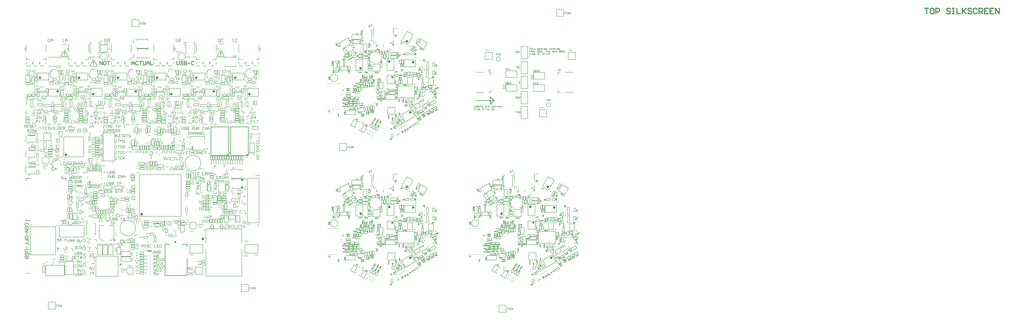
<source format=gto>
G04*
G04 #@! TF.GenerationSoftware,Altium Limited,Altium Designer,20.1.11 (218)*
G04*
G04 Layer_Color=65535*
%FSLAX24Y24*%
%MOIN*%
G70*
G04*
G04 #@! TF.SameCoordinates,4F03ECE6-B82A-4DAD-B74B-52B5A60C741D*
G04*
G04*
G04 #@! TF.FilePolarity,Positive*
G04*
G01*
G75*
%ADD11C,0.0200*%
%ADD19C,0.0100*%
%ADD20C,0.0060*%
%ADD85C,0.0197*%
%ADD89C,0.0050*%
%ADD276C,0.0070*%
%ADD277C,0.0098*%
%ADD278C,0.0039*%
%ADD279C,0.0236*%
%ADD280C,0.0079*%
%ADD281C,0.0070*%
%ADD282C,0.0047*%
%ADD283C,0.0060*%
%ADD284C,0.0157*%
%ADD285C,0.0069*%
%ADD286C,0.0118*%
%ADD287R,0.0787X0.0197*%
%ADD288R,0.0294X0.0350*%
G36*
X39792Y50905D02*
X39805Y50902D01*
X39819Y50898D01*
X39836Y50891D01*
X39850Y50882D01*
X39867Y50869D01*
X39868Y50867D01*
X39872Y50863D01*
X39881Y50854D01*
X39883Y50852D01*
X39885Y50849D01*
X39892Y50838D01*
X40442Y49885D01*
X40444Y49883D01*
X40446Y49878D01*
X40450Y49867D01*
X40455Y49854D01*
X40459Y49839D01*
X40461Y49821D01*
Y49803D01*
X40459Y49783D01*
Y49781D01*
X40457Y49778D01*
X40455Y49770D01*
X40453Y49763D01*
Y49761D01*
X40451Y49757D01*
X40448Y49752D01*
X40444Y49743D01*
X40442D01*
X40440Y49741D01*
X40437Y49736D01*
X40431Y49726D01*
X40422Y49717D01*
X40411Y49706D01*
X40399Y49696D01*
X40382Y49686D01*
X40364Y49679D01*
X40362D01*
X40357Y49677D01*
X40349Y49675D01*
X40342D01*
X40340Y49674D01*
X40333D01*
X40324Y49672D01*
X39214D01*
X39203Y49674D01*
X39191Y49677D01*
X39174Y49681D01*
X39158Y49688D01*
X39141Y49697D01*
X39125Y49710D01*
X39123Y49712D01*
X39120Y49716D01*
X39110Y49725D01*
X39109Y49726D01*
X39107Y49730D01*
X39099Y49743D01*
X39098Y49745D01*
X39096Y49750D01*
X39092Y49759D01*
X39087Y49772D01*
X39083Y49787D01*
X39081Y49803D01*
Y49821D01*
X39083Y49841D01*
Y49843D01*
X39085Y49849D01*
X39087Y49856D01*
X39089Y49861D01*
Y49863D01*
X39090Y49867D01*
X39094Y49872D01*
X39098Y49880D01*
Y49881D01*
Y49883D01*
X39099D01*
X39648Y50834D01*
Y50836D01*
X39652Y50840D01*
X39659Y50851D01*
X39673Y50867D01*
X39690Y50882D01*
X39693Y50883D01*
X39701Y50887D01*
X39703Y50889D01*
X39706Y50891D01*
X39713Y50894D01*
X39721Y50898D01*
X39732Y50902D01*
X39744Y50904D01*
X39757Y50907D01*
X39781D01*
X39792Y50905D01*
D02*
G37*
G36*
X11462Y50911D02*
X11475Y50907D01*
X11489Y50904D01*
X11506Y50896D01*
X11520Y50887D01*
X11537Y50874D01*
X11539Y50873D01*
X11542Y50869D01*
X11551Y50860D01*
X11553Y50858D01*
X11555Y50854D01*
X11562Y50843D01*
X12112Y49891D01*
X12114Y49889D01*
X12116Y49883D01*
X12120Y49872D01*
X12125Y49860D01*
X12129Y49845D01*
X12131Y49827D01*
Y49809D01*
X12129Y49789D01*
Y49787D01*
X12127Y49783D01*
X12125Y49776D01*
X12123Y49768D01*
Y49767D01*
X12122Y49763D01*
X12118Y49758D01*
X12114Y49748D01*
X12112D01*
X12111Y49747D01*
X12107Y49741D01*
X12102Y49732D01*
X12092Y49723D01*
X12082Y49712D01*
X12069Y49701D01*
X12052Y49692D01*
X12034Y49685D01*
X12032D01*
X12027Y49683D01*
X12020Y49681D01*
X12012D01*
X12010Y49679D01*
X12003D01*
X11994Y49677D01*
X10884D01*
X10874Y49679D01*
X10861Y49683D01*
X10844Y49686D01*
X10828Y49694D01*
X10812Y49703D01*
X10795Y49716D01*
X10793Y49717D01*
X10790Y49721D01*
X10781Y49730D01*
X10779Y49732D01*
X10777Y49736D01*
X10770Y49748D01*
X10768Y49750D01*
X10766Y49756D01*
X10762Y49765D01*
X10757Y49778D01*
X10753Y49792D01*
X10751Y49809D01*
Y49827D01*
X10753Y49847D01*
Y49849D01*
X10755Y49854D01*
X10757Y49861D01*
X10759Y49867D01*
Y49869D01*
X10761Y49872D01*
X10764Y49878D01*
X10768Y49885D01*
Y49887D01*
Y49889D01*
X10770D01*
X11318Y50840D01*
Y50842D01*
X11322Y50845D01*
X11329Y50856D01*
X11344Y50873D01*
X11360Y50887D01*
X11364Y50889D01*
X11371Y50893D01*
X11373Y50894D01*
X11376Y50896D01*
X11384Y50900D01*
X11391Y50904D01*
X11402Y50907D01*
X11415Y50909D01*
X11427Y50913D01*
X11451D01*
X11462Y50911D01*
D02*
G37*
G36*
X16738Y49198D02*
X16751Y49195D01*
X16765Y49191D01*
X16782Y49184D01*
X16796Y49175D01*
X16813Y49162D01*
X16814Y49160D01*
X16818Y49157D01*
X16827Y49147D01*
X16829Y49146D01*
X16831Y49142D01*
X16838Y49131D01*
X17388Y48178D01*
X17390Y48176D01*
X17392Y48171D01*
X17396Y48160D01*
X17401Y48147D01*
X17405Y48133D01*
X17406Y48114D01*
Y48096D01*
X17405Y48076D01*
Y48074D01*
X17403Y48071D01*
X17401Y48063D01*
X17399Y48056D01*
Y48054D01*
X17397Y48051D01*
X17394Y48045D01*
X17390Y48036D01*
X17388D01*
X17386Y48034D01*
X17383Y48029D01*
X17377Y48020D01*
X17368Y48010D01*
X17357Y48000D01*
X17345Y47989D01*
X17328Y47980D01*
X17310Y47972D01*
X17308D01*
X17303Y47970D01*
X17295Y47969D01*
X17288D01*
X17286Y47967D01*
X17279D01*
X17270Y47965D01*
X16160D01*
X16149Y47967D01*
X16137Y47970D01*
X16120Y47974D01*
X16104Y47981D01*
X16087Y47990D01*
X16071Y48003D01*
X16069Y48005D01*
X16065Y48009D01*
X16056Y48018D01*
X16055Y48020D01*
X16053Y48023D01*
X16045Y48036D01*
X16044Y48038D01*
X16042Y48043D01*
X16038Y48052D01*
X16033Y48065D01*
X16029Y48080D01*
X16027Y48096D01*
Y48114D01*
X16029Y48134D01*
Y48136D01*
X16031Y48142D01*
X16033Y48149D01*
X16035Y48154D01*
Y48156D01*
X16036Y48160D01*
X16040Y48165D01*
X16044Y48173D01*
Y48174D01*
Y48176D01*
X16045D01*
X16594Y49127D01*
Y49129D01*
X16598Y49133D01*
X16605Y49144D01*
X16619Y49160D01*
X16636Y49175D01*
X16639Y49177D01*
X16647Y49180D01*
X16649Y49182D01*
X16652Y49184D01*
X16659Y49187D01*
X16667Y49191D01*
X16678Y49195D01*
X16690Y49197D01*
X16703Y49200D01*
X16727D01*
X16738Y49198D01*
D02*
G37*
%LPC*%
G36*
X39772Y50814D02*
X39768D01*
X39759Y50812D01*
X39746Y50811D01*
X39732Y50803D01*
X39730Y50801D01*
X39728Y50800D01*
X39726D01*
X39724Y50798D01*
X39719Y50792D01*
X39712Y50785D01*
X39704Y50774D01*
X39181Y49870D01*
Y49869D01*
Y49867D01*
X39180Y49865D01*
X39178Y49858D01*
X39176Y49856D01*
X39174Y49847D01*
Y49845D01*
Y49841D01*
X39172Y49836D01*
Y49829D01*
X39174Y49812D01*
X39181Y49794D01*
X39183D01*
X39185Y49790D01*
X39189Y49785D01*
X39191Y49783D01*
X39196Y49776D01*
X39198D01*
X39200Y49772D01*
X39211Y49767D01*
X39227Y49759D01*
X39238Y49757D01*
X39249Y49756D01*
X40295D01*
Y49757D01*
X40307D01*
X40311Y49759D01*
X40318D01*
X40322Y49761D01*
X40333Y49767D01*
X40346Y49778D01*
X40360Y49794D01*
X40362Y49798D01*
X40366Y49805D01*
X40368Y49818D01*
X40369Y49832D01*
Y49834D01*
Y49839D01*
Y49843D01*
X40368Y49850D01*
X40364Y49859D01*
X40358Y49870D01*
Y49872D01*
X39837Y50776D01*
X39836D01*
X39834Y50778D01*
X39830Y50785D01*
Y50787D01*
X39826Y50789D01*
X39823Y50792D01*
X39821Y50794D01*
X39819Y50796D01*
X39808Y50803D01*
X39792Y50809D01*
X39783Y50812D01*
X39772D01*
Y50814D01*
D02*
G37*
%LPD*%
G36*
X39845Y50627D02*
Y50621D01*
Y50612D01*
Y50599D01*
Y50586D01*
Y50570D01*
Y50537D01*
Y50535D01*
Y50530D01*
Y50521D01*
Y50510D01*
Y50497D01*
Y50483D01*
Y50450D01*
Y50448D01*
X39843Y50444D01*
Y50439D01*
X39841Y50432D01*
Y50423D01*
X39839Y50410D01*
Y50408D01*
Y50402D01*
X39837Y50390D01*
X39836Y50382D01*
Y50373D01*
X39834Y50361D01*
X39832Y50348D01*
X39830Y50331D01*
X39828Y50315D01*
X39825Y50295D01*
X39823Y50271D01*
X39819Y50246D01*
X39816Y50218D01*
Y50217D01*
Y50211D01*
Y50204D01*
X39814Y50197D01*
Y50187D01*
X39812Y50175D01*
Y50173D01*
Y50169D01*
X39810Y50156D01*
X39806Y50142D01*
X39805Y50138D01*
X39803Y50135D01*
X39735D01*
Y50138D01*
X39734Y50144D01*
Y50153D01*
X39730Y50169D01*
Y50178D01*
X39728Y50191D01*
X39726Y50206D01*
X39724Y50220D01*
X39721Y50240D01*
X39719Y50260D01*
Y50262D01*
Y50266D01*
X39717Y50271D01*
Y50279D01*
X39715Y50299D01*
X39712Y50320D01*
X39710Y50342D01*
X39708Y50362D01*
X39706Y50370D01*
Y50377D01*
X39704Y50381D01*
Y50382D01*
Y50384D01*
Y50386D01*
X39703Y50395D01*
Y50406D01*
X39701Y50415D01*
Y50417D01*
Y50423D01*
Y50432D01*
X39699Y50446D01*
Y50448D01*
Y50453D01*
Y50463D01*
Y50475D01*
Y50488D01*
Y50504D01*
X39697Y50537D01*
Y50539D01*
Y50545D01*
Y50554D01*
Y50566D01*
Y50579D01*
Y50596D01*
Y50628D01*
X39845D01*
Y50627D01*
D02*
G37*
G36*
X39836Y50074D02*
Y50071D01*
Y50064D01*
Y50054D01*
Y50033D01*
Y50007D01*
Y50005D01*
Y50002D01*
Y49994D01*
Y49987D01*
Y49965D01*
Y49941D01*
X39697D01*
Y49943D01*
Y49947D01*
Y49954D01*
Y49962D01*
Y49983D01*
Y50007D01*
Y50009D01*
Y50013D01*
Y50020D01*
Y50029D01*
Y50051D01*
Y50076D01*
X39836D01*
Y50074D01*
D02*
G37*
%LPC*%
G36*
X11442Y50820D02*
X11438D01*
X11429Y50818D01*
X11416Y50816D01*
X11402Y50809D01*
X11400Y50807D01*
X11398Y50805D01*
X11396D01*
X11395Y50803D01*
X11389Y50798D01*
X11382Y50791D01*
X11375Y50780D01*
X10852Y49876D01*
Y49874D01*
Y49872D01*
X10850Y49871D01*
X10848Y49863D01*
X10846Y49861D01*
X10844Y49852D01*
Y49850D01*
Y49847D01*
X10843Y49841D01*
Y49834D01*
X10844Y49818D01*
X10852Y49799D01*
X10853D01*
X10855Y49796D01*
X10859Y49790D01*
X10861Y49789D01*
X10866Y49781D01*
X10868D01*
X10870Y49778D01*
X10881Y49772D01*
X10897Y49765D01*
X10908Y49763D01*
X10919Y49761D01*
X11965D01*
Y49763D01*
X11978D01*
X11981Y49765D01*
X11989D01*
X11992Y49767D01*
X12003Y49772D01*
X12016Y49783D01*
X12030Y49799D01*
X12032Y49803D01*
X12036Y49810D01*
X12038Y49823D01*
X12040Y49838D01*
Y49840D01*
Y49845D01*
Y49849D01*
X12038Y49856D01*
X12034Y49865D01*
X12029Y49876D01*
Y49878D01*
X11508Y50781D01*
X11506D01*
X11504Y50783D01*
X11500Y50791D01*
Y50792D01*
X11497Y50794D01*
X11493Y50798D01*
X11491Y50800D01*
X11489Y50802D01*
X11478Y50809D01*
X11462Y50814D01*
X11453Y50818D01*
X11442D01*
Y50820D01*
D02*
G37*
%LPD*%
G36*
X11515Y50632D02*
Y50627D01*
Y50618D01*
Y50605D01*
Y50592D01*
Y50576D01*
Y50543D01*
Y50541D01*
Y50536D01*
Y50526D01*
Y50515D01*
Y50503D01*
Y50488D01*
Y50455D01*
Y50454D01*
X11513Y50450D01*
Y50444D01*
X11511Y50437D01*
Y50428D01*
X11509Y50415D01*
Y50413D01*
Y50408D01*
X11508Y50395D01*
X11506Y50388D01*
Y50379D01*
X11504Y50366D01*
X11502Y50353D01*
X11500Y50337D01*
X11498Y50321D01*
X11495Y50300D01*
X11493Y50277D01*
X11489Y50251D01*
X11486Y50224D01*
Y50222D01*
Y50217D01*
Y50209D01*
X11484Y50202D01*
Y50193D01*
X11482Y50180D01*
Y50178D01*
Y50175D01*
X11480Y50162D01*
X11477Y50147D01*
X11475Y50144D01*
X11473Y50140D01*
X11406D01*
Y50144D01*
X11404Y50149D01*
Y50158D01*
X11400Y50175D01*
Y50184D01*
X11398Y50197D01*
X11396Y50211D01*
X11395Y50226D01*
X11391Y50246D01*
X11389Y50266D01*
Y50268D01*
Y50271D01*
X11387Y50277D01*
Y50284D01*
X11386Y50304D01*
X11382Y50326D01*
X11380Y50348D01*
X11378Y50368D01*
X11376Y50375D01*
Y50382D01*
X11375Y50386D01*
Y50388D01*
Y50390D01*
Y50392D01*
X11373Y50401D01*
Y50412D01*
X11371Y50421D01*
Y50423D01*
Y50428D01*
Y50437D01*
X11369Y50452D01*
Y50454D01*
Y50459D01*
Y50468D01*
Y50481D01*
Y50494D01*
Y50510D01*
X11367Y50543D01*
Y50545D01*
Y50550D01*
Y50559D01*
Y50572D01*
Y50585D01*
Y50601D01*
Y50634D01*
X11515D01*
Y50632D01*
D02*
G37*
G36*
X11506Y50080D02*
Y50076D01*
Y50069D01*
Y50060D01*
Y50038D01*
Y50013D01*
Y50011D01*
Y50007D01*
Y50000D01*
Y49993D01*
Y49971D01*
Y49947D01*
X11367D01*
Y49949D01*
Y49952D01*
Y49960D01*
Y49967D01*
Y49989D01*
Y50013D01*
Y50014D01*
Y50018D01*
Y50025D01*
Y50034D01*
Y50056D01*
Y50082D01*
X11506D01*
Y50080D01*
D02*
G37*
%LPC*%
G36*
X16718Y49107D02*
X16714D01*
X16705Y49106D01*
X16692Y49104D01*
X16678Y49096D01*
X16676Y49095D01*
X16674Y49093D01*
X16672D01*
X16670Y49091D01*
X16665Y49085D01*
X16658Y49078D01*
X16650Y49067D01*
X16127Y48164D01*
Y48162D01*
Y48160D01*
X16126Y48158D01*
X16124Y48151D01*
X16122Y48149D01*
X16120Y48140D01*
Y48138D01*
Y48134D01*
X16118Y48129D01*
Y48122D01*
X16120Y48105D01*
X16127Y48087D01*
X16129D01*
X16131Y48083D01*
X16135Y48078D01*
X16137Y48076D01*
X16142Y48069D01*
X16144D01*
X16146Y48065D01*
X16157Y48060D01*
X16173Y48052D01*
X16184Y48051D01*
X16195Y48049D01*
X17241D01*
Y48051D01*
X17253D01*
X17257Y48052D01*
X17264D01*
X17268Y48054D01*
X17279Y48060D01*
X17292Y48071D01*
X17306Y48087D01*
X17308Y48091D01*
X17312Y48098D01*
X17314Y48111D01*
X17315Y48125D01*
Y48127D01*
Y48133D01*
Y48136D01*
X17314Y48143D01*
X17310Y48153D01*
X17304Y48164D01*
Y48165D01*
X16783Y49069D01*
X16782D01*
X16780Y49071D01*
X16776Y49078D01*
Y49080D01*
X16772Y49082D01*
X16769Y49085D01*
X16767Y49087D01*
X16765Y49089D01*
X16754Y49096D01*
X16738Y49102D01*
X16729Y49106D01*
X16718D01*
Y49107D01*
D02*
G37*
%LPD*%
G36*
X16791Y48920D02*
Y48914D01*
Y48905D01*
Y48892D01*
Y48880D01*
Y48863D01*
Y48830D01*
Y48829D01*
Y48823D01*
Y48814D01*
Y48803D01*
Y48790D01*
Y48776D01*
Y48743D01*
Y48741D01*
X16789Y48737D01*
Y48732D01*
X16787Y48725D01*
Y48716D01*
X16785Y48703D01*
Y48701D01*
Y48696D01*
X16783Y48683D01*
X16782Y48676D01*
Y48666D01*
X16780Y48654D01*
X16778Y48641D01*
X16776Y48625D01*
X16774Y48608D01*
X16771Y48588D01*
X16769Y48564D01*
X16765Y48539D01*
X16761Y48512D01*
Y48510D01*
Y48504D01*
Y48497D01*
X16760Y48490D01*
Y48481D01*
X16758Y48468D01*
Y48466D01*
Y48462D01*
X16756Y48450D01*
X16752Y48435D01*
X16751Y48431D01*
X16749Y48428D01*
X16681D01*
Y48431D01*
X16680Y48437D01*
Y48446D01*
X16676Y48462D01*
Y48471D01*
X16674Y48484D01*
X16672Y48499D01*
X16670Y48513D01*
X16667Y48533D01*
X16665Y48553D01*
Y48555D01*
Y48559D01*
X16663Y48564D01*
Y48572D01*
X16661Y48592D01*
X16658Y48614D01*
X16656Y48635D01*
X16654Y48655D01*
X16652Y48663D01*
Y48670D01*
X16650Y48674D01*
Y48676D01*
Y48677D01*
Y48679D01*
X16649Y48688D01*
Y48699D01*
X16647Y48708D01*
Y48710D01*
Y48716D01*
Y48725D01*
X16645Y48739D01*
Y48741D01*
Y48747D01*
Y48756D01*
Y48768D01*
Y48781D01*
Y48798D01*
X16643Y48830D01*
Y48832D01*
Y48838D01*
Y48847D01*
Y48860D01*
Y48872D01*
Y48889D01*
Y48921D01*
X16791D01*
Y48920D01*
D02*
G37*
G36*
X16782Y48368D02*
Y48364D01*
Y48357D01*
Y48348D01*
Y48326D01*
Y48300D01*
Y48298D01*
Y48295D01*
Y48287D01*
Y48280D01*
Y48258D01*
Y48235D01*
X16643D01*
Y48236D01*
Y48240D01*
Y48247D01*
Y48255D01*
Y48277D01*
Y48300D01*
Y48302D01*
Y48306D01*
Y48313D01*
Y48322D01*
Y48344D01*
Y48369D01*
X16782D01*
Y48368D01*
D02*
G37*
D11*
X167525Y58540D02*
X168191D01*
X167858D01*
Y57540D01*
X169024Y58540D02*
X168691D01*
X168525Y58373D01*
Y57707D01*
X168691Y57540D01*
X169024D01*
X169191Y57707D01*
Y58373D01*
X169024Y58540D01*
X169524Y57540D02*
Y58540D01*
X170024D01*
X170191Y58373D01*
Y58040D01*
X170024Y57874D01*
X169524D01*
X172190Y58373D02*
X172023Y58540D01*
X171690D01*
X171524Y58373D01*
Y58207D01*
X171690Y58040D01*
X172023D01*
X172190Y57874D01*
Y57707D01*
X172023Y57540D01*
X171690D01*
X171524Y57707D01*
X172523Y58540D02*
X172856D01*
X172690D01*
Y57540D01*
X172523D01*
X172856D01*
X173356Y58540D02*
Y57540D01*
X174023D01*
X174356Y58540D02*
Y57540D01*
Y57874D01*
X175022Y58540D01*
X174523Y58040D01*
X175022Y57540D01*
X176022Y58373D02*
X175855Y58540D01*
X175522D01*
X175356Y58373D01*
Y58207D01*
X175522Y58040D01*
X175855D01*
X176022Y57874D01*
Y57707D01*
X175855Y57540D01*
X175522D01*
X175356Y57707D01*
X177022Y58373D02*
X176855Y58540D01*
X176522D01*
X176355Y58373D01*
Y57707D01*
X176522Y57540D01*
X176855D01*
X177022Y57707D01*
X177355Y57540D02*
Y58540D01*
X177855D01*
X178021Y58373D01*
Y58040D01*
X177855Y57874D01*
X177355D01*
X177688D02*
X178021Y57540D01*
X179021Y58540D02*
X178355D01*
Y57540D01*
X179021D01*
X178355Y58040D02*
X178688D01*
X180021Y58540D02*
X179354D01*
Y57540D01*
X180021D01*
X179354Y58040D02*
X179688D01*
X180354Y57540D02*
Y58540D01*
X181020Y57540D01*
Y58540D01*
X36684Y16631D02*
G03*
X36684Y16631I-150J0D01*
G01*
D19*
X87089Y16262D02*
G03*
X87089Y16262I0J-14D01*
G01*
X61498Y16262D02*
G03*
X61498Y16262I0J-14D01*
G01*
Y42684D02*
G03*
X61498Y42684I0J-14D01*
G01*
X95632Y44392D02*
G03*
X95632Y44392I-22J0D01*
G01*
X95635Y49786D02*
G03*
X95635Y49786I-22J0D01*
G01*
Y47063D02*
G03*
X95635Y47063I-22J0D01*
G01*
X94158Y42974D02*
G03*
X94158Y42974I-22J0D01*
G01*
Y40251D02*
G03*
X94158Y40251I-22J0D01*
G01*
X89288Y41835D02*
X89360Y41763D01*
X88692Y41096D02*
X89360Y41763D01*
X88692Y41096D02*
Y42430D01*
X89360Y41763D01*
X86045D02*
X89360D01*
X5122Y13895D02*
G03*
X5122Y13895I-50J0D01*
G01*
X36513Y37831D02*
G03*
X36513Y37831I-10J0D01*
G01*
X38423D02*
G03*
X38423Y37831I-10J0D01*
G01*
X22340D02*
G03*
X22340Y37831I-10J0D01*
G01*
X24250D02*
G03*
X24250Y37831I-10J0D01*
G01*
X8167D02*
G03*
X8167Y37831I-10J0D01*
G01*
X10077D02*
G03*
X10077Y37831I-10J0D01*
G01*
X45043Y32288D02*
G03*
X45043Y32288I-47J0D01*
G01*
X27433Y14028D02*
G03*
X27433Y14028I-40J0D01*
G01*
X9186Y11993D02*
G03*
X9186Y11993I-39J0D01*
G01*
X40609Y28430D02*
G03*
X40609Y28430I-11J0D01*
G01*
X41462Y32288D02*
G03*
X41462Y32288I-47J0D01*
G01*
X13547Y26673D02*
G03*
X13547Y26673I-40J0D01*
G01*
X11655Y27312D02*
Y27656D01*
X10787D02*
X11655D01*
X4432Y27312D02*
Y27656D01*
X5301D01*
X11655Y19974D02*
Y20187D01*
X10787Y19974D02*
X11655D01*
X4433Y27332D02*
Y27676D01*
X5301D01*
X4433Y27312D02*
Y27656D01*
X5301D01*
X4433Y19974D02*
Y20187D01*
Y19974D02*
X5301D01*
X32765Y15667D02*
X33654D01*
Y15206D02*
Y15667D01*
Y10003D02*
Y13069D01*
X29677Y15667D02*
X30524D01*
X29677Y10003D02*
Y15667D01*
Y10003D02*
X33654D01*
X41563Y37013D02*
X44771D01*
Y31813D02*
Y37013D01*
X41563Y31813D02*
X44771D01*
X41563D02*
Y37013D01*
X44409Y31821D02*
X44765Y32017D01*
X44551Y31820D02*
X44749Y31929D01*
X37982Y37013D02*
X41190D01*
Y31813D02*
Y37013D01*
X37982Y31813D02*
X41190D01*
X37982D02*
Y37013D01*
X40828Y31821D02*
X41184Y32017D01*
X40970Y31820D02*
X41168Y31929D01*
X16797Y12168D02*
X16397D01*
X21781Y12025D02*
X21382D01*
X21582Y11825D02*
Y12225D01*
X20457Y16618D02*
Y16218D01*
X20657Y16418D02*
X20257D01*
X4748Y19099D02*
X4848Y19198D01*
Y19398D01*
X4748Y19498D01*
X4349D01*
X4249Y19398D01*
Y19198D01*
X4349Y19099D01*
X4848Y18599D02*
Y18799D01*
X4748Y18899D01*
X4349D01*
X4249Y18799D01*
Y18599D01*
X4349Y18499D01*
X4748D01*
X4848Y18599D01*
X4249Y18299D02*
X4848D01*
X4249Y17899D01*
X4848D01*
X4548Y17699D02*
Y17299D01*
X4848Y16799D02*
Y16999D01*
X4748Y17099D01*
X4349D01*
X4249Y16999D01*
Y16799D01*
X4349Y16699D01*
X4748D01*
X4848Y16799D01*
Y16099D02*
Y16499D01*
X4548D01*
Y16299D01*
Y16499D01*
X4249D01*
X4848Y15500D02*
Y15900D01*
X4548D01*
Y15700D01*
Y15900D01*
X4249D01*
X4548Y15300D02*
Y14900D01*
X4848Y14700D02*
X4349D01*
X4249Y14600D01*
Y14400D01*
X4349Y14300D01*
X4848D01*
X4748Y13700D02*
X4848Y13800D01*
Y14000D01*
X4748Y14100D01*
X4648D01*
X4548Y14000D01*
Y13800D01*
X4448Y13700D01*
X4349D01*
X4249Y13800D01*
Y14000D01*
X4349Y14100D01*
X4848Y13500D02*
X4249D01*
Y13200D01*
X4349Y13100D01*
X4448D01*
X4548Y13200D01*
Y13500D01*
Y13200D01*
X4648Y13100D01*
X4748D01*
X4848Y13200D01*
Y13500D01*
D20*
X21911Y21237D02*
G03*
X21911Y21237I-40J0D01*
G01*
X31522Y17530D02*
G03*
X31522Y17530I-40J0D01*
G01*
X41696Y23143D02*
G03*
X41696Y23143I-32J0D01*
G01*
X37104Y15851D02*
Y18433D01*
X43604D01*
Y9853D02*
Y14811D01*
X37104Y9853D02*
X43604D01*
X37104D02*
Y14811D01*
X43604Y15851D02*
Y18433D01*
X39559Y20736D02*
X39741D01*
X39559Y22446D02*
X39741D01*
X38031Y22264D02*
Y22446D01*
Y20736D02*
X38212D01*
X39741D02*
Y20918D01*
Y22264D02*
Y22446D01*
X38031D02*
X38212D01*
X38031Y20736D02*
Y20918D01*
X19355Y22116D02*
X19599D01*
X17549D02*
Y22360D01*
Y24166D02*
X17793D01*
X19355D02*
X19599D01*
Y22116D02*
Y22360D01*
X17549Y22116D02*
X17793D01*
X17549Y23922D02*
Y24166D01*
X19599Y23922D02*
Y24166D01*
D85*
X16836Y13321D02*
G03*
X16836Y13321I-50J0D01*
G01*
D89*
X61316Y33973D02*
X62616D01*
X61316Y32673D02*
Y33973D01*
X62616Y32673D02*
Y33973D01*
X61316Y32673D02*
X62616D01*
X90249Y4609D02*
X91549D01*
X90249Y3309D02*
Y4609D01*
X91549Y3309D02*
Y4609D01*
X90249Y3309D02*
X91549D01*
X100717Y58363D02*
X102017D01*
X100717Y57063D02*
Y58363D01*
X102017Y57063D02*
Y58363D01*
X100717Y57063D02*
X102017D01*
X43545Y8375D02*
X44845D01*
X43545Y7075D02*
Y8375D01*
X44845Y7075D02*
Y8375D01*
X43545Y7075D02*
X44845D01*
X23653Y56479D02*
X24953D01*
X23653Y55179D02*
Y56479D01*
X24953Y55179D02*
Y56479D01*
X23653Y55179D02*
X24953D01*
X8511Y5183D02*
X9811D01*
X8511Y3883D02*
Y5183D01*
X9811Y3883D02*
Y5183D01*
X8511Y3883D02*
X9811D01*
X102417Y57813D02*
X102217D01*
Y57663D01*
X102317D01*
X102217D01*
Y57513D01*
X102517Y57813D02*
X102617D01*
X102567D01*
Y57513D01*
X102517D01*
X102617D01*
X102767Y57813D02*
Y57513D01*
X102917D01*
X102967Y57563D01*
Y57763D01*
X102917Y57813D01*
X102767D01*
X103267D02*
X103167Y57763D01*
X103067Y57663D01*
Y57563D01*
X103117Y57513D01*
X103217D01*
X103267Y57563D01*
Y57613D01*
X103217Y57663D01*
X103067D01*
X63016Y33423D02*
X62816D01*
Y33273D01*
X62916D01*
X62816D01*
Y33123D01*
X63116Y33423D02*
X63216D01*
X63166D01*
Y33123D01*
X63116D01*
X63216D01*
X63366Y33423D02*
Y33123D01*
X63516D01*
X63565Y33173D01*
Y33373D01*
X63516Y33423D01*
X63366D01*
X63865D02*
X63665D01*
Y33273D01*
X63765Y33323D01*
X63815D01*
X63865Y33273D01*
Y33173D01*
X63815Y33123D01*
X63715D01*
X63665Y33173D01*
X91949Y4059D02*
X91749D01*
Y3909D01*
X91849D01*
X91749D01*
Y3759D01*
X92049Y4059D02*
X92149D01*
X92099D01*
Y3759D01*
X92049D01*
X92149D01*
X92299Y4059D02*
Y3759D01*
X92449D01*
X92499Y3809D01*
Y4009D01*
X92449Y4059D01*
X92299D01*
X92749Y3759D02*
Y4059D01*
X92599Y3909D01*
X92799D01*
X45244Y7825D02*
X45045D01*
Y7675D01*
X45144D01*
X45045D01*
Y7525D01*
X45344Y7825D02*
X45444D01*
X45394D01*
Y7525D01*
X45344D01*
X45444D01*
X45594Y7825D02*
Y7525D01*
X45744D01*
X45794Y7575D01*
Y7775D01*
X45744Y7825D01*
X45594D01*
X45894Y7775D02*
X45944Y7825D01*
X46044D01*
X46094Y7775D01*
Y7725D01*
X46044Y7675D01*
X45994D01*
X46044D01*
X46094Y7625D01*
Y7575D01*
X46044Y7525D01*
X45944D01*
X45894Y7575D01*
X25353Y55929D02*
X25153D01*
Y55779D01*
X25253D01*
X25153D01*
Y55629D01*
X25453Y55929D02*
X25553D01*
X25503D01*
Y55629D01*
X25453D01*
X25553D01*
X25703Y55929D02*
Y55629D01*
X25853D01*
X25903Y55679D01*
Y55879D01*
X25853Y55929D01*
X25703D01*
X26203Y55629D02*
X26003D01*
X26203Y55829D01*
Y55879D01*
X26153Y55929D01*
X26053D01*
X26003Y55879D01*
X10211Y4633D02*
X10011D01*
Y4483D01*
X10111D01*
X10011D01*
Y4333D01*
X10311Y4633D02*
X10411D01*
X10361D01*
Y4333D01*
X10311D01*
X10411D01*
X10560Y4633D02*
Y4333D01*
X10710D01*
X10760Y4383D01*
Y4583D01*
X10710Y4633D01*
X10560D01*
X10860Y4333D02*
X10960D01*
X10910D01*
Y4633D01*
X10860Y4583D01*
X90739Y10207D02*
G03*
X90739Y10207I0J-20D01*
G01*
X85954Y20132D02*
G03*
X85954Y20132I0J-660D01*
G01*
X99400Y15620D02*
G03*
X99400Y15620I0J-276D01*
G01*
X100225Y15699D02*
G03*
X100225Y15699I0J-276D01*
G01*
X89715Y23644D02*
G03*
X89715Y23644I0J-276D01*
G01*
X102219Y17379D02*
G03*
X102219Y17379I0J-276D01*
G01*
X101414Y17339D02*
G03*
X101414Y17339I0J-276D01*
G01*
X89697Y25420D02*
G03*
X89697Y25420I0J-20D01*
G01*
X97859Y12607D02*
G03*
X97859Y12607I0J-276D01*
G01*
X96667Y11614D02*
G03*
X96667Y11614I0J-276D01*
G01*
X97265Y12121D02*
G03*
X97265Y12121I0J-276D01*
G01*
X93575Y25890D02*
X93063Y25890D01*
Y26327D01*
X96686Y25890D02*
Y26327D01*
X96174Y25890D02*
X96686Y25890D01*
Y27193D02*
Y28611D01*
X93063Y27193D02*
Y28611D01*
X94008Y24013D02*
X93428Y24348D01*
X94175Y24303D02*
X93595Y24638D01*
X94008Y24013D02*
X94175Y24303D01*
X93428Y24348D02*
X93595Y24638D01*
X97026Y15563D02*
Y16390D01*
X95294D01*
Y15563D02*
Y16390D01*
X97026Y15563D02*
X95294D01*
X88736Y25327D02*
X88840Y25387D01*
X88865Y25344D02*
X88840Y25387D01*
X88062Y24938D02*
X88166Y24998D01*
X88087Y24895D02*
X88062Y24938D01*
X88515Y24153D02*
X88619Y24213D01*
X88515Y24153D02*
X88490Y24196D01*
X89189Y24542D02*
X89293Y24602D01*
X89268Y24645D01*
X90268Y11379D02*
X90367Y11550D01*
X90537Y11451D02*
X90367Y11550D01*
X89727Y10443D02*
X89826Y10613D01*
X89898Y10344D02*
X89727Y10443D01*
X90561Y9961D02*
X90660Y10132D01*
X90561Y9961D02*
X90391Y10060D01*
X91102Y10898D02*
X91201Y11068D01*
X91030Y11167D01*
X99764Y14387D02*
Y14721D01*
X99095Y14387D02*
Y14721D01*
X99764Y14387D02*
X99095D01*
X99764Y14721D02*
X99095D01*
X91052Y25643D02*
X90718D01*
X91052Y26313D02*
X90718D01*
Y25643D02*
Y26313D01*
X91052Y25643D02*
Y26313D01*
X96717Y10130D02*
X97092Y10347D01*
X97257Y10062D02*
X97092Y10347D01*
X97347Y9039D02*
X97722Y9256D01*
X97557Y9541D01*
X96605Y9254D02*
X96271D01*
X96605Y8585D02*
X96271D01*
X96605D02*
Y9254D01*
X96271Y8585D02*
Y9254D01*
X101580Y20790D02*
Y21460D01*
X101915Y20790D02*
Y21460D01*
Y20790D02*
X101580D01*
X101915Y21460D02*
X101580D01*
X101630Y19392D02*
X101630Y20061D01*
X101965Y19392D02*
Y20061D01*
Y19392D02*
X101630D01*
X101965Y20061D02*
X101630D01*
X92740Y20746D02*
X92071D01*
X92740Y21080D02*
X92071D01*
X92740Y20746D02*
Y21080D01*
X92071Y20746D02*
Y21080D01*
X92740Y21197D02*
X92071D01*
X92740Y21532D02*
X92071D01*
X92740Y21197D02*
Y21532D01*
X92071Y21197D02*
Y21532D01*
X91873Y24378D02*
Y25599D01*
Y24378D02*
X91203D01*
Y25599D01*
X91873D02*
X91203D01*
X101448Y12363D02*
X100917Y13284D01*
X101039Y12127D02*
X101448Y12363D01*
X101039Y12127D02*
X100508Y13047D01*
X100917Y13284D01*
X100866Y13411D02*
X100335Y14331D01*
X100457Y13174D02*
X100866Y13411D01*
X100457Y13174D02*
X99926Y14095D01*
X100335Y14331D01*
X100550Y17973D02*
X97450D01*
X100550Y15853D02*
X97450D01*
X100550D02*
X100550Y17973D01*
X97450Y15853D02*
Y17973D01*
X98313Y19032D02*
X97979D01*
X98313Y18363D02*
X97979D01*
X98313D02*
Y19032D01*
X97979Y18363D02*
Y19032D01*
X97934Y19032D02*
X97599D01*
X97934Y18363D02*
X97599D01*
X97934D02*
Y19032D01*
X97599Y18363D02*
Y19032D01*
X96981Y12803D02*
Y14103D01*
X95681D01*
X96981Y12803D02*
X95681D01*
Y14103D01*
X101267Y11222D02*
X101100Y11511D01*
X100687Y10887D02*
X100520Y11177D01*
X100687Y10887D02*
X101267Y11222D01*
X100520Y11177D02*
X101100Y11511D01*
X100835Y13843D02*
X100451Y14508D01*
X101602Y14286D02*
X101218Y14951D01*
X100835Y13843D02*
X101602Y14286D01*
X100451Y14508D02*
X101218Y14951D01*
X102122Y13443D02*
X101955Y13732D01*
X101542Y13108D02*
X101375Y13398D01*
X101542Y13108D02*
X102122Y13443D01*
X101375Y13398D02*
X101955Y13732D01*
X102340Y13082D02*
X102173Y13372D01*
X101760Y12747D02*
X101593Y13037D01*
X101760Y12747D02*
X102340Y13082D01*
X101593Y13037D02*
X102173Y13372D01*
X103886Y13991D02*
X104465Y14325D01*
X104053Y13701D02*
X104633Y14036D01*
X104053Y13701D02*
X103886Y13991D01*
X104633Y14036D02*
X104465Y14325D01*
X103223Y13604D02*
X103803Y13939D01*
X103390Y13315D02*
X103970Y13649D01*
X103390Y13315D02*
X103223Y13604D01*
X103970Y13649D02*
X103803Y13939D01*
X102550Y13201D02*
X103130Y13535D01*
X102717Y12911D02*
X103297Y13245D01*
X102717Y12911D02*
X102550Y13201D01*
X103297Y13245D02*
X103130Y13535D01*
X101846Y14368D02*
X102767Y14899D01*
X103003Y14490D02*
X102767Y14899D01*
X102083Y13959D02*
X103003Y14490D01*
X102083Y13959D02*
X101846Y14368D01*
X103282Y14865D02*
X104202Y15397D01*
X104439Y14988D02*
X104202Y15397D01*
X103518Y14456D02*
X104439Y14988D01*
X103518Y14456D02*
X103282Y14865D01*
X102965Y17306D02*
Y17975D01*
X102630Y17306D02*
Y17975D01*
X102965D02*
X102630D01*
X102965Y17306D02*
X102630D01*
X103708Y18010D02*
X103038D01*
X103708Y17676D02*
X103038D01*
Y18010D01*
X103708Y17676D02*
Y18010D01*
X103938Y16497D02*
X104518Y16831D01*
X103771Y16786D02*
X104351Y17121D01*
X104518Y16831D02*
X104351Y17121D01*
X103938Y16497D02*
X103771Y16786D01*
X101934Y16104D02*
Y16773D01*
X101599Y16104D02*
Y16773D01*
X101934D02*
X101599D01*
X101934Y16104D02*
X101599D01*
X103727Y16854D02*
X104307Y17189D01*
X103560Y17144D02*
X104140Y17478D01*
X104307Y17189D02*
X104140Y17478D01*
X103727Y16854D02*
X103560Y17144D01*
X102150Y18590D02*
X101815D01*
X102150Y17921D02*
X101815D01*
X102150D02*
Y18590D01*
X101815Y17921D02*
Y18590D01*
X93185Y10155D02*
X93520Y10735D01*
X92895Y10323D02*
X93230Y10902D01*
X93520Y10735D02*
X93230Y10902D01*
X93185Y10155D02*
X92895Y10323D01*
X93639Y9911D02*
X93974Y10491D01*
X93349Y10079D02*
X93684Y10658D01*
X93974Y10491D02*
X93684Y10658D01*
X93639Y9911D02*
X93349Y10079D01*
X92677Y10420D02*
X93012Y10999D01*
X92388Y10587D02*
X92722Y11167D01*
X93012Y10999D02*
X92722Y11167D01*
X92677Y10420D02*
X92388Y10587D01*
X102215Y24714D02*
X101090Y25364D01*
X102215Y24714D02*
X102865Y25840D01*
X101090Y25364D02*
X101740Y26490D01*
X102865Y25840D02*
X101740Y26490D01*
X94294Y20677D02*
Y21977D01*
X92994D01*
X94294Y20677D02*
X92994D01*
Y21977D01*
X92749Y24122D02*
Y24457D01*
X93418Y24122D02*
Y24457D01*
X92749D01*
X93418Y24122D02*
X92749D01*
X87141Y25258D02*
X86807Y25838D01*
X86851Y25091D02*
X86517Y25670D01*
X86807Y25838D01*
X86851Y25091D02*
X87141Y25258D01*
X88737Y23580D02*
X89658Y24112D01*
X88737Y23580D02*
X88501Y23990D01*
X89422Y24521D01*
X89658Y24112D02*
X89422Y24521D01*
X87886Y23578D02*
X88466Y23913D01*
X88054Y23289D02*
X88633Y23623D01*
X88054Y23289D02*
X87886Y23578D01*
X88633Y23623D02*
X88466Y23913D01*
X88817Y25838D02*
X89107Y26006D01*
X89151Y25259D02*
X89441Y25426D01*
X89107Y26006D01*
X89151Y25259D02*
X88817Y25838D01*
X90891Y26468D02*
Y27294D01*
X89159D01*
Y26468D02*
Y27294D01*
X90891Y26468D02*
X89159D01*
X90620Y25700D02*
X89400D01*
Y26370D01*
X90620D02*
X89400D01*
X90620Y25700D02*
Y26370D01*
X88415Y23964D02*
X87883Y24885D01*
X88006Y23728D02*
X88415Y23964D01*
X88006Y23728D02*
X87474Y24648D01*
X87883Y24885D01*
X87606Y24836D02*
X88784Y25516D01*
X88784Y25516D02*
X88749Y25577D01*
X87606Y24836D02*
X87571Y24897D01*
X86996Y25893D02*
X88174Y26573D01*
X87031Y25832D02*
X86996Y25893D01*
X88209Y26512D02*
X88174Y26573D01*
X89988Y25499D02*
X89791D01*
X90876Y25499D02*
X90679D01*
X89794Y24145D02*
Y24342D01*
X89990Y24145D02*
X89794D01*
X90874Y24145D02*
Y24342D01*
Y24145D02*
X90677D01*
X90874D02*
Y24342D01*
Y24145D02*
X90677D01*
X95430Y23010D02*
Y24073D01*
X95902D02*
X95430D01*
X95902Y23010D02*
Y24073D01*
Y23010D02*
X95430D01*
X95301Y23709D02*
X94967D01*
X95301Y23040D02*
X94967D01*
X95301D02*
Y23709D01*
X94967Y23040D02*
Y23709D01*
X94867Y23706D02*
X94532D01*
X94867Y23037D02*
X94532D01*
X94867D02*
Y23706D01*
X94532Y23037D02*
Y23706D01*
X104202Y21554D02*
X103868D01*
X103868Y22223D02*
X104202Y22223D01*
X103868Y21554D02*
X103868Y22223D01*
X104202Y21554D02*
Y22223D01*
X103842Y20067D02*
X104176Y20067D01*
X104176Y20737D02*
X103842D01*
Y20067D02*
Y20737D01*
X104176Y20067D02*
X104176Y20737D01*
X100944Y19710D02*
Y20044D01*
X100274Y19710D02*
Y20044D01*
X100944Y19710D02*
X100274D01*
X100944Y20044D02*
X100274D01*
X100947Y20116D02*
Y20450D01*
X100277Y20116D02*
Y20450D01*
X100947Y20116D02*
X100277D01*
X100947Y20450D02*
X100277D01*
X100097Y19850D02*
Y20519D01*
X99763Y19850D02*
X99763Y20519D01*
X100097Y20519D01*
Y19850D02*
X99763D01*
X99604Y19870D02*
Y20540D01*
X99270Y19870D02*
Y20540D01*
X99604D02*
X99270D01*
X99604Y19870D02*
X99270D01*
X100913Y26114D02*
X101248Y26694D01*
X101203Y25947D02*
X101538Y26527D01*
X101203Y25947D02*
X100913Y26114D01*
X101538Y26527D02*
X101248Y26694D01*
X100497Y25186D02*
X100207Y25353D01*
X100162Y24606D02*
X99872Y24774D01*
X100162Y24606D02*
X100497Y25186D01*
X99872Y24774D02*
X100207Y25353D01*
X100852Y24975D02*
X100563Y25143D01*
X100518Y24396D02*
X100228Y24563D01*
X100518Y24396D02*
X100852Y24975D01*
X100228Y24563D02*
X100563Y25143D01*
X98872Y23638D02*
Y23973D01*
X99541Y23638D02*
Y23973D01*
X98872D01*
X99541Y23638D02*
X98872D01*
X99855Y23660D02*
Y23994D01*
X100524Y23660D02*
Y23994D01*
X99855D01*
X100524Y23660D02*
X99855D01*
X92128Y22931D02*
X91065D01*
Y23404D01*
X92128D02*
X91065D01*
X92128Y22931D02*
Y23404D01*
Y23965D02*
X91065D01*
X92128Y23493D02*
Y23965D01*
Y23493D02*
X91065Y23493D01*
X91065Y23965D01*
X97290Y23621D02*
X96227D01*
Y24093D01*
X97290D02*
X96227D01*
X97290Y23621D02*
Y24093D01*
X97290Y23502D02*
X96227D01*
X97290Y23030D02*
Y23502D01*
Y23030D02*
X96227Y23030D01*
X96227Y23502D01*
X98152Y22082D02*
X97817D01*
X98152Y22751D02*
X97817D01*
Y22082D02*
Y22751D01*
X98152Y22082D02*
Y22751D01*
X98555Y22082D02*
X98220D01*
X98555Y22751D02*
X98220D01*
Y22082D02*
Y22751D01*
X98555Y22082D02*
Y22751D01*
X94658Y21514D02*
Y22183D01*
X94323Y21514D02*
Y22183D01*
X94658D02*
X94323D01*
X94658Y21514D02*
X94323D01*
X86682Y20810D02*
X86013D01*
X86682Y20475D02*
X86013D01*
Y20810D01*
X86682Y20475D02*
Y20810D01*
X86910Y22089D02*
X86575D01*
X86910Y21420D02*
X86575D01*
X86910D02*
Y22089D01*
X86575Y21420D02*
Y22089D01*
X85836Y22490D02*
X86466Y22490D01*
Y21152D02*
Y22490D01*
Y21152D02*
X85836Y21152D01*
Y22490D01*
X87868Y21657D02*
X87632D01*
X87868Y22597D02*
X87632D01*
X87868Y21657D02*
Y22597D01*
X87632Y21657D02*
Y22597D01*
X88826Y21553D02*
X88491D01*
X88826Y20884D02*
X88491D01*
X88826D02*
Y21553D01*
X88491Y20884D02*
Y21553D01*
X92050Y21967D02*
Y22636D01*
X92384Y21967D02*
Y22636D01*
Y21967D02*
X92050D01*
X92384Y22636D02*
X92050D01*
X88392Y21483D02*
X87053D01*
Y20853D02*
Y21483D01*
X88392Y20853D02*
X87053D01*
X88392D02*
Y21483D01*
X92545Y25131D02*
Y25556D01*
X93650Y25131D02*
Y25556D01*
X93793Y25127D02*
X93793Y25552D01*
X94898Y25127D02*
X94898Y25552D01*
X96346Y24665D02*
X95921D01*
Y25770D02*
X96346Y25770D01*
X97384Y28413D02*
X96958D01*
X97384Y27308D02*
X96958D01*
X91120Y26209D02*
Y28178D01*
X92774Y26209D02*
Y28178D01*
X91359Y26209D02*
X91120D01*
X91359Y28178D02*
X91120D01*
X92774Y26209D02*
X92535D01*
X92774Y28178D02*
X92535D01*
X98423Y11252D02*
X98712Y11419D01*
X98088Y11831D02*
X98378Y11999D01*
X98423Y11252D02*
X98088Y11831D01*
X98712Y11419D02*
X98378Y11999D01*
X91313Y9509D02*
X90733Y9843D01*
X91313Y9509D02*
X91923Y10566D01*
X91343Y10900D01*
X90733Y9843D02*
X91343Y10900D01*
X90159Y11600D02*
X89580Y11934D01*
X88969Y10877D02*
X89580Y11934D01*
X89549Y10543D02*
X88969Y10877D01*
X89549Y10543D02*
X90159Y11600D01*
X96667Y17068D02*
Y17403D01*
X95998Y17068D02*
X95998Y17403D01*
X96667Y17068D02*
X95998Y17068D01*
X96667Y17403D02*
X95998D01*
X96988Y19777D02*
Y20112D01*
X97658Y19777D02*
X97658Y20112D01*
X96988Y20112D02*
X97658Y20112D01*
X97658Y19777D02*
X96988Y19777D01*
X95527Y16839D02*
X95862Y16839D01*
X95862Y17508D02*
X95527D01*
Y16839D02*
Y17508D01*
X95862Y16839D02*
X95862Y17508D01*
X96865Y18413D02*
X96865Y19870D01*
X95545Y18413D02*
X95545Y19870D01*
X96865Y18413D02*
X95545Y18413D01*
X95545Y19870D02*
X96865Y19870D01*
X95977Y16526D02*
X95977Y16998D01*
X95977Y16526D02*
X97040Y16526D01*
X97040Y16998D01*
X95977D01*
X91318Y18063D02*
X91653Y18063D01*
X91653Y18732D02*
X91318D01*
Y18063D02*
Y18732D01*
X91653Y18063D02*
X91653Y18732D01*
X90761Y17845D02*
Y18179D01*
X90092Y17845D02*
Y18179D01*
X90761Y17845D02*
X90092D01*
X90761Y18179D02*
X90092D01*
X90771Y17754D02*
X90436D01*
X90771Y17085D02*
X90436D01*
X90771D02*
Y17754D01*
X90436Y17085D02*
Y17754D01*
X90032Y17085D02*
Y17754D01*
X90367Y17085D02*
Y17754D01*
Y17085D02*
X90032D01*
X90367Y17754D02*
X90032D01*
X89850Y16657D02*
X89850Y16992D01*
X90520Y16657D02*
Y16992D01*
X89850D01*
X90520Y16657D02*
X89850Y16657D01*
X94819Y18651D02*
X94150D01*
Y17430D02*
Y18651D01*
X94819Y17430D02*
X94150D01*
X94819D02*
Y18651D01*
X93724Y18032D02*
X94059Y18032D01*
Y17363D02*
X93724D01*
X94059D02*
Y18032D01*
X93724Y17363D02*
Y18032D01*
X93212Y13728D02*
X93212Y14397D01*
X92878Y13728D02*
Y14397D01*
X93212D02*
X92878D01*
Y13728D02*
X93212Y13728D01*
X92397Y13553D02*
Y14222D01*
X92063Y13553D02*
Y14222D01*
X92397D02*
X92063D01*
X92397Y13553D02*
X92063D01*
X89688Y15636D02*
Y15970D01*
X90357Y15636D02*
Y15970D01*
X89688D01*
X90357Y15636D02*
X89688D01*
X88939Y15637D02*
Y15972D01*
X89608Y15637D02*
Y15972D01*
X88939D01*
X89608Y15637D02*
X88939D01*
X90074Y15231D02*
X89405D01*
X90074Y15566D02*
X89405D01*
X90074Y15231D02*
Y15566D01*
X89405Y15231D02*
Y15566D01*
X90074Y14830D02*
X89405Y14830D01*
X90074Y15165D02*
X89405D01*
X90074Y14830D02*
Y15165D01*
X89405Y14830D02*
X89405Y15165D01*
X88673Y15225D02*
Y15560D01*
X89342Y15225D02*
Y15560D01*
X88673D01*
X89342Y15225D02*
X88673D01*
X88673Y14827D02*
X88673Y15162D01*
X89342Y14827D02*
Y15162D01*
X88673D01*
X89342Y14827D02*
X88673Y14827D01*
X90074Y14429D02*
X89405D01*
X90074Y14763D02*
X89405D01*
X90074Y14429D02*
Y14763D01*
X89405Y14429D02*
Y14763D01*
X88673Y14429D02*
Y14763D01*
X89342Y14429D02*
Y14763D01*
X88673D01*
X89342Y14429D02*
X88673D01*
X90256Y13303D02*
Y13972D01*
X91476Y13303D02*
X90256D01*
X91476D02*
Y13972D01*
X90256D01*
X90074Y13691D02*
Y14360D01*
X89739Y13691D02*
Y14360D01*
X90074D02*
X89739D01*
X90074Y13691D02*
X89739D01*
X89342Y13687D02*
Y14357D01*
X89008Y13687D02*
Y14357D01*
X89342D02*
X89008D01*
X89342Y13687D02*
X89008D01*
X89782Y13615D02*
X88050D01*
X89782Y12789D02*
Y13615D01*
Y12789D02*
X88050D01*
Y13615D01*
X88214Y16019D02*
Y16353D01*
X88883Y16019D02*
Y16353D01*
X88214D01*
X88883Y16019D02*
X88214D01*
Y16435D02*
Y16770D01*
X88883Y16435D02*
Y16770D01*
X88214D01*
X88883Y16435D02*
X88214D01*
X98259Y11119D02*
X97924Y11699D01*
X97969Y10952D02*
X97634Y11532D01*
X97924Y11699D01*
X97969Y10952D02*
X98259Y11119D01*
X90800Y14081D02*
Y14416D01*
X91469Y14081D02*
Y14416D01*
X90800D01*
X91469Y14081D02*
X90800D01*
X90465Y14495D02*
Y14830D01*
X91134Y14495D02*
Y14830D01*
X90465D01*
X91134Y14495D02*
X90465D01*
X90467Y14889D02*
X90132D01*
X90467Y15558D02*
X90132D01*
Y14889D02*
Y15558D01*
X90467Y14889D02*
Y15558D01*
X97166Y10554D02*
X96999Y10844D01*
X97746Y10889D02*
X97578Y11179D01*
X96999Y10844D02*
X97578Y11179D01*
X97166Y10554D02*
X97746Y10889D01*
X92850Y17884D02*
Y18554D01*
X93185Y17884D02*
X93185Y18554D01*
X92850Y17884D02*
X93185Y17884D01*
X93185Y18554D02*
X92850D01*
X92036Y18066D02*
Y18735D01*
X91701Y18066D02*
Y18735D01*
X92036D02*
X91701D01*
X92036Y18066D02*
X91701D01*
X91997Y17667D02*
Y18002D01*
X91327Y17667D02*
X91327Y18002D01*
X91997Y17667D02*
X91327Y17667D01*
X91997Y18002D02*
X91327D01*
X91168Y18234D02*
X90833D01*
X91168Y17565D02*
X90833D01*
X91168D02*
Y18234D01*
X90833Y17565D02*
Y18234D01*
X90486Y18302D02*
Y18636D01*
X91155Y18302D02*
Y18636D01*
X90486D01*
X91155Y18302D02*
X90486D01*
X91291Y19361D02*
X90956D01*
X91291Y18692D02*
X90956D01*
X91291D02*
Y19361D01*
X90956Y18692D02*
Y19361D01*
X92396Y18550D02*
X92061D01*
X92396Y17881D02*
X92061D01*
X92396D02*
Y18550D01*
X92061Y17881D02*
Y18550D01*
X92796D02*
X92461D01*
X92796Y17881D02*
X92461D01*
X92796D02*
Y18550D01*
X92461Y17881D02*
Y18550D01*
X92638Y18629D02*
Y19298D01*
X92973Y18629D02*
Y19298D01*
Y18629D02*
X92638D01*
X92973Y19298D02*
X92638D01*
X94059Y16621D02*
X93724D01*
X94059Y17290D02*
X93724D01*
Y16621D02*
Y17290D01*
X94059Y16621D02*
Y17290D01*
X95154Y15830D02*
X94485D01*
X95154D02*
Y17050D01*
X94485Y17050D01*
X94485Y15830D02*
X94485Y17050D01*
X92015Y14217D02*
X91681D01*
X92015Y13547D02*
X91681D01*
X92015D02*
Y14217D01*
X91681Y13547D02*
Y14217D01*
X92805Y13728D02*
X92471D01*
X92805Y14397D02*
X92471D01*
Y13728D02*
Y14397D01*
X92805Y13728D02*
Y14397D01*
X94398Y15803D02*
Y16138D01*
X93729Y15803D02*
Y16138D01*
X94398Y15803D02*
X93729D01*
X94398Y16138D02*
X93729D01*
X94113Y16899D02*
X94448Y16899D01*
Y16230D02*
X94113D01*
X94448D02*
Y16899D01*
X94113Y16230D02*
X94113Y16899D01*
X99122Y18312D02*
Y18112D01*
X99055Y18179D01*
X98988Y18112D01*
Y18312D01*
X98822Y18112D02*
X98888D01*
X98922Y18145D01*
Y18279D01*
X98888Y18312D01*
X98822D01*
X98788Y18279D01*
Y18145D01*
X98822Y18112D01*
X98588Y18145D02*
X98622Y18112D01*
X98688D01*
X98722Y18145D01*
Y18179D01*
X98688Y18212D01*
X98622D01*
X98588Y18245D01*
Y18279D01*
X98622Y18312D01*
X98688D01*
X98722Y18279D01*
X98522Y18112D02*
X98455D01*
X98488D01*
Y18312D01*
X98522D01*
X98455D01*
X98601Y14994D02*
X98401D01*
X98468Y15061D01*
X98401Y15128D01*
X98601D01*
X98401Y15194D02*
Y15261D01*
Y15228D01*
X98601D01*
Y15194D01*
Y15261D01*
X98435Y15494D02*
X98401Y15461D01*
Y15394D01*
X98435Y15361D01*
X98468D01*
X98501Y15394D01*
Y15461D01*
X98535Y15494D01*
X98568D01*
X98601Y15461D01*
Y15394D01*
X98568Y15361D01*
X98401Y15661D02*
Y15594D01*
X98435Y15561D01*
X98568D01*
X98601Y15594D01*
Y15661D01*
X98568Y15694D01*
X98435D01*
X98401Y15661D01*
X100706Y16635D02*
X100656Y16585D01*
Y16485D01*
X100706Y16435D01*
X100906D01*
X100956Y16485D01*
Y16585D01*
X100906Y16635D01*
X100806D01*
Y16535D01*
X100956Y16735D02*
X100656D01*
X100956Y16935D01*
X100656D01*
Y17035D02*
X100956D01*
Y17185D01*
X100906Y17235D01*
X100706D01*
X100656Y17185D01*
Y17035D01*
X97501Y18115D02*
X97534Y18081D01*
X97601D01*
X97634Y18115D01*
Y18248D01*
X97601Y18281D01*
X97534D01*
X97501Y18248D01*
X97434Y18081D02*
Y18281D01*
X97301D01*
X97234Y18081D02*
Y18281D01*
Y18215D01*
X97101Y18081D01*
X97201Y18181D01*
X97101Y18281D01*
X97845Y15127D02*
X97712D01*
Y15226D01*
X97745Y15260D01*
X97845D01*
X97678Y15460D02*
X97645Y15426D01*
Y15360D01*
X97678Y15326D01*
X97812D01*
X97845Y15360D01*
Y15426D01*
X97812Y15460D01*
X97678Y15660D02*
X97645Y15626D01*
Y15560D01*
X97678Y15526D01*
X97712D01*
X97745Y15560D01*
Y15626D01*
X97778Y15660D01*
X97812D01*
X97845Y15626D01*
Y15560D01*
X97812Y15526D01*
X90125Y23437D02*
Y23303D01*
X90325D01*
Y23437D01*
X90225Y23303D02*
Y23370D01*
X90292Y23637D02*
X90158D01*
X90125Y23603D01*
Y23537D01*
X90158Y23503D01*
X90292D01*
X90325Y23537D01*
Y23603D01*
X90258Y23570D02*
X90325Y23637D01*
Y23603D02*
X90292Y23637D01*
X97959Y23363D02*
X97759D01*
Y23463D01*
X97792Y23497D01*
X97859D01*
X97892Y23463D01*
Y23363D01*
X97759Y23697D02*
Y23563D01*
X97959D01*
Y23697D01*
X97859Y23563D02*
Y23630D01*
X89481Y24768D02*
X89625Y24851D01*
X89638Y24897D01*
X89604Y24955D01*
X89559Y24967D01*
X89414Y24884D01*
X89488Y25157D02*
X89554Y25041D01*
X89372Y25090D01*
X89343Y25073D01*
X89331Y25028D01*
X89365Y24970D01*
X89410Y24958D01*
X90984Y27421D02*
X90784D01*
Y27521D01*
X90818Y27555D01*
X90884D01*
X90918Y27521D01*
Y27421D01*
Y27488D02*
X90984Y27555D01*
Y27721D02*
X90784D01*
X90884Y27621D01*
Y27754D01*
X90818Y27821D02*
X90784Y27854D01*
Y27921D01*
X90818Y27954D01*
X90851D01*
X90884Y27921D01*
Y27888D01*
Y27921D01*
X90918Y27954D01*
X90951D01*
X90984Y27921D01*
Y27854D01*
X90951Y27821D01*
X96139Y8149D02*
X96039Y8322D01*
X96126Y8372D01*
X96171Y8360D01*
X96205Y8302D01*
X96193Y8257D01*
X96106Y8207D01*
X96164Y8240D02*
X96255Y8216D01*
X96229Y8393D02*
X96241Y8439D01*
X96299Y8472D01*
X96345Y8460D01*
X96361Y8431D01*
X96349Y8386D01*
X96320Y8369D01*
X96349Y8386D01*
X96395Y8373D01*
X96411Y8344D01*
X96399Y8299D01*
X96341Y8266D01*
X96296Y8278D01*
X101278Y12887D02*
X101422Y12970D01*
X101434Y13016D01*
X101401Y13073D01*
X101355Y13086D01*
X101211Y13002D01*
X101351Y13160D02*
X101318Y13218D01*
X101334Y13189D01*
X101161Y13089D01*
X101207Y13077D01*
X101123Y13221D02*
X101078Y13233D01*
X101045Y13291D01*
X101057Y13336D01*
X101086Y13353D01*
X101131Y13341D01*
X101143Y13386D01*
X101172Y13403D01*
X101218Y13391D01*
X101251Y13333D01*
X101239Y13288D01*
X101210Y13271D01*
X101164Y13283D01*
X101152Y13238D01*
X101123Y13221D01*
X101164Y13283D02*
X101131Y13341D01*
X100899Y15712D02*
X100982Y15568D01*
X101028Y15556D01*
X101086Y15589D01*
X101098Y15635D01*
X101014Y15779D01*
X101172Y15639D02*
X101230Y15673D01*
X101201Y15656D01*
X101101Y15829D01*
X101089Y15783D01*
X101216Y15896D02*
X101332Y15962D01*
X101349Y15933D01*
X101300Y15751D01*
X101316Y15722D01*
X104414Y15663D02*
X104559Y15747D01*
X104571Y15792D01*
X104538Y15850D01*
X104492Y15862D01*
X104348Y15779D01*
X104488Y15936D02*
X104454Y15994D01*
X104471Y15965D01*
X104298Y15865D01*
X104343Y15853D01*
X104165Y16096D02*
X104227Y16055D01*
X104318Y16031D01*
X104375Y16064D01*
X104388Y16110D01*
X104354Y16167D01*
X104309Y16180D01*
X104280Y16163D01*
X104268Y16117D01*
X104318Y16031D01*
X88000Y22721D02*
Y22888D01*
X87966Y22921D01*
X87900D01*
X87866Y22888D01*
Y22721D01*
X87800Y22921D02*
X87733D01*
X87766D01*
Y22721D01*
X87800Y22755D01*
X87500Y22721D02*
X87633D01*
Y22821D01*
X87567Y22788D01*
X87533D01*
X87500Y22821D01*
Y22888D01*
X87533Y22921D01*
X87600D01*
X87633Y22888D01*
X92244Y23570D02*
X92411D01*
X92444Y23603D01*
Y23670D01*
X92411Y23703D01*
X92244D01*
X92444Y23770D02*
Y23837D01*
Y23803D01*
X92244D01*
X92277Y23770D01*
X92444Y24036D02*
X92244D01*
X92344Y23937D01*
Y24070D01*
X90927Y20350D02*
Y20517D01*
X90893Y20550D01*
X90827D01*
X90793Y20517D01*
Y20350D01*
X90727Y20550D02*
X90660D01*
X90693D01*
Y20350D01*
X90727Y20384D01*
X90427Y20550D02*
X90560D01*
X90427Y20417D01*
Y20384D01*
X90460Y20350D01*
X90527D01*
X90560Y20384D01*
X97400Y20483D02*
Y20650D01*
X97367Y20683D01*
X97300D01*
X97267Y20650D01*
Y20483D01*
X97200Y20683D02*
X97133D01*
X97167D01*
Y20483D01*
X97200Y20517D01*
X97033Y20683D02*
X96967D01*
X97000D01*
Y20483D01*
X97033Y20517D01*
X99045Y19654D02*
Y19821D01*
X99012Y19854D01*
X98945D01*
X98912Y19821D01*
Y19654D01*
X98845Y19854D02*
X98779D01*
X98812D01*
Y19654D01*
X98845Y19688D01*
X98679D02*
X98645Y19654D01*
X98579D01*
X98545Y19688D01*
Y19821D01*
X98579Y19854D01*
X98645D01*
X98679Y19821D01*
Y19688D01*
X104099Y19514D02*
Y19681D01*
X104065Y19714D01*
X103999D01*
X103965Y19681D01*
Y19514D01*
X103899Y19681D02*
X103865Y19714D01*
X103799D01*
X103765Y19681D01*
Y19548D01*
X103799Y19514D01*
X103865D01*
X103899Y19548D01*
Y19581D01*
X103865Y19614D01*
X103765D01*
X98150Y20676D02*
X98316D01*
X98349Y20709D01*
Y20776D01*
X98316Y20809D01*
X98150D01*
X98183Y20876D02*
X98150Y20909D01*
Y20976D01*
X98183Y21009D01*
X98216D01*
X98250Y20976D01*
X98283Y21009D01*
X98316D01*
X98349Y20976D01*
Y20909D01*
X98316Y20876D01*
X98283D01*
X98250Y20909D01*
X98216Y20876D01*
X98183D01*
X98250Y20909D02*
Y20976D01*
X98262Y25620D02*
X98345Y25764D01*
X98333Y25810D01*
X98275Y25843D01*
X98229Y25831D01*
X98146Y25687D01*
X98088Y25720D02*
X97973Y25787D01*
X97990Y25815D01*
X98172Y25864D01*
X98188Y25893D01*
X99533Y10508D02*
X99616Y10364D01*
X99662Y10351D01*
X99720Y10385D01*
X99732Y10430D01*
X99649Y10574D01*
X99822Y10674D02*
X99781Y10612D01*
X99756Y10521D01*
X99790Y10463D01*
X99835Y10451D01*
X99893Y10485D01*
X99905Y10530D01*
X99888Y10559D01*
X99843Y10571D01*
X99756Y10521D01*
X102425Y22575D02*
Y22742D01*
X102391Y22775D01*
X102325D01*
X102291Y22742D01*
Y22575D01*
X102091D02*
X102225D01*
Y22675D01*
X102158Y22642D01*
X102125D01*
X102091Y22675D01*
Y22742D01*
X102125Y22775D01*
X102191D01*
X102225Y22742D01*
X101726Y20334D02*
X101893D01*
X101926Y20367D01*
Y20434D01*
X101893Y20467D01*
X101726D01*
X101926Y20634D02*
X101726D01*
X101826Y20534D01*
Y20667D01*
X90000Y23814D02*
Y23981D01*
X89967Y24014D01*
X89900D01*
X89867Y23981D01*
Y23814D01*
X89800Y24014D02*
X89734D01*
X89767D01*
Y23814D01*
X89800Y23848D01*
X85549Y21893D02*
X85516Y21860D01*
Y21793D01*
X85549Y21760D01*
X85582D01*
X85616Y21793D01*
Y21860D01*
X85649Y21893D01*
X85682D01*
X85716Y21860D01*
Y21793D01*
X85682Y21760D01*
X85516Y21960D02*
X85549D01*
X85616Y22027D01*
X85549Y22093D01*
X85516D01*
X85616Y22027D02*
X85716D01*
Y22160D02*
X85516D01*
X85716Y22293D01*
X85516D01*
X85549Y22493D02*
X85516Y22460D01*
Y22393D01*
X85549Y22360D01*
X85682D01*
X85716Y22393D01*
Y22460D01*
X85682Y22493D01*
X98960Y14972D02*
X98948Y14926D01*
X98982Y14869D01*
X99027Y14856D01*
X99056Y14873D01*
X99068Y14919D01*
X99035Y14976D01*
X99047Y15022D01*
X99076Y15039D01*
X99121Y15026D01*
X99155Y14969D01*
X99142Y14923D01*
X98832Y15128D02*
X98898Y15013D01*
X99071Y15113D01*
X99005Y15228D01*
X98985Y15063D02*
X98951Y15121D01*
X98798Y15186D02*
X98971Y15286D01*
X98905Y15401D01*
X100068Y14583D02*
X100056Y14537D01*
X100089Y14479D01*
X100134Y14467D01*
X100163Y14484D01*
X100175Y14529D01*
X100142Y14587D01*
X100154Y14633D01*
X100183Y14649D01*
X100229Y14637D01*
X100262Y14579D01*
X100250Y14534D01*
X99939Y14739D02*
X100006Y14624D01*
X100179Y14724D01*
X100112Y14839D01*
X100092Y14674D02*
X100059Y14731D01*
X99906Y14797D02*
X100079Y14897D01*
X100012Y15012D01*
X99962Y15099D02*
X99789Y14999D01*
X99756Y15056D02*
X99929Y15156D01*
X99863Y15003D02*
X99813Y15090D01*
X99797Y15119D01*
X99921Y15037D02*
X99854Y15152D01*
X88457Y26589D02*
X88445Y26544D01*
X88478Y26486D01*
X88524Y26474D01*
X88553Y26490D01*
X88565Y26536D01*
X88532Y26594D01*
X88544Y26639D01*
X88573Y26656D01*
X88618Y26644D01*
X88652Y26586D01*
X88639Y26540D01*
X88568Y26730D02*
X88535Y26788D01*
X88552Y26759D01*
X88378Y26659D01*
X88424Y26647D01*
X88285Y23033D02*
X88185Y23207D01*
X88272Y23257D01*
X88317Y23244D01*
X88351Y23187D01*
X88338Y23141D01*
X88252Y23091D01*
X88310Y23125D02*
X88401Y23100D01*
X88545Y23183D02*
X88445Y23357D01*
X88408Y23220D01*
X88524Y23287D01*
X88747Y23300D02*
X88631Y23233D01*
X88680Y23415D01*
X88664Y23444D01*
X88618Y23457D01*
X88560Y23423D01*
X88548Y23378D01*
X103694Y17567D02*
Y17368D01*
X103594D01*
X103560Y17401D01*
Y17468D01*
X103594Y17501D01*
X103694D01*
X103627D02*
X103560Y17567D01*
X103394D02*
Y17368D01*
X103494Y17468D01*
X103360D01*
X103294Y17567D02*
X103227D01*
X103260D01*
Y17368D01*
X103294Y17401D01*
X86652Y25284D02*
X86479Y25184D01*
X86429Y25271D01*
X86441Y25316D01*
X86499Y25349D01*
X86545Y25337D01*
X86595Y25251D01*
X86561Y25308D02*
X86586Y25399D01*
X86502Y25544D02*
X86329Y25444D01*
X86466Y25407D01*
X86399Y25522D01*
X86308Y25547D02*
X86263Y25559D01*
X86229Y25617D01*
X86242Y25662D01*
X86357Y25729D01*
X86402Y25717D01*
X86436Y25659D01*
X86424Y25614D01*
X86308Y25547D01*
X93279Y11634D02*
X93106Y11734D01*
X93156Y11821D01*
X93202Y11833D01*
X93259Y11800D01*
X93272Y11754D01*
X93222Y11667D01*
X93255Y11725D02*
X93346Y11750D01*
X93235Y11891D02*
X93223Y11936D01*
X93256Y11994D01*
X93302Y12006D01*
X93331Y11989D01*
X93343Y11944D01*
X93326Y11915D01*
X93343Y11944D01*
X93388Y11956D01*
X93417Y11939D01*
X93429Y11894D01*
X93396Y11836D01*
X93350Y11824D01*
X93529Y12067D02*
X93356Y12167D01*
X93393Y12030D01*
X93459Y12146D01*
X94255Y11130D02*
X94082Y11230D01*
X94132Y11316D01*
X94178Y11328D01*
X94236Y11295D01*
X94248Y11250D01*
X94198Y11163D01*
X94231Y11221D02*
X94322Y11245D01*
X94211Y11386D02*
X94199Y11432D01*
X94232Y11489D01*
X94278Y11502D01*
X94307Y11485D01*
X94319Y11439D01*
X94302Y11410D01*
X94319Y11439D01*
X94364Y11452D01*
X94393Y11435D01*
X94405Y11389D01*
X94372Y11332D01*
X94327Y11319D01*
X94311Y11559D02*
X94299Y11605D01*
X94332Y11662D01*
X94378Y11675D01*
X94407Y11658D01*
X94419Y11613D01*
X94402Y11584D01*
X94419Y11613D01*
X94464Y11625D01*
X94493Y11608D01*
X94505Y11563D01*
X94472Y11505D01*
X94427Y11493D01*
X93817Y11393D02*
X93644Y11493D01*
X93694Y11579D01*
X93739Y11592D01*
X93797Y11558D01*
X93809Y11513D01*
X93759Y11426D01*
X93792Y11484D02*
X93883Y11508D01*
X93772Y11649D02*
X93760Y11695D01*
X93794Y11753D01*
X93839Y11765D01*
X93868Y11748D01*
X93880Y11703D01*
X93863Y11674D01*
X93880Y11703D01*
X93926Y11715D01*
X93955Y11698D01*
X93967Y11653D01*
X93933Y11595D01*
X93888Y11583D01*
X94083Y11855D02*
X94017Y11739D01*
X93968Y11921D01*
X93939Y11938D01*
X93894Y11926D01*
X93860Y11868D01*
X93872Y11822D01*
X104317Y13437D02*
X104217Y13610D01*
X104304Y13660D01*
X104349Y13648D01*
X104382Y13590D01*
X104370Y13544D01*
X104284Y13494D01*
X104341Y13528D02*
X104432Y13503D01*
X104407Y13681D02*
X104419Y13726D01*
X104477Y13760D01*
X104522Y13748D01*
X104539Y13719D01*
X104527Y13673D01*
X104498Y13656D01*
X104527Y13673D01*
X104572Y13661D01*
X104589Y13632D01*
X104577Y13587D01*
X104519Y13553D01*
X104473Y13565D01*
X104663Y13637D02*
X104721Y13670D01*
X104692Y13653D01*
X104592Y13826D01*
X104580Y13781D01*
X103608Y13037D02*
X103508Y13210D01*
X103595Y13260D01*
X103640Y13248D01*
X103674Y13190D01*
X103661Y13144D01*
X103575Y13094D01*
X103633Y13128D02*
X103724Y13103D01*
X103698Y13281D02*
X103710Y13326D01*
X103768Y13360D01*
X103813Y13348D01*
X103830Y13319D01*
X103818Y13273D01*
X103789Y13257D01*
X103818Y13273D01*
X103863Y13261D01*
X103880Y13232D01*
X103868Y13187D01*
X103810Y13153D01*
X103765Y13166D01*
X103871Y13381D02*
X103883Y13426D01*
X103941Y13460D01*
X103987Y13448D01*
X104053Y13332D01*
X104041Y13287D01*
X103983Y13253D01*
X103938Y13265D01*
X103871Y13381D01*
X102929Y12677D02*
X102829Y12851D01*
X102915Y12901D01*
X102961Y12888D01*
X102994Y12831D01*
X102982Y12785D01*
X102895Y12735D01*
X102953Y12768D02*
X103044Y12744D01*
X103217Y12844D02*
X103102Y12777D01*
X103151Y12960D01*
X103134Y12988D01*
X103088Y13001D01*
X103031Y12967D01*
X103018Y12922D01*
X103258Y12906D02*
X103304Y12894D01*
X103362Y12927D01*
X103374Y12973D01*
X103307Y13088D01*
X103262Y13101D01*
X103204Y13067D01*
X103192Y13022D01*
X103208Y12993D01*
X103254Y12981D01*
X103340Y13031D01*
X104422Y17381D02*
X104322Y17554D01*
X104408Y17604D01*
X104454Y17592D01*
X104487Y17534D01*
X104475Y17489D01*
X104388Y17439D01*
X104446Y17472D02*
X104537Y17447D01*
X104710Y17547D02*
X104595Y17481D01*
X104644Y17663D01*
X104627Y17692D01*
X104581Y17704D01*
X104524Y17671D01*
X104512Y17625D01*
X104685Y17725D02*
X104697Y17771D01*
X104755Y17804D01*
X104800Y17792D01*
X104817Y17763D01*
X104805Y17717D01*
X104850Y17705D01*
X104867Y17676D01*
X104855Y17631D01*
X104797Y17597D01*
X104751Y17610D01*
X104735Y17638D01*
X104747Y17684D01*
X104701Y17696D01*
X104685Y17725D01*
X104747Y17684D02*
X104805Y17717D01*
X104161Y16250D02*
X104061Y16423D01*
X104147Y16473D01*
X104193Y16461D01*
X104226Y16403D01*
X104214Y16357D01*
X104127Y16307D01*
X104185Y16341D02*
X104276Y16316D01*
X104449Y16416D02*
X104334Y16350D01*
X104383Y16532D01*
X104366Y16561D01*
X104321Y16573D01*
X104263Y16539D01*
X104251Y16494D01*
X104407Y16623D02*
X104523Y16689D01*
X104539Y16661D01*
X104490Y16478D01*
X104507Y16450D01*
X101489Y16084D02*
X101289D01*
Y16184D01*
X101322Y16217D01*
X101389D01*
X101422Y16184D01*
Y16084D01*
Y16150D02*
X101489Y16217D01*
Y16417D02*
Y16284D01*
X101355Y16417D01*
X101322D01*
X101289Y16384D01*
Y16317D01*
X101322Y16284D01*
X101289Y16617D02*
X101322Y16550D01*
X101389Y16484D01*
X101455D01*
X101489Y16517D01*
Y16583D01*
X101455Y16617D01*
X101422D01*
X101389Y16583D01*
Y16484D01*
X102538Y17815D02*
Y17615D01*
X102438D01*
X102404Y17648D01*
Y17715D01*
X102438Y17748D01*
X102538D01*
X102471D02*
X102404Y17815D01*
X102204D02*
X102338D01*
X102204Y17681D01*
Y17648D01*
X102238Y17615D01*
X102304D01*
X102338Y17648D01*
X102004Y17615D02*
X102138D01*
Y17715D01*
X102071Y17681D01*
X102038D01*
X102004Y17715D01*
Y17781D01*
X102038Y17815D01*
X102104D01*
X102138Y17781D01*
X85920Y20368D02*
X85720D01*
Y20468D01*
X85754Y20501D01*
X85820D01*
X85854Y20468D01*
Y20368D01*
Y20434D02*
X85920Y20501D01*
Y20701D02*
Y20568D01*
X85787Y20701D01*
X85754D01*
X85720Y20668D01*
Y20601D01*
X85754Y20568D01*
X85920Y20868D02*
X85720D01*
X85820Y20768D01*
Y20901D01*
X92664Y24427D02*
Y24227D01*
X92564D01*
X92531Y24260D01*
Y24327D01*
X92564Y24360D01*
X92664D01*
X92598D02*
X92531Y24427D01*
X92331D02*
X92464D01*
X92331Y24293D01*
Y24260D01*
X92364Y24227D01*
X92431D01*
X92464Y24260D01*
X92131Y24427D02*
X92264D01*
X92131Y24293D01*
Y24260D01*
X92164Y24227D01*
X92231D01*
X92264Y24260D01*
X94233Y24594D02*
X94133Y24421D01*
X94046Y24471D01*
X94034Y24516D01*
X94067Y24574D01*
X94113Y24586D01*
X94199Y24536D01*
X94142Y24569D02*
X94117Y24660D01*
X93944Y24760D02*
X94060Y24694D01*
X93878Y24645D01*
X93861Y24616D01*
X93873Y24571D01*
X93931Y24537D01*
X93976Y24550D01*
X93886Y24794D02*
X93829Y24827D01*
X93858Y24810D01*
X93758Y24637D01*
X93803Y24649D01*
X92655Y21852D02*
Y21652D01*
X92555D01*
X92521Y21685D01*
Y21752D01*
X92555Y21785D01*
X92655D01*
X92588D02*
X92521Y21852D01*
X92321D02*
X92455D01*
X92321Y21718D01*
Y21685D01*
X92355Y21652D01*
X92421D01*
X92455Y21685D01*
X92255D02*
X92221Y21652D01*
X92155D01*
X92121Y21685D01*
Y21818D01*
X92155Y21852D01*
X92221D01*
X92255Y21818D01*
Y21685D01*
X92010Y20560D02*
Y20360D01*
X91911D01*
X91877Y20394D01*
Y20460D01*
X91911Y20494D01*
X92010D01*
X91944D02*
X91877Y20560D01*
X91811D02*
X91744D01*
X91777D01*
Y20360D01*
X91811Y20394D01*
X91644Y20527D02*
X91611Y20560D01*
X91544D01*
X91511Y20527D01*
Y20394D01*
X91544Y20360D01*
X91611D01*
X91644Y20394D01*
Y20427D01*
X91611Y20460D01*
X91511D01*
X92413Y22772D02*
X92213D01*
Y22872D01*
X92247Y22906D01*
X92313D01*
X92347Y22872D01*
Y22772D01*
Y22839D02*
X92413Y22906D01*
Y22972D02*
Y23039D01*
Y23006D01*
X92213D01*
X92247Y22972D01*
Y23139D02*
X92213Y23172D01*
Y23239D01*
X92247Y23272D01*
X92280D01*
X92313Y23239D01*
X92347Y23272D01*
X92380D01*
X92413Y23239D01*
Y23172D01*
X92380Y23139D01*
X92347D01*
X92313Y23172D01*
X92280Y23139D01*
X92247D01*
X92313Y23172D02*
Y23239D01*
X94651Y22293D02*
X94451D01*
Y22393D01*
X94484Y22426D01*
X94551D01*
X94584Y22393D01*
Y22293D01*
Y22360D02*
X94651Y22426D01*
Y22493D02*
Y22560D01*
Y22526D01*
X94451D01*
X94484Y22493D01*
X94451Y22660D02*
Y22793D01*
X94484D01*
X94618Y22660D01*
X94651D01*
X90941Y23829D02*
Y23629D01*
X90841D01*
X90808Y23662D01*
Y23729D01*
X90841Y23762D01*
X90941D01*
X90875D02*
X90808Y23829D01*
X90741D02*
X90675D01*
X90708D01*
Y23629D01*
X90741Y23662D01*
X90441Y23629D02*
X90508Y23662D01*
X90575Y23729D01*
Y23795D01*
X90541Y23829D01*
X90475D01*
X90441Y23795D01*
Y23762D01*
X90475Y23729D01*
X90575D01*
X90952Y23285D02*
Y23085D01*
X90852D01*
X90819Y23119D01*
Y23185D01*
X90852Y23219D01*
X90952D01*
X90885D02*
X90819Y23285D01*
X90752D02*
X90685D01*
X90719D01*
Y23085D01*
X90752Y23119D01*
X90452Y23085D02*
X90585D01*
Y23185D01*
X90519Y23152D01*
X90486D01*
X90452Y23185D01*
Y23252D01*
X90486Y23285D01*
X90552D01*
X90585Y23252D01*
X97616Y23640D02*
X97416D01*
Y23740D01*
X97449Y23774D01*
X97516D01*
X97549Y23740D01*
Y23640D01*
Y23707D02*
X97616Y23774D01*
Y23840D02*
Y23907D01*
Y23874D01*
X97416D01*
X97449Y23840D01*
X97616Y24107D02*
X97416D01*
X97516Y24007D01*
Y24140D01*
X97620Y23003D02*
X97420D01*
Y23103D01*
X97454Y23137D01*
X97520D01*
X97554Y23103D01*
Y23003D01*
Y23070D02*
X97620Y23137D01*
Y23203D02*
Y23270D01*
Y23237D01*
X97420D01*
X97454Y23203D01*
Y23370D02*
X97420Y23403D01*
Y23470D01*
X97454Y23503D01*
X97487D01*
X97520Y23470D01*
Y23437D01*
Y23470D01*
X97554Y23503D01*
X97587D01*
X97620Y23470D01*
Y23403D01*
X97587Y23370D01*
X101395Y19128D02*
X101195D01*
Y19228D01*
X101229Y19262D01*
X101295D01*
X101329Y19228D01*
Y19128D01*
Y19195D02*
X101395Y19262D01*
Y19328D02*
Y19395D01*
Y19362D01*
X101195D01*
X101229Y19328D01*
X101395Y19628D02*
Y19495D01*
X101262Y19628D01*
X101229D01*
X101195Y19595D01*
Y19528D01*
X101229Y19495D01*
X98768Y19988D02*
X98568D01*
Y20088D01*
X98601Y20122D01*
X98668D01*
X98701Y20088D01*
Y19988D01*
Y20055D02*
X98768Y20122D01*
Y20188D02*
Y20255D01*
Y20222D01*
X98568D01*
X98601Y20188D01*
X98768Y20355D02*
Y20421D01*
Y20388D01*
X98568D01*
X98601Y20355D01*
X99123Y19975D02*
X98924D01*
Y20074D01*
X98957Y20108D01*
X99024D01*
X99057Y20074D01*
Y19975D01*
Y20041D02*
X99123Y20108D01*
Y20174D02*
Y20241D01*
Y20208D01*
X98924D01*
X98957Y20174D01*
Y20341D02*
X98924Y20374D01*
Y20441D01*
X98957Y20474D01*
X99090D01*
X99123Y20441D01*
Y20374D01*
X99090Y20341D01*
X98957D01*
X101491Y20830D02*
X101291D01*
Y20930D01*
X101324Y20963D01*
X101391D01*
X101424Y20930D01*
Y20830D01*
Y20897D02*
X101491Y20963D01*
X101457Y21030D02*
X101491Y21063D01*
Y21130D01*
X101457Y21163D01*
X101324D01*
X101291Y21130D01*
Y21063D01*
X101324Y21030D01*
X101357D01*
X101391Y21063D01*
Y21163D01*
X98983Y14294D02*
X98783D01*
Y14394D01*
X98817Y14427D01*
X98883D01*
X98917Y14394D01*
Y14294D01*
Y14360D02*
X98983Y14427D01*
X98817Y14494D02*
X98783Y14527D01*
Y14594D01*
X98817Y14627D01*
X98850D01*
X98883Y14594D01*
X98917Y14627D01*
X98950D01*
X98983Y14594D01*
Y14527D01*
X98950Y14494D01*
X98917D01*
X98883Y14527D01*
X98850Y14494D01*
X98817D01*
X98883Y14527D02*
Y14594D01*
X100917Y25599D02*
X100743Y25699D01*
X100793Y25785D01*
X100839Y25798D01*
X100897Y25764D01*
X100909Y25719D01*
X100859Y25632D01*
X100892Y25690D02*
X100983Y25714D01*
X100843Y25872D02*
X100910Y25987D01*
X100939Y25971D01*
X100988Y25789D01*
X101017Y25772D01*
X98758Y23840D02*
Y23640D01*
X98658D01*
X98624Y23674D01*
Y23740D01*
X98658Y23774D01*
X98758D01*
X98691D02*
X98624Y23840D01*
X98425Y23640D02*
X98491Y23674D01*
X98558Y23740D01*
Y23807D01*
X98524Y23840D01*
X98458D01*
X98425Y23807D01*
Y23774D01*
X98458Y23740D01*
X98558D01*
X100811Y23648D02*
X100611D01*
Y23748D01*
X100644Y23782D01*
X100711D01*
X100744Y23748D01*
Y23648D01*
Y23715D02*
X100811Y23782D01*
X100611Y23982D02*
Y23848D01*
X100711D01*
X100677Y23915D01*
Y23948D01*
X100711Y23982D01*
X100777D01*
X100811Y23948D01*
Y23882D01*
X100777Y23848D01*
X88592Y22692D02*
X88492Y22865D01*
X88578Y22915D01*
X88624Y22903D01*
X88657Y22845D01*
X88645Y22800D01*
X88558Y22750D01*
X88698Y22907D02*
X88748Y22821D01*
X88794Y22809D01*
X88880Y22859D01*
X88814Y22974D01*
X88938Y22892D02*
X88996Y22925D01*
X88967Y22909D01*
X88867Y23082D01*
X88838Y23065D01*
X89082Y22975D02*
X89169Y23025D01*
X89181Y23071D01*
X89135Y23083D01*
X89078Y23050D01*
X89032Y23062D01*
X89044Y23107D01*
X89131Y23157D01*
X89342Y23125D02*
X89284Y23092D01*
X89239Y23104D01*
X89205Y23162D01*
X89218Y23207D01*
X89275Y23241D01*
X89321Y23228D01*
X89337Y23199D01*
X89222Y23133D01*
X97147Y17688D02*
Y17622D01*
Y17655D01*
X97313D01*
X97347Y17622D01*
Y17588D01*
X97313Y17555D01*
X97347Y17888D02*
Y17755D01*
X97213Y17888D01*
X97180D01*
X97147Y17855D01*
Y17788D01*
X97180Y17755D01*
X92623Y29000D02*
Y28934D01*
Y28967D01*
X92789D01*
X92823Y28934D01*
Y28900D01*
X92789Y28867D01*
X92823Y29067D02*
Y29134D01*
Y29100D01*
X92623D01*
X92656Y29067D01*
X84973Y19318D02*
X84940Y19285D01*
Y19218D01*
X84973Y19185D01*
X85107D01*
X85140Y19218D01*
Y19285D01*
X85107Y19318D01*
X85040D01*
Y19252D01*
X85140Y19385D02*
X84940D01*
X85140Y19518D01*
X84940D01*
Y19585D02*
X85140D01*
Y19685D01*
X85107Y19718D01*
X84973D01*
X84940Y19685D01*
Y19585D01*
X92813Y11256D02*
X92986Y11156D01*
X93036Y11243D01*
X93024Y11289D01*
X92909Y11355D01*
X92863Y11343D01*
X92813Y11256D01*
X93086Y11330D02*
X93120Y11387D01*
X93103Y11358D01*
X92930Y11458D01*
X92942Y11413D01*
X93170Y11474D02*
X93203Y11532D01*
X93186Y11503D01*
X93013Y11603D01*
X93025Y11557D01*
X93809Y10718D02*
X93982Y10619D01*
X94032Y10705D01*
X94020Y10751D01*
X93904Y10817D01*
X93859Y10805D01*
X93809Y10718D01*
X94053Y10808D02*
X94099Y10821D01*
X94132Y10878D01*
X94120Y10924D01*
X94004Y10990D01*
X93959Y10978D01*
X93925Y10920D01*
X93938Y10875D01*
X93966Y10858D01*
X94012Y10871D01*
X94062Y10957D01*
X93323Y10948D02*
X93496Y10848D01*
X93546Y10935D01*
X93534Y10980D01*
X93418Y11047D01*
X93373Y11035D01*
X93323Y10948D01*
X93596Y11021D02*
X93629Y11079D01*
X93613Y11050D01*
X93440Y11150D01*
X93452Y11104D01*
X93535Y11249D02*
X93523Y11294D01*
X93556Y11352D01*
X93602Y11364D01*
X93717Y11298D01*
X93729Y11252D01*
X93696Y11194D01*
X93650Y11182D01*
X93535Y11249D01*
X92217Y25389D02*
X92417D01*
Y25489D01*
X92384Y25522D01*
X92251D01*
X92217Y25489D01*
Y25389D01*
Y25722D02*
Y25589D01*
X92317D01*
X92284Y25656D01*
Y25689D01*
X92317Y25722D01*
X92384D01*
X92417Y25689D01*
Y25622D01*
X92384Y25589D01*
X92192Y24949D02*
X92392D01*
Y25049D01*
X92358Y25082D01*
X92225D01*
X92192Y25049D01*
Y24949D01*
X92392Y25249D02*
X92192D01*
X92292Y25149D01*
Y25282D01*
X96557Y25349D02*
X96757D01*
Y25449D01*
X96724Y25482D01*
X96590D01*
X96557Y25449D01*
Y25349D01*
X96590Y25549D02*
X96557Y25582D01*
Y25649D01*
X96590Y25682D01*
X96624D01*
X96657Y25649D01*
Y25616D01*
Y25649D01*
X96690Y25682D01*
X96724D01*
X96757Y25649D01*
Y25582D01*
X96724Y25549D01*
X97255Y26968D02*
Y27168D01*
X97155D01*
X97122Y27134D01*
Y27001D01*
X97155Y26968D01*
X97255D01*
X96922Y27168D02*
X97055D01*
X96922Y27034D01*
Y27001D01*
X96955Y26968D01*
X97022D01*
X97055Y27001D01*
X92254Y28695D02*
X92453D01*
Y28795D01*
X92420Y28828D01*
X92287D01*
X92254Y28795D01*
Y28695D01*
X92453Y28895D02*
Y28961D01*
Y28928D01*
X92254D01*
X92287Y28895D01*
X100960Y17463D02*
X100927Y17430D01*
Y17363D01*
X100960Y17330D01*
X101093D01*
X101127Y17363D01*
Y17430D01*
X101093Y17463D01*
X100960Y17663D02*
X100927Y17630D01*
Y17563D01*
X100960Y17530D01*
X101093D01*
X101127Y17563D01*
Y17630D01*
X101093Y17663D01*
X101127Y17863D02*
Y17730D01*
X100993Y17863D01*
X100960D01*
X100927Y17830D01*
Y17763D01*
X100960Y17730D01*
X101711Y17443D02*
X101677Y17410D01*
Y17343D01*
X101711Y17310D01*
X101844D01*
X101877Y17343D01*
Y17410D01*
X101844Y17443D01*
X101711Y17643D02*
X101677Y17610D01*
Y17543D01*
X101711Y17510D01*
X101844D01*
X101877Y17543D01*
Y17610D01*
X101844Y17643D01*
X101877Y17710D02*
Y17776D01*
Y17743D01*
X101677D01*
X101711Y17710D01*
X101981Y12725D02*
X101936Y12737D01*
X101878Y12704D01*
X101866Y12658D01*
X101932Y12543D01*
X101978Y12531D01*
X102036Y12564D01*
X102048Y12609D01*
X102039Y12758D02*
X102051Y12804D01*
X102109Y12837D01*
X102154Y12825D01*
X102171Y12796D01*
X102159Y12750D01*
X102130Y12734D01*
X102159Y12750D01*
X102204Y12738D01*
X102221Y12709D01*
X102209Y12664D01*
X102151Y12631D01*
X102106Y12643D01*
X102311Y12954D02*
X102195Y12887D01*
X102245Y12800D01*
X102287Y12863D01*
X102315Y12879D01*
X102361Y12867D01*
X102394Y12809D01*
X102382Y12764D01*
X102324Y12731D01*
X102279Y12743D01*
X102137Y12482D02*
X102092Y12495D01*
X102034Y12461D01*
X102022Y12416D01*
X102088Y12300D01*
X102134Y12288D01*
X102192Y12321D01*
X102204Y12367D01*
X102195Y12516D02*
X102207Y12561D01*
X102265Y12595D01*
X102310Y12582D01*
X102327Y12553D01*
X102315Y12508D01*
X102286Y12491D01*
X102315Y12508D01*
X102360Y12496D01*
X102377Y12467D01*
X102365Y12421D01*
X102307Y12388D01*
X102262Y12400D01*
X102538Y12521D02*
X102438Y12695D01*
X102401Y12558D01*
X102517Y12625D01*
X102388Y13906D02*
X102342Y13918D01*
X102285Y13885D01*
X102272Y13839D01*
X102339Y13724D01*
X102384Y13711D01*
X102442Y13745D01*
X102454Y13790D01*
X102445Y13939D02*
X102458Y13985D01*
X102515Y14018D01*
X102561Y14006D01*
X102578Y13977D01*
X102565Y13931D01*
X102537Y13915D01*
X102565Y13931D01*
X102611Y13919D01*
X102628Y13890D01*
X102615Y13845D01*
X102558Y13811D01*
X102512Y13824D01*
X102619Y14039D02*
X102631Y14085D01*
X102689Y14118D01*
X102734Y14106D01*
X102751Y14077D01*
X102739Y14031D01*
X102710Y14015D01*
X102739Y14031D01*
X102784Y14019D01*
X102801Y13990D01*
X102789Y13945D01*
X102731Y13911D01*
X102685Y13924D01*
X103233Y14350D02*
X103221Y14304D01*
X103254Y14247D01*
X103299Y14235D01*
X103415Y14301D01*
X103427Y14347D01*
X103394Y14404D01*
X103348Y14417D01*
X103199Y14408D02*
X103154Y14420D01*
X103121Y14478D01*
X103133Y14523D01*
X103162Y14540D01*
X103207Y14528D01*
X103224Y14499D01*
X103207Y14528D01*
X103219Y14573D01*
X103248Y14590D01*
X103294Y14578D01*
X103327Y14520D01*
X103315Y14474D01*
X103177Y14780D02*
X103244Y14664D01*
X103062Y14713D01*
X103033Y14696D01*
X103021Y14651D01*
X103054Y14593D01*
X103099Y14581D01*
X86706Y22324D02*
X86672Y22291D01*
Y22224D01*
X86706Y22191D01*
X86839D01*
X86872Y22224D01*
Y22291D01*
X86839Y22324D01*
X86706Y22391D02*
X86672Y22424D01*
Y22491D01*
X86706Y22524D01*
X86739D01*
X86772Y22491D01*
Y22457D01*
Y22491D01*
X86806Y22524D01*
X86839D01*
X86872Y22491D01*
Y22424D01*
X86839Y22391D01*
X86872Y22591D02*
Y22657D01*
Y22624D01*
X86672D01*
X86706Y22591D01*
X94562Y23930D02*
X94529Y23897D01*
Y23830D01*
X94562Y23797D01*
X94696D01*
X94729Y23830D01*
Y23897D01*
X94696Y23930D01*
X94562Y23997D02*
X94529Y24030D01*
Y24097D01*
X94562Y24130D01*
X94596D01*
X94629Y24097D01*
Y24063D01*
Y24097D01*
X94662Y24130D01*
X94696D01*
X94729Y24097D01*
Y24030D01*
X94696Y23997D01*
X94562Y24197D02*
X94529Y24230D01*
Y24296D01*
X94562Y24330D01*
X94696D01*
X94729Y24296D01*
Y24230D01*
X94696Y24197D01*
X94562D01*
X95019Y23946D02*
X94986Y23913D01*
Y23846D01*
X95019Y23813D01*
X95153D01*
X95186Y23846D01*
Y23913D01*
X95153Y23946D01*
X95186Y24146D02*
Y24013D01*
X95053Y24146D01*
X95019D01*
X94986Y24113D01*
Y24046D01*
X95019Y24013D01*
X95153Y24213D02*
X95186Y24246D01*
Y24313D01*
X95153Y24346D01*
X95019D01*
X94986Y24313D01*
Y24246D01*
X95019Y24213D01*
X95053D01*
X95086Y24246D01*
Y24346D01*
X95819Y24280D02*
X95852Y24246D01*
X95919D01*
X95952Y24280D01*
Y24413D01*
X95919Y24446D01*
X95852D01*
X95819Y24413D01*
X95619Y24446D02*
X95752D01*
X95619Y24313D01*
Y24280D01*
X95652Y24246D01*
X95719D01*
X95752Y24280D01*
X95552Y24246D02*
X95419D01*
Y24280D01*
X95552Y24413D01*
Y24446D01*
X88585Y20414D02*
X88552Y20381D01*
Y20314D01*
X88585Y20281D01*
X88718D01*
X88752Y20314D01*
Y20381D01*
X88718Y20414D01*
X88752Y20614D02*
Y20481D01*
X88618Y20614D01*
X88585D01*
X88552Y20581D01*
Y20514D01*
X88585Y20481D01*
X88552Y20814D02*
Y20681D01*
X88652D01*
X88618Y20748D01*
Y20781D01*
X88652Y20814D01*
X88718D01*
X88752Y20781D01*
Y20714D01*
X88718Y20681D01*
X97971Y21591D02*
X97937Y21558D01*
Y21491D01*
X97971Y21458D01*
X98104D01*
X98137Y21491D01*
Y21558D01*
X98104Y21591D01*
X98137Y21791D02*
Y21658D01*
X98004Y21791D01*
X97971D01*
X97937Y21758D01*
Y21691D01*
X97971Y21658D01*
Y21858D02*
X97937Y21891D01*
Y21958D01*
X97971Y21991D01*
X98004D01*
X98037Y21958D01*
Y21925D01*
Y21958D01*
X98071Y21991D01*
X98104D01*
X98137Y21958D01*
Y21891D01*
X98104Y21858D01*
X98359Y21591D02*
X98326Y21558D01*
Y21491D01*
X98359Y21458D01*
X98492D01*
X98526Y21491D01*
Y21558D01*
X98492Y21591D01*
X98526Y21791D02*
Y21658D01*
X98392Y21791D01*
X98359D01*
X98326Y21758D01*
Y21691D01*
X98359Y21658D01*
X98526Y21991D02*
Y21858D01*
X98392Y21991D01*
X98359D01*
X98326Y21958D01*
Y21891D01*
X98359Y21858D01*
X97674Y19278D02*
X97641Y19245D01*
Y19178D01*
X97674Y19145D01*
X97808D01*
X97841Y19178D01*
Y19245D01*
X97808Y19278D01*
X97841Y19478D02*
Y19345D01*
X97708Y19478D01*
X97674D01*
X97641Y19445D01*
Y19378D01*
X97674Y19345D01*
X97841Y19545D02*
Y19612D01*
Y19578D01*
X97641D01*
X97674Y19545D01*
X101335Y11726D02*
X101323Y11681D01*
X101356Y11623D01*
X101401Y11611D01*
X101517Y11677D01*
X101529Y11723D01*
X101496Y11780D01*
X101450Y11793D01*
X101379Y11982D02*
X101446Y11867D01*
X101264Y11916D01*
X101235Y11899D01*
X101223Y11854D01*
X101256Y11796D01*
X101302Y11784D01*
X101202Y11957D02*
X101156Y11969D01*
X101123Y12027D01*
X101135Y12072D01*
X101250Y12139D01*
X101296Y12127D01*
X101329Y12069D01*
X101317Y12024D01*
X101202Y11957D01*
X101600Y11880D02*
X101588Y11835D01*
X101621Y11777D01*
X101666Y11765D01*
X101782Y11831D01*
X101794Y11877D01*
X101761Y11935D01*
X101715Y11947D01*
X101711Y12021D02*
X101678Y12079D01*
X101694Y12050D01*
X101521Y11950D01*
X101567Y11938D01*
X101599Y12149D02*
X101611Y12194D01*
X101578Y12252D01*
X101532Y12264D01*
X101417Y12198D01*
X101404Y12152D01*
X101438Y12094D01*
X101483Y12082D01*
X101512Y12099D01*
X101524Y12144D01*
X101474Y12231D01*
X98043Y19262D02*
X98010Y19228D01*
Y19162D01*
X98043Y19128D01*
X98176D01*
X98210Y19162D01*
Y19228D01*
X98176Y19262D01*
X98210Y19328D02*
Y19395D01*
Y19362D01*
X98010D01*
X98043Y19328D01*
X98010Y19495D02*
Y19628D01*
X98043D01*
X98176Y19495D01*
X98210D01*
X101924Y18829D02*
X101891Y18795D01*
Y18729D01*
X101924Y18695D01*
X102057D01*
X102091Y18729D01*
Y18795D01*
X102057Y18829D01*
X102091Y18895D02*
Y18962D01*
Y18929D01*
X101891D01*
X101924Y18895D01*
X101891Y19195D02*
X101924Y19129D01*
X101991Y19062D01*
X102057D01*
X102091Y19095D01*
Y19162D01*
X102057Y19195D01*
X102024D01*
X101991Y19162D01*
Y19062D01*
X101395Y20216D02*
X101428Y20183D01*
X101495D01*
X101528Y20216D01*
Y20350D01*
X101495Y20383D01*
X101428D01*
X101395Y20350D01*
X101328Y20383D02*
X101262D01*
X101295D01*
Y20183D01*
X101328Y20216D01*
X101028Y20183D02*
X101162D01*
Y20283D01*
X101095Y20250D01*
X101062D01*
X101028Y20283D01*
Y20350D01*
X101062Y20383D01*
X101128D01*
X101162Y20350D01*
X100093Y24319D02*
X100105Y24273D01*
X100163Y24240D01*
X100209Y24252D01*
X100275Y24368D01*
X100263Y24413D01*
X100205Y24446D01*
X100160Y24434D01*
X100119Y24496D02*
X100061Y24530D01*
X100090Y24513D01*
X99990Y24340D01*
X100036Y24352D01*
X99888Y24630D02*
X99788Y24457D01*
X99925Y24493D01*
X99809Y24560D01*
X101412Y19810D02*
X101445Y19777D01*
X101512D01*
X101545Y19810D01*
Y19944D01*
X101512Y19977D01*
X101445D01*
X101412Y19944D01*
X101345Y19977D02*
X101279D01*
X101312D01*
Y19777D01*
X101345Y19810D01*
X101179D02*
X101145Y19777D01*
X101079D01*
X101045Y19810D01*
Y19844D01*
X101079Y19877D01*
X101112D01*
X101079D01*
X101045Y19910D01*
Y19944D01*
X101079Y19977D01*
X101145D01*
X101179Y19944D01*
X100120Y10836D02*
X100074Y10848D01*
X100016Y10814D01*
X100004Y10769D01*
X100071Y10653D01*
X100116Y10641D01*
X100174Y10675D01*
X100186Y10720D01*
X100261Y10725D02*
X100318Y10758D01*
X100290Y10741D01*
X100190Y10914D01*
X100177Y10869D01*
X100520Y10875D02*
X100405Y10808D01*
X100454Y10990D01*
X100437Y11019D01*
X100392Y11031D01*
X100334Y10998D01*
X100322Y10952D01*
X100691Y24416D02*
X100645Y24404D01*
X100612Y24346D01*
X100624Y24301D01*
X100740Y24234D01*
X100785Y24246D01*
X100818Y24304D01*
X100806Y24350D01*
X100868Y24391D02*
X100902Y24448D01*
X100885Y24420D01*
X100712Y24520D01*
X100724Y24474D01*
X100952Y24535D02*
X100985Y24593D01*
X100968Y24564D01*
X100795Y24664D01*
X100807Y24618D01*
X104326Y20188D02*
X104292Y20155D01*
Y20088D01*
X104326Y20055D01*
X104459D01*
X104492Y20088D01*
Y20155D01*
X104459Y20188D01*
X104492Y20255D02*
Y20322D01*
Y20288D01*
X104292D01*
X104326Y20255D01*
Y20421D02*
X104292Y20455D01*
Y20521D01*
X104326Y20555D01*
X104459D01*
X104492Y20521D01*
Y20455D01*
X104459Y20421D01*
X104326D01*
X104372Y21691D02*
X104339Y21658D01*
Y21591D01*
X104372Y21558D01*
X104505D01*
X104539Y21591D01*
Y21658D01*
X104505Y21691D01*
Y21758D02*
X104539Y21791D01*
Y21858D01*
X104505Y21891D01*
X104372D01*
X104339Y21858D01*
Y21791D01*
X104372Y21758D01*
X104405D01*
X104439Y21791D01*
Y21891D01*
X91839Y10759D02*
X91851Y10714D01*
X91909Y10680D01*
X91954Y10693D01*
X92021Y10808D01*
X92009Y10854D01*
X91951Y10887D01*
X91905Y10875D01*
X91781Y10793D02*
X91736Y10780D01*
X91678Y10814D01*
X91666Y10859D01*
X91682Y10888D01*
X91728Y10900D01*
X91716Y10946D01*
X91732Y10975D01*
X91778Y10987D01*
X91836Y10953D01*
X91848Y10908D01*
X91831Y10879D01*
X91786Y10867D01*
X91798Y10821D01*
X91781Y10793D01*
X91786Y10867D02*
X91728Y10900D01*
X90062Y11852D02*
X90074Y11807D01*
X90132Y11774D01*
X90178Y11786D01*
X90244Y11901D01*
X90232Y11947D01*
X90174Y11980D01*
X90129Y11968D01*
X89988Y11857D02*
X89872Y11924D01*
X89889Y11952D01*
X90071Y12001D01*
X90088Y12030D01*
X88762Y26089D02*
X88750Y26044D01*
X88783Y25986D01*
X88829Y25974D01*
X88944Y26040D01*
X88957Y26086D01*
X88923Y26144D01*
X88878Y26156D01*
X88633Y26246D02*
X88696Y26205D01*
X88787Y26180D01*
X88844Y26213D01*
X88857Y26259D01*
X88823Y26317D01*
X88778Y26329D01*
X88749Y26312D01*
X88737Y26267D01*
X88787Y26180D01*
X91694Y24130D02*
X91727Y24097D01*
X91794D01*
X91827Y24130D01*
Y24263D01*
X91794Y24297D01*
X91727D01*
X91694Y24263D01*
X91494Y24097D02*
X91628D01*
Y24197D01*
X91561Y24163D01*
X91528D01*
X91494Y24197D01*
Y24263D01*
X91528Y24297D01*
X91594D01*
X91628Y24263D01*
X88963Y23534D02*
X88918Y23546D01*
X88860Y23512D01*
X88848Y23467D01*
X88915Y23352D01*
X88960Y23339D01*
X89018Y23373D01*
X89030Y23418D01*
X89191Y23473D02*
X89091Y23646D01*
X89054Y23509D01*
X89170Y23576D01*
X89189Y26197D02*
X89222Y26163D01*
X89289D01*
X89322Y26197D01*
Y26330D01*
X89289Y26363D01*
X89222D01*
X89189Y26330D01*
X89122Y26197D02*
X89089Y26163D01*
X89022D01*
X88989Y26197D01*
Y26230D01*
X89022Y26263D01*
X89056D01*
X89022D01*
X88989Y26297D01*
Y26330D01*
X89022Y26363D01*
X89089D01*
X89122Y26330D01*
X87773Y23223D02*
X87760Y23178D01*
X87794Y23120D01*
X87839Y23108D01*
X87955Y23174D01*
X87967Y23220D01*
X87934Y23278D01*
X87888Y23290D01*
X87817Y23480D02*
X87884Y23364D01*
X87702Y23413D01*
X87673Y23396D01*
X87660Y23351D01*
X87694Y23293D01*
X87739Y23281D01*
X90010Y27509D02*
X89977Y27476D01*
Y27409D01*
X90010Y27376D01*
X90143D01*
X90177Y27409D01*
Y27476D01*
X90143Y27509D01*
X90177Y27576D02*
Y27643D01*
Y27609D01*
X89977D01*
X90010Y27576D01*
X101935Y24472D02*
X102050Y24406D01*
X102100Y24492D01*
X102042Y24526D01*
X102100Y24492D01*
X102150Y24579D01*
X101877Y24506D02*
X101819Y24539D01*
X101848Y24522D01*
X101948Y24695D01*
X101977Y24679D01*
X101919Y24712D01*
X101733Y24589D02*
X101833Y24762D01*
X101746Y24812D01*
X101701Y24800D01*
X101634Y24684D01*
X101646Y24639D01*
X101733Y24589D01*
X101544Y24929D02*
X101660Y24862D01*
X101477Y24813D01*
X101461Y24784D01*
X101473Y24739D01*
X101531Y24706D01*
X101576Y24718D01*
X86787Y20827D02*
X86754Y20794D01*
Y20727D01*
X86787Y20694D01*
X86921D01*
X86954Y20727D01*
Y20794D01*
X86921Y20827D01*
X86754Y20894D02*
X86954D01*
Y21027D01*
X86754Y21094D02*
X86954D01*
X86887D01*
X86754Y21227D01*
X86854Y21127D01*
X86954Y21227D01*
X86842Y12542D02*
X86642D01*
Y12642D01*
X86676Y12676D01*
X86742D01*
X86776Y12642D01*
Y12542D01*
Y12609D02*
X86842Y12676D01*
X86642Y12876D02*
Y12742D01*
X86742D01*
Y12809D01*
Y12742D01*
X86842D01*
Y12942D02*
Y13009D01*
Y12976D01*
X86642D01*
X86676Y12942D01*
X96989Y18401D02*
X97155D01*
X97189Y18434D01*
Y18501D01*
X97155Y18534D01*
X96989D01*
X97189Y18601D02*
Y18667D01*
Y18634D01*
X96989D01*
X97022Y18601D01*
Y18767D02*
X96989Y18801D01*
Y18867D01*
X97022Y18901D01*
X97055D01*
X97089Y18867D01*
Y18834D01*
Y18867D01*
X97122Y18901D01*
X97155D01*
X97189Y18867D01*
Y18801D01*
X97155Y18767D01*
X97198Y15666D02*
X97165Y15632D01*
Y15566D01*
X97198Y15532D01*
X97332D01*
X97365Y15566D01*
Y15632D01*
X97332Y15666D01*
X97365Y15832D02*
X97165D01*
X97265Y15732D01*
Y15865D01*
X97198Y15932D02*
X97165Y15965D01*
Y16032D01*
X97198Y16065D01*
X97332D01*
X97365Y16032D01*
Y15965D01*
X97332Y15932D01*
X97198D01*
X87802Y12909D02*
X87769Y12876D01*
Y12809D01*
X87802Y12776D01*
X87936D01*
X87969Y12809D01*
Y12876D01*
X87936Y12909D01*
X87802Y12976D02*
X87769Y13009D01*
Y13076D01*
X87802Y13109D01*
X87836D01*
X87869Y13076D01*
Y13042D01*
Y13076D01*
X87902Y13109D01*
X87936D01*
X87969Y13076D01*
Y13009D01*
X87936Y12976D01*
X87769Y13309D02*
X87802Y13242D01*
X87869Y13176D01*
X87936D01*
X87969Y13209D01*
Y13276D01*
X87936Y13309D01*
X87902D01*
X87869Y13276D01*
Y13176D01*
X88175Y14556D02*
X88209Y14522D01*
X88275D01*
X88309Y14556D01*
Y14689D01*
X88275Y14722D01*
X88209D01*
X88175Y14689D01*
X87975Y14522D02*
X88109D01*
Y14622D01*
X88042Y14589D01*
X88009D01*
X87975Y14622D01*
Y14689D01*
X88009Y14722D01*
X88075D01*
X88109Y14689D01*
X87909Y14722D02*
X87842D01*
X87876D01*
Y14522D01*
X87909Y14556D01*
X87883Y14822D02*
X87916Y14789D01*
X87983D01*
X88016Y14822D01*
Y14955D01*
X87983Y14989D01*
X87916D01*
X87883Y14955D01*
X87716Y14989D02*
Y14789D01*
X87816Y14889D01*
X87683D01*
X87483Y14789D02*
X87550Y14822D01*
X87617Y14889D01*
Y14955D01*
X87583Y14989D01*
X87517D01*
X87483Y14955D01*
Y14922D01*
X87517Y14889D01*
X87617D01*
X97178Y16575D02*
X97145Y16542D01*
Y16475D01*
X97178Y16442D01*
X97312D01*
X97345Y16475D01*
Y16542D01*
X97312Y16575D01*
X97345Y16775D02*
Y16642D01*
X97212Y16775D01*
X97178D01*
X97145Y16741D01*
Y16675D01*
X97178Y16642D01*
X97345Y16941D02*
X97145D01*
X97245Y16841D01*
Y16975D01*
X93629Y14372D02*
X93795D01*
X93829Y14406D01*
Y14472D01*
X93795Y14506D01*
X93629D01*
X93829Y14572D02*
Y14639D01*
Y14606D01*
X93629D01*
X93662Y14572D01*
X93795Y14739D02*
X93829Y14772D01*
Y14839D01*
X93795Y14872D01*
X93662D01*
X93629Y14839D01*
Y14772D01*
X93662Y14739D01*
X93695D01*
X93729Y14772D01*
Y14872D01*
X96639Y11751D02*
Y11817D01*
Y11784D01*
X96439D01*
X96473Y11751D01*
X96439Y11917D02*
X96573D01*
X96639Y11984D01*
X96573Y12051D01*
X96439D01*
X96473Y12117D02*
X96439Y12151D01*
Y12217D01*
X96473Y12251D01*
X96506D01*
X96539Y12217D01*
X96573Y12251D01*
X96606D01*
X96639Y12217D01*
Y12151D01*
X96606Y12117D01*
X96573D01*
X96539Y12151D01*
X96506Y12117D01*
X96473D01*
X96539Y12151D02*
Y12217D01*
X97086Y12265D02*
X97052Y12298D01*
Y12365D01*
X97086Y12398D01*
X97119D01*
X97152Y12365D01*
Y12332D01*
Y12365D01*
X97186Y12398D01*
X97219D01*
X97252Y12365D01*
Y12298D01*
X97219Y12265D01*
X97052Y12465D02*
X97186D01*
X97252Y12532D01*
X97186Y12598D01*
X97052D01*
X97086Y12665D02*
X97052Y12698D01*
Y12765D01*
X97086Y12798D01*
X97119D01*
X97152Y12765D01*
Y12731D01*
Y12765D01*
X97186Y12798D01*
X97219D01*
X97252Y12765D01*
Y12698D01*
X97219Y12665D01*
X97710Y12937D02*
Y12804D01*
X97810D01*
X97776Y12871D01*
Y12904D01*
X97810Y12937D01*
X97876D01*
X97910Y12904D01*
Y12838D01*
X97876Y12804D01*
X97710Y13004D02*
X97843D01*
X97910Y13071D01*
X97843Y13137D01*
X97710D01*
X87465Y17087D02*
Y17220D01*
Y17154D01*
X87665D01*
Y17287D02*
Y17354D01*
Y17320D01*
X87465D01*
X87498Y17287D01*
X93073Y13089D02*
X92873D01*
Y13189D01*
X92906Y13222D01*
X92973D01*
X93006Y13189D01*
Y13089D01*
Y13156D02*
X93073Y13222D01*
X92906Y13289D02*
X92873Y13322D01*
Y13389D01*
X92906Y13422D01*
X92939D01*
X92973Y13389D01*
Y13356D01*
Y13389D01*
X93006Y13422D01*
X93039D01*
X93073Y13389D01*
Y13322D01*
X93039Y13289D01*
Y13489D02*
X93073Y13522D01*
Y13589D01*
X93039Y13622D01*
X92906D01*
X92873Y13589D01*
Y13522D01*
X92906Y13489D01*
X92939D01*
X92973Y13522D01*
Y13622D01*
X92323Y12854D02*
X92123D01*
Y12954D01*
X92157Y12987D01*
X92223D01*
X92257Y12954D01*
Y12854D01*
Y12920D02*
X92323Y12987D01*
X92157Y13053D02*
X92123Y13087D01*
Y13153D01*
X92157Y13187D01*
X92190D01*
X92223Y13153D01*
Y13120D01*
Y13153D01*
X92257Y13187D01*
X92290D01*
X92323Y13153D01*
Y13087D01*
X92290Y13053D01*
X92157Y13253D02*
X92123Y13287D01*
Y13353D01*
X92157Y13387D01*
X92190D01*
X92223Y13353D01*
X92257Y13387D01*
X92290D01*
X92323Y13353D01*
Y13287D01*
X92290Y13253D01*
X92257D01*
X92223Y13287D01*
X92190Y13253D01*
X92157D01*
X92223Y13287D02*
Y13353D01*
X89636Y17104D02*
X89436D01*
Y17204D01*
X89470Y17237D01*
X89536D01*
X89570Y17204D01*
Y17104D01*
Y17170D02*
X89636Y17237D01*
X89470Y17303D02*
X89436Y17337D01*
Y17403D01*
X89470Y17437D01*
X89503D01*
X89536Y17403D01*
Y17370D01*
Y17403D01*
X89570Y17437D01*
X89603D01*
X89636Y17403D01*
Y17337D01*
X89603Y17303D01*
X89436Y17503D02*
Y17637D01*
X89470D01*
X89603Y17503D01*
X89636D01*
X91969Y19206D02*
X91769D01*
Y19306D01*
X91802Y19339D01*
X91869D01*
X91902Y19306D01*
Y19206D01*
Y19272D02*
X91969Y19339D01*
X91802Y19406D02*
X91769Y19439D01*
Y19506D01*
X91802Y19539D01*
X91835D01*
X91869Y19506D01*
Y19472D01*
Y19506D01*
X91902Y19539D01*
X91935D01*
X91969Y19506D01*
Y19439D01*
X91935Y19406D01*
X91769Y19739D02*
X91802Y19672D01*
X91869Y19606D01*
X91935D01*
X91969Y19639D01*
Y19706D01*
X91935Y19739D01*
X91902D01*
X91869Y19706D01*
Y19606D01*
X92905Y19451D02*
X92705D01*
Y19551D01*
X92739Y19585D01*
X92805D01*
X92839Y19551D01*
Y19451D01*
Y19518D02*
X92905Y19585D01*
X92739Y19651D02*
X92705Y19685D01*
Y19751D01*
X92739Y19785D01*
X92772D01*
X92805Y19751D01*
Y19718D01*
Y19751D01*
X92839Y19785D01*
X92872D01*
X92905Y19751D01*
Y19685D01*
X92872Y19651D01*
X92705Y19984D02*
Y19851D01*
X92805D01*
X92772Y19918D01*
Y19951D01*
X92805Y19984D01*
X92872D01*
X92905Y19951D01*
Y19885D01*
X92872Y19851D01*
X98319Y20041D02*
Y19842D01*
X98219D01*
X98185Y19875D01*
Y19942D01*
X98219Y19975D01*
X98319D01*
X98252D02*
X98185Y20041D01*
X97986D02*
X98119D01*
X97986Y19908D01*
Y19875D01*
X98019Y19842D01*
X98086D01*
X98119Y19875D01*
X97919D02*
X97886Y19842D01*
X97819D01*
X97786Y19875D01*
Y19908D01*
X97819Y19942D01*
X97852D01*
X97819D01*
X97786Y19975D01*
Y20008D01*
X97819Y20041D01*
X97886D01*
X97919Y20008D01*
X96790Y10343D02*
X96690Y10516D01*
X96777Y10566D01*
X96822Y10554D01*
X96856Y10497D01*
X96843Y10451D01*
X96757Y10401D01*
X96815Y10434D02*
X96906Y10410D01*
X97050Y10493D02*
X96950Y10666D01*
X96913Y10530D01*
X97029Y10597D01*
X97355Y11172D02*
X97255Y11346D01*
X97342Y11396D01*
X97388Y11383D01*
X97421Y11326D01*
X97409Y11280D01*
X97322Y11230D01*
X97380Y11264D02*
X97471Y11239D01*
X97644Y11339D02*
X97529Y11272D01*
X97577Y11455D01*
X97561Y11483D01*
X97515Y11496D01*
X97457Y11462D01*
X97445Y11417D01*
X97724Y11689D02*
X97624Y11862D01*
X97710Y11912D01*
X97756Y11900D01*
X97789Y11842D01*
X97777Y11797D01*
X97690Y11747D01*
X97748Y11780D02*
X97839Y11756D01*
X97897Y11789D02*
X97955Y11823D01*
X97926Y11806D01*
X97826Y11979D01*
X97814Y11934D01*
X96381Y10134D02*
X96315Y10250D01*
X96269Y10262D01*
X96211Y10229D01*
X96199Y10183D01*
X96266Y10068D01*
X96311Y10056D01*
X96369Y10089D01*
X96307Y10130D02*
X96398Y10106D01*
X96369Y10089D02*
X96381Y10134D01*
X96456Y10139D02*
X96513Y10172D01*
X96485Y10156D01*
X96385Y10329D01*
X96372Y10283D01*
X89436Y13724D02*
X89636D01*
Y13857D01*
Y14057D02*
Y13924D01*
X89503Y14057D01*
X89470D01*
X89436Y14024D01*
Y13957D01*
X89470Y13924D01*
X88692Y13720D02*
X88892D01*
Y13853D01*
Y13920D02*
Y13987D01*
Y13953D01*
X88692D01*
X88725Y13920D01*
X84940Y13353D02*
Y13287D01*
Y13320D01*
X85107D01*
X85140Y13287D01*
Y13253D01*
X85107Y13220D01*
X84973Y13420D02*
X84940Y13453D01*
Y13520D01*
X84973Y13553D01*
X85007D01*
X85040Y13520D01*
Y13487D01*
Y13520D01*
X85073Y13553D01*
X85107D01*
X85140Y13520D01*
Y13453D01*
X85107Y13420D01*
X93914Y20305D02*
X94047D01*
Y20405D01*
X93981D01*
X94047D01*
Y20505D01*
X93847Y20305D02*
X93781D01*
X93814D01*
Y20505D01*
X93847D01*
X93781D01*
X93681Y20305D02*
Y20505D01*
X93581D01*
X93548Y20471D01*
Y20338D01*
X93581Y20305D01*
X93681D01*
X93481Y20338D02*
X93448Y20305D01*
X93381D01*
X93348Y20338D01*
Y20371D01*
X93381Y20405D01*
X93414D01*
X93381D01*
X93348Y20438D01*
Y20471D01*
X93381Y20505D01*
X93448D01*
X93481Y20471D01*
X95762Y12148D02*
Y12015D01*
X95862D01*
Y12081D01*
Y12015D01*
X95962D01*
X95762Y12214D02*
Y12281D01*
Y12248D01*
X95962D01*
Y12214D01*
Y12281D01*
X95762Y12381D02*
X95962D01*
Y12481D01*
X95929Y12514D01*
X95795D01*
X95762Y12481D01*
Y12381D01*
X95962Y12581D02*
Y12648D01*
Y12614D01*
X95762D01*
X95795Y12581D01*
X98174Y9611D02*
X98274Y9438D01*
X98361Y9488D01*
X98373Y9533D01*
X98306Y9649D01*
X98261Y9661D01*
X98174Y9611D01*
X98364Y9682D02*
X98376Y9728D01*
X98434Y9761D01*
X98479Y9749D01*
X98496Y9720D01*
X98484Y9674D01*
X98529Y9662D01*
X98546Y9633D01*
X98534Y9588D01*
X98476Y9554D01*
X98430Y9567D01*
X98414Y9595D01*
X98426Y9641D01*
X98380Y9653D01*
X98364Y9682D01*
X98426Y9641D02*
X98484Y9674D01*
X98675Y9857D02*
X98775Y9684D01*
X98862Y9734D01*
X98874Y9780D01*
X98807Y9895D01*
X98762Y9907D01*
X98675Y9857D01*
X98848Y9957D02*
X98964Y10024D01*
X98980Y9995D01*
X98931Y9813D01*
X98948Y9784D01*
X99108Y10121D02*
X99207Y9948D01*
X99294Y9998D01*
X99306Y10043D01*
X99240Y10159D01*
X99194Y10171D01*
X99108Y10121D01*
X99396Y10288D02*
X99355Y10225D01*
X99331Y10134D01*
X99364Y10077D01*
X99409Y10065D01*
X99467Y10098D01*
X99479Y10143D01*
X99463Y10172D01*
X99417Y10184D01*
X99331Y10134D01*
X89821Y17935D02*
X89855Y17902D01*
X89921D01*
X89955Y17935D01*
Y18069D01*
X89921Y18102D01*
X89855D01*
X89821Y18069D01*
X89755Y17902D02*
X89621D01*
Y17935D01*
X89755Y18069D01*
Y18102D01*
X89555Y17935D02*
X89521Y17902D01*
X89455D01*
X89421Y17935D01*
Y18069D01*
X89455Y18102D01*
X89521D01*
X89555Y18069D01*
Y17935D01*
X91814Y18897D02*
X91847Y18864D01*
X91914D01*
X91947Y18897D01*
Y19030D01*
X91914Y19064D01*
X91847D01*
X91814Y19030D01*
X91614Y18864D02*
X91681Y18897D01*
X91747Y18964D01*
Y19030D01*
X91714Y19064D01*
X91647D01*
X91614Y19030D01*
Y18997D01*
X91647Y18964D01*
X91747D01*
X91547Y19030D02*
X91514Y19064D01*
X91447D01*
X91414Y19030D01*
Y18897D01*
X91447Y18864D01*
X91514D01*
X91547Y18897D01*
Y18930D01*
X91514Y18964D01*
X91414D01*
X91409Y19339D02*
X91376Y19306D01*
Y19239D01*
X91409Y19206D01*
X91543D01*
X91576Y19239D01*
Y19306D01*
X91543Y19339D01*
X91376Y19539D02*
X91409Y19472D01*
X91476Y19406D01*
X91543D01*
X91576Y19439D01*
Y19506D01*
X91543Y19539D01*
X91509D01*
X91476Y19506D01*
Y19406D01*
X91409Y19606D02*
X91376Y19639D01*
Y19706D01*
X91409Y19739D01*
X91443D01*
X91476Y19706D01*
X91509Y19739D01*
X91543D01*
X91576Y19706D01*
Y19639D01*
X91543Y19606D01*
X91509D01*
X91476Y19639D01*
X91443Y19606D01*
X91409D01*
X91476Y19639D02*
Y19706D01*
X89785Y17227D02*
X89751Y17194D01*
Y17127D01*
X89785Y17094D01*
X89918D01*
X89951Y17127D01*
Y17194D01*
X89918Y17227D01*
X89751Y17427D02*
X89785Y17360D01*
X89851Y17294D01*
X89918D01*
X89951Y17327D01*
Y17394D01*
X89918Y17427D01*
X89885D01*
X89851Y17394D01*
Y17294D01*
X89751Y17493D02*
Y17627D01*
X89785D01*
X89918Y17493D01*
X89951D01*
X91255Y12786D02*
X91288Y12752D01*
X91355D01*
X91388Y12786D01*
Y12919D01*
X91355Y12952D01*
X91288D01*
X91255Y12919D01*
X91055Y12752D02*
X91122Y12786D01*
X91188Y12852D01*
Y12919D01*
X91155Y12952D01*
X91088D01*
X91055Y12919D01*
Y12886D01*
X91088Y12852D01*
X91188D01*
X90855Y12752D02*
X90922Y12786D01*
X90988Y12852D01*
Y12919D01*
X90955Y12952D01*
X90889D01*
X90855Y12919D01*
Y12886D01*
X90889Y12852D01*
X90988D01*
X93093Y18817D02*
X93060Y18783D01*
Y18717D01*
X93093Y18683D01*
X93227D01*
X93260Y18717D01*
Y18783D01*
X93227Y18817D01*
X93060Y19017D02*
X93093Y18950D01*
X93160Y18883D01*
X93227D01*
X93260Y18917D01*
Y18983D01*
X93227Y19017D01*
X93193D01*
X93160Y18983D01*
Y18883D01*
X93060Y19217D02*
Y19083D01*
X93160D01*
X93127Y19150D01*
Y19183D01*
X93160Y19217D01*
X93227D01*
X93260Y19183D01*
Y19117D01*
X93227Y19083D01*
X91802Y12987D02*
X91769Y12954D01*
Y12887D01*
X91802Y12854D01*
X91935D01*
X91969Y12887D01*
Y12954D01*
X91935Y12987D01*
X91769Y13187D02*
X91802Y13120D01*
X91869Y13053D01*
X91935D01*
X91969Y13087D01*
Y13153D01*
X91935Y13187D01*
X91902D01*
X91869Y13153D01*
Y13053D01*
X91969Y13353D02*
X91769D01*
X91869Y13253D01*
Y13387D01*
X94355Y15281D02*
X94322Y15247D01*
Y15181D01*
X94355Y15147D01*
X94488D01*
X94522Y15181D01*
Y15247D01*
X94488Y15281D01*
X94322Y15481D02*
X94355Y15414D01*
X94422Y15347D01*
X94488D01*
X94522Y15381D01*
Y15447D01*
X94488Y15481D01*
X94455D01*
X94422Y15447D01*
Y15347D01*
X94355Y15547D02*
X94322Y15581D01*
Y15647D01*
X94355Y15680D01*
X94388D01*
X94422Y15647D01*
Y15614D01*
Y15647D01*
X94455Y15680D01*
X94488D01*
X94522Y15647D01*
Y15581D01*
X94488Y15547D01*
X91244Y12468D02*
X91278Y12434D01*
X91344D01*
X91378Y12468D01*
Y12601D01*
X91344Y12634D01*
X91278D01*
X91244Y12601D01*
X91044Y12434D02*
X91111Y12468D01*
X91178Y12534D01*
Y12601D01*
X91144Y12634D01*
X91078D01*
X91044Y12601D01*
Y12568D01*
X91078Y12534D01*
X91178D01*
X90844Y12634D02*
X90978D01*
X90844Y12501D01*
Y12468D01*
X90878Y12434D01*
X90944D01*
X90978Y12468D01*
X94074Y15520D02*
X94107Y15487D01*
X94174D01*
X94207Y15520D01*
Y15653D01*
X94174Y15687D01*
X94107D01*
X94074Y15653D01*
X93874Y15487D02*
X93941Y15520D01*
X94007Y15587D01*
Y15653D01*
X93974Y15687D01*
X93907D01*
X93874Y15653D01*
Y15620D01*
X93907Y15587D01*
X94007D01*
X93807Y15687D02*
X93741D01*
X93774D01*
Y15487D01*
X93807Y15520D01*
X88609Y17082D02*
X88642Y17048D01*
X88709D01*
X88742Y17082D01*
Y17215D01*
X88709Y17248D01*
X88642D01*
X88609Y17215D01*
X88409Y17048D02*
X88475Y17082D01*
X88542Y17148D01*
Y17215D01*
X88509Y17248D01*
X88442D01*
X88409Y17215D01*
Y17182D01*
X88442Y17148D01*
X88542D01*
X88342Y17082D02*
X88309Y17048D01*
X88242D01*
X88209Y17082D01*
Y17215D01*
X88242Y17248D01*
X88309D01*
X88342Y17215D01*
Y17082D01*
X88609Y17412D02*
X88642Y17378D01*
X88709D01*
X88742Y17412D01*
Y17545D01*
X88709Y17578D01*
X88642D01*
X88609Y17545D01*
X88409Y17378D02*
X88542D01*
Y17478D01*
X88475Y17445D01*
X88442D01*
X88409Y17478D01*
Y17545D01*
X88442Y17578D01*
X88509D01*
X88542Y17545D01*
X88342D02*
X88309Y17578D01*
X88242D01*
X88209Y17545D01*
Y17412D01*
X88242Y17378D01*
X88309D01*
X88342Y17412D01*
Y17445D01*
X88309Y17478D01*
X88209D01*
X92571Y13253D02*
X92538Y13220D01*
Y13153D01*
X92571Y13120D01*
X92705D01*
X92738Y13153D01*
Y13220D01*
X92705Y13253D01*
X92538Y13453D02*
Y13320D01*
X92638D01*
X92605Y13387D01*
Y13420D01*
X92638Y13453D01*
X92705D01*
X92738Y13420D01*
Y13353D01*
X92705Y13320D01*
X92571Y13520D02*
X92538Y13553D01*
Y13620D01*
X92571Y13653D01*
X92605D01*
X92638Y13620D01*
X92671Y13653D01*
X92705D01*
X92738Y13620D01*
Y13553D01*
X92705Y13520D01*
X92671D01*
X92638Y13553D01*
X92605Y13520D01*
X92571D01*
X92638Y13553D02*
Y13620D01*
X90696Y18869D02*
X90663Y18835D01*
Y18769D01*
X90696Y18735D01*
X90829D01*
X90863Y18769D01*
Y18835D01*
X90829Y18869D01*
X90663Y19068D02*
Y18935D01*
X90763D01*
X90729Y19002D01*
Y19035D01*
X90763Y19068D01*
X90829D01*
X90863Y19035D01*
Y18969D01*
X90829Y18935D01*
X90663Y19135D02*
Y19268D01*
X90696D01*
X90829Y19135D01*
X90863D01*
X88409Y14756D02*
X88376Y14722D01*
Y14656D01*
X88409Y14622D01*
X88542D01*
X88575Y14656D01*
Y14722D01*
X88542Y14756D01*
X88376Y14955D02*
Y14822D01*
X88475D01*
X88442Y14889D01*
Y14922D01*
X88475Y14955D01*
X88542D01*
X88575Y14922D01*
Y14855D01*
X88542Y14822D01*
X88376Y15155D02*
X88409Y15089D01*
X88475Y15022D01*
X88542D01*
X88575Y15055D01*
Y15122D01*
X88542Y15155D01*
X88509D01*
X88475Y15122D01*
Y15022D01*
X91101Y19606D02*
X91068Y19572D01*
Y19506D01*
X91101Y19472D01*
X91235D01*
X91268Y19506D01*
Y19572D01*
X91235Y19606D01*
X91068Y19806D02*
Y19672D01*
X91168D01*
X91135Y19739D01*
Y19772D01*
X91168Y19806D01*
X91235D01*
X91268Y19772D01*
Y19706D01*
X91235Y19672D01*
X91068Y20006D02*
Y19872D01*
X91168D01*
X91135Y19939D01*
Y19972D01*
X91168Y20006D01*
X91235D01*
X91268Y19972D01*
Y19906D01*
X91235Y19872D01*
X88709Y15732D02*
X88742Y15699D01*
X88809D01*
X88842Y15732D01*
Y15865D01*
X88809Y15899D01*
X88742D01*
X88709Y15865D01*
X88509Y15699D02*
X88642D01*
Y15799D01*
X88576Y15766D01*
X88542D01*
X88509Y15799D01*
Y15865D01*
X88542Y15899D01*
X88609D01*
X88642Y15865D01*
X88342Y15899D02*
Y15699D01*
X88442Y15799D01*
X88309D01*
X87856Y15366D02*
X87889Y15333D01*
X87956D01*
X87989Y15366D01*
Y15500D01*
X87956Y15533D01*
X87889D01*
X87856Y15500D01*
X87656Y15333D02*
X87789D01*
Y15433D01*
X87722Y15400D01*
X87689D01*
X87656Y15433D01*
Y15500D01*
X87689Y15533D01*
X87756D01*
X87789Y15500D01*
X87589Y15366D02*
X87556Y15333D01*
X87489D01*
X87456Y15366D01*
Y15400D01*
X87489Y15433D01*
X87522D01*
X87489D01*
X87456Y15466D01*
Y15500D01*
X87489Y15533D01*
X87556D01*
X87589Y15500D01*
X88062Y15696D02*
X88096Y15662D01*
X88162D01*
X88196Y15696D01*
Y15829D01*
X88162Y15862D01*
X88096D01*
X88062Y15829D01*
X87862Y15662D02*
X87996D01*
Y15762D01*
X87929Y15729D01*
X87896D01*
X87862Y15762D01*
Y15829D01*
X87896Y15862D01*
X87962D01*
X87996Y15829D01*
X87663Y15862D02*
X87796D01*
X87663Y15729D01*
Y15696D01*
X87696Y15662D01*
X87762D01*
X87796Y15696D01*
X88473Y15333D02*
X88507Y15300D01*
X88573D01*
X88607Y15333D01*
Y15466D01*
X88573Y15500D01*
X88507D01*
X88473Y15466D01*
X88273Y15300D02*
X88407D01*
Y15400D01*
X88340Y15366D01*
X88307D01*
X88273Y15400D01*
Y15466D01*
X88307Y15500D01*
X88373D01*
X88407Y15466D01*
X88207Y15333D02*
X88173Y15300D01*
X88107D01*
X88073Y15333D01*
Y15466D01*
X88107Y15500D01*
X88173D01*
X88207Y15466D01*
Y15333D01*
X93842Y18270D02*
X93809Y18236D01*
Y18170D01*
X93842Y18137D01*
X93976D01*
X94009Y18170D01*
Y18236D01*
X93976Y18270D01*
X94009Y18436D02*
X93809D01*
X93909Y18336D01*
Y18470D01*
X93976Y18536D02*
X94009Y18570D01*
Y18636D01*
X93976Y18670D01*
X93842D01*
X93809Y18636D01*
Y18570D01*
X93842Y18536D01*
X93876D01*
X93909Y18570D01*
Y18670D01*
X88609Y14201D02*
X88642Y14167D01*
X88709D01*
X88742Y14201D01*
Y14334D01*
X88709Y14367D01*
X88642D01*
X88609Y14334D01*
X88442Y14367D02*
Y14167D01*
X88542Y14267D01*
X88409D01*
X88342Y14201D02*
X88309Y14167D01*
X88242D01*
X88209Y14201D01*
Y14234D01*
X88242Y14267D01*
X88209Y14301D01*
Y14334D01*
X88242Y14367D01*
X88309D01*
X88342Y14334D01*
Y14301D01*
X88309Y14267D01*
X88342Y14234D01*
Y14201D01*
X88309Y14267D02*
X88242D01*
X89634Y16811D02*
X89668Y16777D01*
X89734D01*
X89768Y16811D01*
Y16944D01*
X89734Y16977D01*
X89668D01*
X89634Y16944D01*
X89468Y16977D02*
Y16777D01*
X89568Y16877D01*
X89434D01*
X89368Y16777D02*
X89234D01*
Y16811D01*
X89368Y16944D01*
Y16977D01*
X95051Y15567D02*
X95084Y15534D01*
X95151D01*
X95184Y15567D01*
Y15700D01*
X95151Y15733D01*
X95084D01*
X95051Y15700D01*
X94885Y15733D02*
Y15534D01*
X94985Y15633D01*
X94851D01*
X94651Y15534D02*
X94785D01*
Y15633D01*
X94718Y15600D01*
X94685D01*
X94651Y15633D01*
Y15700D01*
X94685Y15733D01*
X94751D01*
X94785Y15700D01*
X90244Y18406D02*
X90277Y18373D01*
X90344D01*
X90377Y18406D01*
Y18539D01*
X90344Y18573D01*
X90277D01*
X90244Y18539D01*
X90077Y18573D02*
Y18373D01*
X90177Y18473D01*
X90044D01*
X89877Y18573D02*
Y18373D01*
X89977Y18473D01*
X89844D01*
X93853Y18928D02*
X93820Y18895D01*
Y18828D01*
X93853Y18795D01*
X93987D01*
X94020Y18828D01*
Y18895D01*
X93987Y18928D01*
X94020Y19095D02*
X93820D01*
X93920Y18995D01*
Y19128D01*
X93853Y19195D02*
X93820Y19228D01*
Y19295D01*
X93853Y19328D01*
X93887D01*
X93920Y19295D01*
Y19261D01*
Y19295D01*
X93953Y19328D01*
X93987D01*
X94020Y19295D01*
Y19228D01*
X93987Y19195D01*
X87947Y14195D02*
X87980Y14162D01*
X88047D01*
X88080Y14195D01*
Y14328D01*
X88047Y14362D01*
X87980D01*
X87947Y14328D01*
X87780Y14362D02*
Y14162D01*
X87880Y14262D01*
X87747D01*
X87547Y14362D02*
X87680D01*
X87547Y14228D01*
Y14195D01*
X87580Y14162D01*
X87647D01*
X87680Y14195D01*
X90701Y13053D02*
X90735Y13020D01*
X90801D01*
X90835Y13053D01*
Y13187D01*
X90801Y13220D01*
X90735D01*
X90701Y13187D01*
X90535Y13220D02*
Y13020D01*
X90635Y13120D01*
X90501D01*
X90435Y13220D02*
X90368D01*
X90401D01*
Y13020D01*
X90435Y13053D01*
X94219Y18926D02*
X94186Y18892D01*
Y18826D01*
X94219Y18792D01*
X94352D01*
X94386Y18826D01*
Y18892D01*
X94352Y18926D01*
X94219Y18992D02*
X94186Y19026D01*
Y19092D01*
X94219Y19125D01*
X94252D01*
X94286Y19092D01*
Y19059D01*
Y19092D01*
X94319Y19125D01*
X94352D01*
X94386Y19092D01*
Y19026D01*
X94352Y18992D01*
Y19192D02*
X94386Y19225D01*
Y19292D01*
X94352Y19325D01*
X94219D01*
X94186Y19292D01*
Y19225D01*
X94219Y19192D01*
X94252D01*
X94286Y19225D01*
Y19325D01*
X92163Y18815D02*
X92130Y18781D01*
Y18715D01*
X92163Y18681D01*
X92296D01*
X92330Y18715D01*
Y18781D01*
X92296Y18815D01*
X92163Y18881D02*
X92130Y18915D01*
Y18981D01*
X92163Y19015D01*
X92196D01*
X92230Y18981D01*
Y18948D01*
Y18981D01*
X92263Y19015D01*
X92296D01*
X92330Y18981D01*
Y18915D01*
X92296Y18881D01*
X92163Y19081D02*
X92130Y19115D01*
Y19181D01*
X92163Y19215D01*
X92196D01*
X92230Y19181D01*
X92263Y19215D01*
X92296D01*
X92330Y19181D01*
Y19115D01*
X92296Y19081D01*
X92263D01*
X92230Y19115D01*
X92196Y19081D01*
X92163D01*
X92230Y19115D02*
Y19181D01*
X92388Y19480D02*
X92355Y19447D01*
Y19380D01*
X92388Y19347D01*
X92522D01*
X92555Y19380D01*
Y19447D01*
X92522Y19480D01*
X92388Y19547D02*
X92355Y19580D01*
Y19647D01*
X92388Y19680D01*
X92422D01*
X92455Y19647D01*
Y19614D01*
Y19647D01*
X92488Y19680D01*
X92522D01*
X92555Y19647D01*
Y19580D01*
X92522Y19547D01*
X92355Y19747D02*
Y19880D01*
X92388D01*
X92522Y19747D01*
X92555D01*
X96955Y17301D02*
X96922Y17334D01*
X96856D01*
X96822Y17301D01*
Y17168D01*
X96856Y17134D01*
X96922D01*
X96955Y17168D01*
X97155Y17134D02*
X97022D01*
X97155Y17268D01*
Y17301D01*
X97122Y17334D01*
X97055D01*
X97022Y17301D01*
X97222D02*
X97255Y17334D01*
X97322D01*
X97355Y17301D01*
Y17268D01*
X97322Y17234D01*
X97355Y17201D01*
Y17168D01*
X97322Y17134D01*
X97255D01*
X97222Y17168D01*
Y17201D01*
X97255Y17234D01*
X97222Y17268D01*
Y17301D01*
X97255Y17234D02*
X97322D01*
X95677Y16560D02*
X95710Y16527D01*
X95777D01*
X95810Y16560D01*
Y16694D01*
X95777Y16727D01*
X95710D01*
X95677Y16694D01*
X95477Y16727D02*
X95610D01*
X95477Y16594D01*
Y16560D01*
X95510Y16527D01*
X95577D01*
X95610Y16560D01*
X95277Y16527D02*
X95343Y16560D01*
X95410Y16627D01*
Y16694D01*
X95377Y16727D01*
X95310D01*
X95277Y16694D01*
Y16660D01*
X95310Y16627D01*
X95410D01*
X65148Y10207D02*
G03*
X65148Y10207I0J-20D01*
G01*
X60363Y20132D02*
G03*
X60363Y20132I0J-660D01*
G01*
X73809Y15620D02*
G03*
X73809Y15620I0J-276D01*
G01*
X74635Y15699D02*
G03*
X74635Y15699I0J-276D01*
G01*
X64124Y23644D02*
G03*
X64124Y23644I0J-276D01*
G01*
X76629Y17379D02*
G03*
X76629Y17379I0J-276D01*
G01*
X75823Y17338D02*
G03*
X75823Y17338I0J-276D01*
G01*
X64106Y25419D02*
G03*
X64106Y25419I0J-20D01*
G01*
X72268Y12607D02*
G03*
X72268Y12607I0J-276D01*
G01*
X71077Y11614D02*
G03*
X71077Y11614I0J-276D01*
G01*
X71674Y12121D02*
G03*
X71674Y12121I0J-276D01*
G01*
X67985Y25890D02*
X67473Y25890D01*
Y26327D01*
X71095Y25890D02*
Y26327D01*
X70583Y25890D02*
X71095Y25890D01*
Y27193D02*
Y28611D01*
X67473Y27193D02*
Y28611D01*
X68417Y24013D02*
X67838Y24348D01*
X68584Y24303D02*
X68005Y24638D01*
X68417Y24013D02*
X68584Y24303D01*
X67838Y24348D02*
X68005Y24638D01*
X71436Y15563D02*
Y16389D01*
X69703D01*
Y15563D02*
Y16389D01*
X71436Y15563D02*
X69703D01*
X63145Y25327D02*
X63249Y25387D01*
X63274Y25344D02*
X63249Y25387D01*
X62472Y24938D02*
X62576Y24998D01*
X62496Y24895D02*
X62472Y24938D01*
X62924Y24153D02*
X63028Y24213D01*
X62924Y24153D02*
X62900Y24196D01*
X63598Y24542D02*
X63702Y24602D01*
X63678Y24645D01*
X64678Y11379D02*
X64776Y11550D01*
X64947Y11451D02*
X64776Y11550D01*
X64137Y10442D02*
X64235Y10613D01*
X64307Y10344D02*
X64137Y10442D01*
X64971Y9961D02*
X65069Y10131D01*
X64971Y9961D02*
X64800Y10059D01*
X65512Y10898D02*
X65610Y11068D01*
X65440Y11167D01*
X74173Y14387D02*
Y14721D01*
X73504Y14387D02*
Y14721D01*
X74173Y14387D02*
X73504D01*
X74173Y14721D02*
X73504D01*
X65462Y25643D02*
X65127D01*
X65462Y26313D02*
X65127D01*
Y25643D02*
Y26313D01*
X65462Y25643D02*
Y26313D01*
X71127Y10130D02*
X71502Y10347D01*
X71666Y10062D02*
X71502Y10347D01*
X71756Y9039D02*
X72132Y9256D01*
X71967Y9541D01*
X71015Y9254D02*
X70680D01*
X71015Y8584D02*
X70680D01*
X71015D02*
Y9254D01*
X70680Y8584D02*
Y9254D01*
X75990Y20790D02*
Y21460D01*
X76324Y20790D02*
Y21460D01*
Y20790D02*
X75990D01*
X76324Y21460D02*
X75990D01*
X76040Y19392D02*
X76040Y20061D01*
X76374Y19392D02*
Y20061D01*
Y19392D02*
X76040D01*
X76374Y20061D02*
X76040D01*
X67150Y20745D02*
X66480D01*
X67150Y21080D02*
X66480D01*
X67150Y20745D02*
Y21080D01*
X66480Y20745D02*
Y21080D01*
X67150Y21197D02*
X66480D01*
X67150Y21532D02*
X66480D01*
X67150Y21197D02*
Y21532D01*
X66480Y21197D02*
Y21532D01*
X66282Y24378D02*
Y25599D01*
Y24378D02*
X65613D01*
Y25599D01*
X66282D02*
X65613D01*
X75858Y12363D02*
X75326Y13283D01*
X75449Y12127D02*
X75858Y12363D01*
X75449Y12127D02*
X74917Y13047D01*
X75326Y13283D01*
X75276Y13411D02*
X74744Y14331D01*
X74867Y13174D02*
X75276Y13411D01*
X74867Y13174D02*
X74335Y14095D01*
X74744Y14331D01*
X74959Y17973D02*
X71859D01*
X74959Y15853D02*
X71859D01*
X74959D02*
X74959Y17973D01*
X71859Y15853D02*
Y17973D01*
X72723Y19032D02*
X72388D01*
X72723Y18363D02*
X72388D01*
X72723D02*
Y19032D01*
X72388Y18363D02*
Y19032D01*
X72343Y19032D02*
X72009D01*
X72343Y18363D02*
X72009D01*
X72343D02*
Y19032D01*
X72009Y18363D02*
Y19032D01*
X71391Y12803D02*
Y14103D01*
X70091D01*
X71391Y12803D02*
X70091D01*
Y14103D01*
X75676Y11221D02*
X75509Y11511D01*
X75097Y10887D02*
X74929Y11177D01*
X75097Y10887D02*
X75676Y11221D01*
X74929Y11177D02*
X75509Y11511D01*
X75245Y13843D02*
X74861Y14508D01*
X76012Y14286D02*
X75628Y14951D01*
X75245Y13843D02*
X76012Y14286D01*
X74861Y14508D02*
X75628Y14951D01*
X76532Y13442D02*
X76364Y13732D01*
X75952Y13108D02*
X75785Y13398D01*
X75952Y13108D02*
X76532Y13442D01*
X75785Y13398D02*
X76364Y13732D01*
X76749Y13082D02*
X76582Y13372D01*
X76170Y12747D02*
X76002Y13037D01*
X76170Y12747D02*
X76749Y13082D01*
X76002Y13037D02*
X76582Y13372D01*
X78295Y13991D02*
X78875Y14325D01*
X78463Y13701D02*
X79042Y14036D01*
X78463Y13701D02*
X78295Y13991D01*
X79042Y14036D02*
X78875Y14325D01*
X77633Y13604D02*
X78212Y13939D01*
X77800Y13314D02*
X78380Y13649D01*
X77800Y13314D02*
X77633Y13604D01*
X78380Y13649D02*
X78212Y13939D01*
X76959Y13200D02*
X77539Y13535D01*
X77127Y12911D02*
X77706Y13245D01*
X77127Y12911D02*
X76959Y13200D01*
X77706Y13245D02*
X77539Y13535D01*
X76256Y14368D02*
X77176Y14899D01*
X77413Y14490D02*
X77176Y14899D01*
X76492Y13959D02*
X77413Y14490D01*
X76492Y13959D02*
X76256Y14368D01*
X77691Y14865D02*
X78612Y15397D01*
X78848Y14987D02*
X78612Y15397D01*
X77928Y14456D02*
X78848Y14987D01*
X77928Y14456D02*
X77691Y14865D01*
X77374Y17306D02*
Y17975D01*
X77039Y17306D02*
Y17975D01*
X77374D02*
X77039D01*
X77374Y17306D02*
X77039D01*
X78117Y18010D02*
X77448D01*
X78117Y17675D02*
X77448D01*
Y18010D01*
X78117Y17675D02*
Y18010D01*
X78348Y16497D02*
X78927Y16831D01*
X78181Y16786D02*
X78760Y17121D01*
X78927Y16831D02*
X78760Y17121D01*
X78348Y16497D02*
X78181Y16786D01*
X76343Y16104D02*
Y16773D01*
X76009Y16104D02*
Y16773D01*
X76343D02*
X76009D01*
X76343Y16104D02*
X76009D01*
X78137Y16854D02*
X78716Y17189D01*
X77969Y17144D02*
X78549Y17478D01*
X78716Y17189D02*
X78549Y17478D01*
X78137Y16854D02*
X77969Y17144D01*
X76559Y18590D02*
X76225D01*
X76559Y17920D02*
X76225D01*
X76559D02*
Y18590D01*
X76225Y17920D02*
Y18590D01*
X67594Y10155D02*
X67929Y10735D01*
X67305Y10323D02*
X67639Y10902D01*
X67929Y10735D02*
X67639Y10902D01*
X67594Y10155D02*
X67305Y10323D01*
X68049Y9911D02*
X68383Y10491D01*
X67759Y10079D02*
X68093Y10658D01*
X68383Y10491D02*
X68093Y10658D01*
X68049Y9911D02*
X67759Y10079D01*
X67087Y10420D02*
X67422Y10999D01*
X66797Y10587D02*
X67132Y11167D01*
X67422Y10999D02*
X67132Y11167D01*
X67087Y10420D02*
X66797Y10587D01*
X76625Y24714D02*
X75499Y25364D01*
X76625Y24714D02*
X77275Y25839D01*
X75499Y25364D02*
X76149Y26489D01*
X77275Y25839D02*
X76149Y26489D01*
X68704Y20677D02*
Y21977D01*
X67404D01*
X68704Y20677D02*
X67404D01*
Y21977D01*
X67158Y24122D02*
Y24457D01*
X67827Y24122D02*
Y24457D01*
X67158D01*
X67827Y24122D02*
X67158D01*
X61551Y25258D02*
X61216Y25838D01*
X61261Y25091D02*
X60926Y25670D01*
X61216Y25838D01*
X61261Y25091D02*
X61551Y25258D01*
X63147Y23580D02*
X64068Y24112D01*
X63147Y23580D02*
X62911Y23989D01*
X63831Y24521D01*
X64068Y24112D02*
X63831Y24521D01*
X62296Y23578D02*
X62875Y23913D01*
X62463Y23289D02*
X63043Y23623D01*
X62463Y23289D02*
X62296Y23578D01*
X63043Y23623D02*
X62875Y23913D01*
X63226Y25838D02*
X63516Y26006D01*
X63561Y25259D02*
X63851Y25426D01*
X63516Y26006D01*
X63561Y25259D02*
X63226Y25838D01*
X65300Y26467D02*
Y27294D01*
X63568D01*
Y26467D02*
Y27294D01*
X65300Y26467D02*
X63568D01*
X65030Y25700D02*
X63809D01*
Y26369D01*
X65030D02*
X63809D01*
X65030Y25700D02*
Y26369D01*
X62824Y23964D02*
X62293Y24884D01*
X62415Y23728D02*
X62824Y23964D01*
X62415Y23728D02*
X61883Y24648D01*
X62293Y24884D01*
X62016Y24836D02*
X63194Y25516D01*
X63194Y25516D02*
X63159Y25577D01*
X62016Y24836D02*
X61981Y24897D01*
X61406Y25893D02*
X62584Y26573D01*
X61441Y25832D02*
X61406Y25893D01*
X62619Y26512D02*
X62584Y26573D01*
X64397Y25499D02*
X64200D01*
X65286Y25499D02*
X65089D01*
X64203Y24145D02*
Y24342D01*
X64400Y24145D02*
X64203D01*
X65283Y24145D02*
Y24342D01*
Y24145D02*
X65086D01*
X65283D02*
Y24342D01*
Y24145D02*
X65086D01*
X69839Y23010D02*
Y24073D01*
X70312D02*
X69839D01*
X70312Y23010D02*
Y24073D01*
Y23010D02*
X69839D01*
X69711Y23709D02*
X69376D01*
X69711Y23040D02*
X69376D01*
X69711D02*
Y23709D01*
X69376Y23040D02*
Y23709D01*
X69276Y23706D02*
X68942D01*
X69276Y23036D02*
X68942D01*
X69276D02*
Y23706D01*
X68942Y23036D02*
Y23706D01*
X78612Y21554D02*
X78277D01*
X78277Y22223D02*
X78612Y22223D01*
X78277Y21554D02*
X78277Y22223D01*
X78612Y21554D02*
Y22223D01*
X78251Y20067D02*
X78586Y20067D01*
X78586Y20736D02*
X78251D01*
Y20067D02*
Y20736D01*
X78586Y20067D02*
X78586Y20736D01*
X75353Y19710D02*
Y20044D01*
X74684Y19710D02*
Y20044D01*
X75353Y19710D02*
X74684D01*
X75353Y20044D02*
X74684D01*
X75356Y20116D02*
Y20450D01*
X74687Y20116D02*
Y20450D01*
X75356Y20116D02*
X74687D01*
X75356Y20450D02*
X74687D01*
X74507Y19850D02*
Y20519D01*
X74172Y19850D02*
X74172Y20519D01*
X74507Y20519D01*
Y19850D02*
X74172D01*
X74014Y19870D02*
Y20539D01*
X73679Y19870D02*
Y20539D01*
X74014D02*
X73679D01*
X74014Y19870D02*
X73679D01*
X75323Y26114D02*
X75657Y26694D01*
X75613Y25947D02*
X75947Y26527D01*
X75613Y25947D02*
X75323Y26114D01*
X75947Y26527D02*
X75657Y26694D01*
X74906Y25186D02*
X74616Y25353D01*
X74572Y24606D02*
X74282Y24773D01*
X74572Y24606D02*
X74906Y25186D01*
X74282Y24773D02*
X74616Y25353D01*
X75262Y24975D02*
X74972Y25142D01*
X74927Y24396D02*
X74637Y24563D01*
X74927Y24396D02*
X75262Y24975D01*
X74637Y24563D02*
X74972Y25142D01*
X73281Y23638D02*
Y23973D01*
X73951Y23638D02*
Y23973D01*
X73281D01*
X73951Y23638D02*
X73281D01*
X74264Y23660D02*
Y23994D01*
X74934Y23660D02*
Y23994D01*
X74264D01*
X74934Y23660D02*
X74264D01*
X66538Y22931D02*
X65475D01*
Y23404D01*
X66538D02*
X65475D01*
X66538Y22931D02*
Y23404D01*
Y23965D02*
X65475D01*
X66538Y23492D02*
Y23965D01*
Y23492D02*
X65475Y23492D01*
X65475Y23965D01*
X71699Y23620D02*
X70636D01*
Y24093D01*
X71699D02*
X70636D01*
X71699Y23620D02*
Y24093D01*
X71699Y23502D02*
X70636D01*
X71699Y23030D02*
Y23502D01*
Y23030D02*
X70636Y23030D01*
X70636Y23502D01*
X72561Y22082D02*
X72227D01*
X72561Y22751D02*
X72227D01*
Y22082D02*
Y22751D01*
X72561Y22082D02*
Y22751D01*
X72964Y22082D02*
X72629D01*
X72964Y22751D02*
X72629D01*
Y22082D02*
Y22751D01*
X72964Y22082D02*
Y22751D01*
X69067Y21514D02*
Y22183D01*
X68733Y21514D02*
Y22183D01*
X69067D02*
X68733D01*
X69067Y21514D02*
X68733D01*
X61092Y20810D02*
X60423D01*
X61092Y20475D02*
X60423D01*
Y20810D01*
X61092Y20475D02*
Y20810D01*
X61319Y22089D02*
X60985D01*
X61319Y21420D02*
X60985D01*
X61319D02*
Y22089D01*
X60985Y21420D02*
Y22089D01*
X60245Y22490D02*
X60875Y22490D01*
Y21151D02*
Y22490D01*
Y21151D02*
X60245Y21151D01*
Y22490D01*
X62277Y21656D02*
X62041D01*
X62277Y22596D02*
X62041D01*
X62277Y21656D02*
Y22596D01*
X62041Y21656D02*
Y22596D01*
X63235Y21553D02*
X62901D01*
X63235Y20884D02*
X62901D01*
X63235D02*
Y21553D01*
X62901Y20884D02*
Y21553D01*
X66459Y21967D02*
Y22636D01*
X66794Y21967D02*
Y22636D01*
Y21967D02*
X66459D01*
X66794Y22636D02*
X66459D01*
X62801Y21483D02*
X61463D01*
Y20853D02*
Y21483D01*
X62801Y20853D02*
X61463D01*
X62801D02*
Y21483D01*
X66954Y25130D02*
Y25556D01*
X68059Y25130D02*
Y25556D01*
X68202Y25127D02*
X68202Y25552D01*
X69307Y25127D02*
X69307Y25552D01*
X70755Y24665D02*
X70330D01*
Y25770D02*
X70755Y25770D01*
X71793Y28413D02*
X71368D01*
X71793Y27308D02*
X71368D01*
X65530Y26209D02*
Y28177D01*
X67183Y26209D02*
Y28177D01*
X65769Y26209D02*
X65530D01*
X65769Y28177D02*
X65530D01*
X67183Y26209D02*
X66945D01*
X67183Y28177D02*
X66945D01*
X72832Y11252D02*
X73122Y11419D01*
X72497Y11831D02*
X72787Y11999D01*
X72832Y11252D02*
X72497Y11831D01*
X73122Y11419D02*
X72787Y11999D01*
X65722Y9508D02*
X65143Y9843D01*
X65722Y9508D02*
X66332Y10565D01*
X65753Y10900D01*
X65143Y9843D02*
X65753Y10900D01*
X64569Y11599D02*
X63989Y11934D01*
X63379Y10877D02*
X63989Y11934D01*
X63958Y10542D02*
X63379Y10877D01*
X63958Y10542D02*
X64569Y11599D01*
X71077Y17068D02*
Y17403D01*
X70407Y17068D02*
X70407Y17403D01*
X71077Y17068D02*
X70407Y17068D01*
X71077Y17403D02*
X70407D01*
X71398Y19777D02*
Y20112D01*
X72067Y19777D02*
X72067Y20112D01*
X71398Y20112D02*
X72067Y20112D01*
X72067Y19777D02*
X71398Y19777D01*
X69937Y16839D02*
X70271Y16839D01*
X70271Y17508D02*
X69937D01*
Y16839D02*
Y17508D01*
X70271Y16839D02*
X70271Y17508D01*
X71274Y18413D02*
X71274Y19870D01*
X69954Y18413D02*
X69954Y19870D01*
X71274Y18413D02*
X69954Y18413D01*
X69954Y19870D02*
X71274Y19870D01*
X70387Y16526D02*
X70387Y16998D01*
X70387Y16526D02*
X71450Y16526D01*
X71450Y16998D01*
X70387D01*
X65728Y18063D02*
X66062Y18063D01*
X66062Y18732D02*
X65728D01*
Y18063D02*
Y18732D01*
X66062Y18063D02*
X66062Y18732D01*
X65170Y17844D02*
Y18179D01*
X64501Y17844D02*
Y18179D01*
X65170Y17844D02*
X64501D01*
X65170Y18179D02*
X64501D01*
X65180Y17754D02*
X64846D01*
X65180Y17084D02*
X64846D01*
X65180D02*
Y17754D01*
X64846Y17084D02*
Y17754D01*
X64442Y17084D02*
Y17754D01*
X64777Y17084D02*
Y17754D01*
Y17084D02*
X64442D01*
X64777Y17754D02*
X64442D01*
X64260Y16657D02*
X64260Y16991D01*
X64929Y16657D02*
Y16991D01*
X64260D01*
X64929Y16657D02*
X64260Y16657D01*
X69229Y18651D02*
X68559D01*
Y17430D02*
Y18651D01*
X69229Y17430D02*
X68559D01*
X69229D02*
Y18651D01*
X68134Y18032D02*
X68468Y18032D01*
Y17363D02*
X68134D01*
X68468D02*
Y18032D01*
X68134Y17363D02*
Y18032D01*
X67622Y13728D02*
X67622Y14397D01*
X67287Y13728D02*
Y14397D01*
X67622D02*
X67287D01*
Y13728D02*
X67622Y13728D01*
X66807Y13553D02*
Y14222D01*
X66472Y13553D02*
Y14222D01*
X66807D02*
X66472D01*
X66807Y13553D02*
X66472D01*
X64097Y15636D02*
Y15970D01*
X64767Y15636D02*
Y15970D01*
X64097D01*
X64767Y15636D02*
X64097D01*
X63348Y15637D02*
Y15972D01*
X64017Y15637D02*
Y15972D01*
X63348D01*
X64017Y15637D02*
X63348D01*
X64483Y15231D02*
X63814D01*
X64483Y15566D02*
X63814D01*
X64483Y15231D02*
Y15566D01*
X63814Y15231D02*
Y15566D01*
X64483Y14830D02*
X63814Y14830D01*
X64483Y15164D02*
X63814D01*
X64483Y14830D02*
Y15164D01*
X63814Y14830D02*
X63814Y15164D01*
X63082Y15225D02*
Y15560D01*
X63752Y15225D02*
Y15560D01*
X63082D01*
X63752Y15225D02*
X63082D01*
X63082Y14827D02*
X63082Y15162D01*
X63752Y14827D02*
Y15162D01*
X63082D01*
X63752Y14827D02*
X63082Y14827D01*
X64483Y14429D02*
X63814D01*
X64483Y14763D02*
X63814D01*
X64483Y14429D02*
Y14763D01*
X63814Y14429D02*
Y14763D01*
X63082Y14429D02*
Y14763D01*
X63752Y14429D02*
Y14763D01*
X63082D01*
X63752Y14429D02*
X63082D01*
X64665Y13303D02*
Y13972D01*
X65885Y13303D02*
X64665D01*
X65885D02*
Y13972D01*
X64665D01*
X64483Y13690D02*
Y14360D01*
X64149Y13690D02*
Y14360D01*
X64483D02*
X64149D01*
X64483Y13690D02*
X64149D01*
X63752Y13687D02*
Y14357D01*
X63417Y13687D02*
Y14357D01*
X63752D02*
X63417D01*
X63752Y13687D02*
X63417D01*
X64192Y13615D02*
X62459D01*
X64192Y12788D02*
Y13615D01*
Y12788D02*
X62459D01*
Y13615D01*
X62623Y16018D02*
Y16353D01*
X63293Y16018D02*
Y16353D01*
X62623D01*
X63293Y16018D02*
X62623D01*
Y16435D02*
Y16770D01*
X63293Y16435D02*
Y16770D01*
X62623D01*
X63293Y16435D02*
X62623D01*
X72668Y11119D02*
X72333Y11699D01*
X72378Y10952D02*
X72044Y11532D01*
X72333Y11699D01*
X72378Y10952D02*
X72668Y11119D01*
X65209Y14081D02*
Y14416D01*
X65878Y14081D02*
Y14416D01*
X65209D01*
X65878Y14081D02*
X65209D01*
X64874Y14495D02*
Y14830D01*
X65544Y14495D02*
Y14830D01*
X64874D01*
X65544Y14495D02*
X64874D01*
X64877Y14889D02*
X64542D01*
X64877Y15558D02*
X64542D01*
Y14889D02*
Y15558D01*
X64877Y14889D02*
Y15558D01*
X71576Y10554D02*
X71408Y10844D01*
X72155Y10889D02*
X71988Y11179D01*
X71408Y10844D02*
X71988Y11179D01*
X71576Y10554D02*
X72155Y10889D01*
X67259Y17884D02*
Y18554D01*
X67594Y17884D02*
X67594Y18554D01*
X67259Y17884D02*
X67594Y17884D01*
X67594Y18554D02*
X67259D01*
X66446Y18066D02*
Y18735D01*
X66111Y18066D02*
Y18735D01*
X66446D02*
X66111D01*
X66446Y18066D02*
X66111D01*
X66406Y17667D02*
Y18002D01*
X65737Y17667D02*
X65737Y18002D01*
X66406Y17667D02*
X65737Y17667D01*
X66406Y18002D02*
X65737D01*
X65577Y18234D02*
X65243D01*
X65577Y17565D02*
X65243D01*
X65577D02*
Y18234D01*
X65243Y17565D02*
Y18234D01*
X64895Y18302D02*
Y18636D01*
X65564Y18302D02*
Y18636D01*
X64895D01*
X65564Y18302D02*
X64895D01*
X65700Y19361D02*
X65365D01*
X65700Y18692D02*
X65365D01*
X65700D02*
Y19361D01*
X65365Y18692D02*
Y19361D01*
X66805Y18550D02*
X66470D01*
X66805Y17881D02*
X66470D01*
X66805D02*
Y18550D01*
X66470Y17881D02*
Y18550D01*
X67205D02*
X66870D01*
X67205Y17881D02*
X66870D01*
X67205D02*
Y18550D01*
X66870Y17881D02*
Y18550D01*
X67048Y18629D02*
Y19298D01*
X67382Y18629D02*
Y19298D01*
Y18629D02*
X67048D01*
X67382Y19298D02*
X67048D01*
X68468Y16621D02*
X68134D01*
X68468Y17290D02*
X68134D01*
Y16621D02*
Y17290D01*
X68468Y16621D02*
Y17290D01*
X69564Y15830D02*
X68894D01*
X69564D02*
Y17050D01*
X68894Y17050D01*
X68894Y15830D02*
X68894Y17050D01*
X66425Y14217D02*
X66090D01*
X66425Y13547D02*
X66090D01*
X66425D02*
Y14217D01*
X66090Y13547D02*
Y14217D01*
X67215Y13728D02*
X66880D01*
X67215Y14397D02*
X66880D01*
Y13728D02*
Y14397D01*
X67215Y13728D02*
Y14397D01*
X68807Y15803D02*
Y16138D01*
X68138Y15803D02*
Y16138D01*
X68807Y15803D02*
X68138D01*
X68807Y16138D02*
X68138D01*
X68523Y16899D02*
X68857Y16899D01*
Y16230D02*
X68523D01*
X68857D02*
Y16899D01*
X68523Y16230D02*
X68523Y16899D01*
X73531Y18312D02*
Y18112D01*
X73464Y18178D01*
X73398Y18112D01*
Y18312D01*
X73231Y18112D02*
X73298D01*
X73331Y18145D01*
Y18278D01*
X73298Y18312D01*
X73231D01*
X73198Y18278D01*
Y18145D01*
X73231Y18112D01*
X72998Y18145D02*
X73031Y18112D01*
X73098D01*
X73131Y18145D01*
Y18178D01*
X73098Y18212D01*
X73031D01*
X72998Y18245D01*
Y18278D01*
X73031Y18312D01*
X73098D01*
X73131Y18278D01*
X72931Y18112D02*
X72865D01*
X72898D01*
Y18312D01*
X72931D01*
X72865D01*
X73011Y14994D02*
X72811D01*
X72877Y15061D01*
X72811Y15128D01*
X73011D01*
X72811Y15194D02*
Y15261D01*
Y15228D01*
X73011D01*
Y15194D01*
Y15261D01*
X72844Y15494D02*
X72811Y15461D01*
Y15394D01*
X72844Y15361D01*
X72877D01*
X72911Y15394D01*
Y15461D01*
X72944Y15494D01*
X72977D01*
X73011Y15461D01*
Y15394D01*
X72977Y15361D01*
X72811Y15661D02*
Y15594D01*
X72844Y15561D01*
X72977D01*
X73011Y15594D01*
Y15661D01*
X72977Y15694D01*
X72844D01*
X72811Y15661D01*
X75115Y16635D02*
X75065Y16585D01*
Y16485D01*
X75115Y16435D01*
X75315D01*
X75365Y16485D01*
Y16585D01*
X75315Y16635D01*
X75215D01*
Y16535D01*
X75365Y16735D02*
X75065D01*
X75365Y16935D01*
X75065D01*
Y17035D02*
X75365D01*
Y17185D01*
X75315Y17235D01*
X75115D01*
X75065Y17185D01*
Y17035D01*
X71910Y18115D02*
X71944Y18081D01*
X72010D01*
X72044Y18115D01*
Y18248D01*
X72010Y18281D01*
X71944D01*
X71910Y18248D01*
X71844Y18081D02*
Y18281D01*
X71710D01*
X71644Y18081D02*
Y18281D01*
Y18215D01*
X71510Y18081D01*
X71610Y18181D01*
X71510Y18281D01*
X72254Y15126D02*
X72121D01*
Y15226D01*
X72154Y15260D01*
X72254D01*
X72088Y15460D02*
X72054Y15426D01*
Y15360D01*
X72088Y15326D01*
X72221D01*
X72254Y15360D01*
Y15426D01*
X72221Y15460D01*
X72088Y15660D02*
X72054Y15626D01*
Y15560D01*
X72088Y15526D01*
X72121D01*
X72154Y15560D01*
Y15626D01*
X72188Y15660D01*
X72221D01*
X72254Y15626D01*
Y15560D01*
X72221Y15526D01*
X64535Y23437D02*
Y23303D01*
X64734D01*
Y23437D01*
X64635Y23303D02*
Y23370D01*
X64701Y23636D02*
X64568D01*
X64535Y23603D01*
Y23536D01*
X64568Y23503D01*
X64701D01*
X64734Y23536D01*
Y23603D01*
X64668Y23570D02*
X64734Y23636D01*
Y23603D02*
X64701Y23636D01*
X72368Y23363D02*
X72168D01*
Y23463D01*
X72201Y23497D01*
X72268D01*
X72301Y23463D01*
Y23363D01*
X72168Y23697D02*
Y23563D01*
X72368D01*
Y23697D01*
X72268Y23563D02*
Y23630D01*
X63891Y24768D02*
X64035Y24851D01*
X64047Y24897D01*
X64014Y24955D01*
X63968Y24967D01*
X63824Y24883D01*
X63897Y25157D02*
X63964Y25041D01*
X63782Y25090D01*
X63753Y25073D01*
X63741Y25028D01*
X63774Y24970D01*
X63819Y24958D01*
X65394Y27421D02*
X65194D01*
Y27521D01*
X65227Y27554D01*
X65294D01*
X65327Y27521D01*
Y27421D01*
Y27488D02*
X65394Y27554D01*
Y27721D02*
X65194D01*
X65294Y27621D01*
Y27754D01*
X65227Y27821D02*
X65194Y27854D01*
Y27921D01*
X65227Y27954D01*
X65260D01*
X65294Y27921D01*
Y27888D01*
Y27921D01*
X65327Y27954D01*
X65360D01*
X65394Y27921D01*
Y27854D01*
X65360Y27821D01*
X70549Y8149D02*
X70449Y8322D01*
X70535Y8372D01*
X70581Y8360D01*
X70614Y8302D01*
X70602Y8257D01*
X70515Y8207D01*
X70573Y8240D02*
X70664Y8216D01*
X70639Y8393D02*
X70651Y8439D01*
X70709Y8472D01*
X70754Y8460D01*
X70771Y8431D01*
X70758Y8385D01*
X70730Y8369D01*
X70758Y8385D01*
X70804Y8373D01*
X70821Y8344D01*
X70808Y8299D01*
X70751Y8266D01*
X70705Y8278D01*
X75687Y12887D02*
X75832Y12970D01*
X75844Y13015D01*
X75810Y13073D01*
X75765Y13085D01*
X75621Y13002D01*
X75760Y13160D02*
X75727Y13218D01*
X75744Y13189D01*
X75571Y13089D01*
X75616Y13076D01*
X75533Y13221D02*
X75487Y13233D01*
X75454Y13291D01*
X75466Y13336D01*
X75495Y13353D01*
X75541Y13341D01*
X75553Y13386D01*
X75582Y13403D01*
X75627Y13391D01*
X75660Y13333D01*
X75648Y13287D01*
X75619Y13271D01*
X75574Y13283D01*
X75562Y13237D01*
X75533Y13221D01*
X75574Y13283D02*
X75541Y13341D01*
X75308Y15712D02*
X75392Y15568D01*
X75437Y15556D01*
X75495Y15589D01*
X75507Y15635D01*
X75424Y15779D01*
X75582Y15639D02*
X75639Y15672D01*
X75610Y15656D01*
X75511Y15829D01*
X75498Y15783D01*
X75626Y15896D02*
X75741Y15962D01*
X75758Y15933D01*
X75709Y15751D01*
X75726Y15722D01*
X78824Y15663D02*
X78968Y15747D01*
X78980Y15792D01*
X78947Y15850D01*
X78902Y15862D01*
X78757Y15779D01*
X78897Y15936D02*
X78864Y15994D01*
X78880Y15965D01*
X78707Y15865D01*
X78753Y15853D01*
X78574Y16096D02*
X78636Y16055D01*
X78727Y16031D01*
X78785Y16064D01*
X78797Y16110D01*
X78764Y16167D01*
X78718Y16179D01*
X78689Y16163D01*
X78677Y16117D01*
X78727Y16031D01*
X62409Y22721D02*
Y22888D01*
X62376Y22921D01*
X62309D01*
X62276Y22888D01*
Y22721D01*
X62209Y22921D02*
X62143D01*
X62176D01*
Y22721D01*
X62209Y22754D01*
X61909Y22721D02*
X62043D01*
Y22821D01*
X61976Y22788D01*
X61943D01*
X61909Y22821D01*
Y22888D01*
X61943Y22921D01*
X62009D01*
X62043Y22888D01*
X66653Y23570D02*
X66820D01*
X66853Y23603D01*
Y23670D01*
X66820Y23703D01*
X66653D01*
X66853Y23770D02*
Y23836D01*
Y23803D01*
X66653D01*
X66687Y23770D01*
X66853Y24036D02*
X66653D01*
X66753Y23936D01*
Y24070D01*
X65336Y20350D02*
Y20517D01*
X65303Y20550D01*
X65236D01*
X65203Y20517D01*
Y20350D01*
X65136Y20550D02*
X65070D01*
X65103D01*
Y20350D01*
X65136Y20384D01*
X64836Y20550D02*
X64970D01*
X64836Y20417D01*
Y20384D01*
X64870Y20350D01*
X64936D01*
X64970Y20384D01*
X71809Y20483D02*
Y20650D01*
X71776Y20683D01*
X71709D01*
X71676Y20650D01*
Y20483D01*
X71609Y20683D02*
X71543D01*
X71576D01*
Y20483D01*
X71609Y20517D01*
X71443Y20683D02*
X71376D01*
X71409D01*
Y20483D01*
X71443Y20517D01*
X73455Y19654D02*
Y19821D01*
X73421Y19854D01*
X73355D01*
X73321Y19821D01*
Y19654D01*
X73255Y19854D02*
X73188D01*
X73222D01*
Y19654D01*
X73255Y19688D01*
X73088D02*
X73055Y19654D01*
X72988D01*
X72955Y19688D01*
Y19821D01*
X72988Y19854D01*
X73055D01*
X73088Y19821D01*
Y19688D01*
X78508Y19514D02*
Y19681D01*
X78475Y19714D01*
X78408D01*
X78375Y19681D01*
Y19514D01*
X78308Y19681D02*
X78275Y19714D01*
X78208D01*
X78175Y19681D01*
Y19547D01*
X78208Y19514D01*
X78275D01*
X78308Y19547D01*
Y19581D01*
X78275Y19614D01*
X78175D01*
X72559Y20676D02*
X72726D01*
X72759Y20709D01*
Y20776D01*
X72726Y20809D01*
X72559D01*
X72592Y20876D02*
X72559Y20909D01*
Y20976D01*
X72592Y21009D01*
X72626D01*
X72659Y20976D01*
X72692Y21009D01*
X72726D01*
X72759Y20976D01*
Y20909D01*
X72726Y20876D01*
X72692D01*
X72659Y20909D01*
X72626Y20876D01*
X72592D01*
X72659Y20909D02*
Y20976D01*
X72671Y25620D02*
X72754Y25764D01*
X72742Y25810D01*
X72684Y25843D01*
X72639Y25831D01*
X72556Y25687D01*
X72498Y25720D02*
X72382Y25786D01*
X72399Y25815D01*
X72581Y25864D01*
X72598Y25893D01*
X73943Y10508D02*
X74026Y10363D01*
X74071Y10351D01*
X74129Y10385D01*
X74141Y10430D01*
X74058Y10574D01*
X74231Y10674D02*
X74190Y10612D01*
X74166Y10521D01*
X74199Y10463D01*
X74245Y10451D01*
X74302Y10484D01*
X74315Y10530D01*
X74298Y10559D01*
X74252Y10571D01*
X74166Y10521D01*
X76834Y22575D02*
Y22741D01*
X76801Y22775D01*
X76734D01*
X76701Y22741D01*
Y22575D01*
X76501D02*
X76634D01*
Y22675D01*
X76568Y22641D01*
X76534D01*
X76501Y22675D01*
Y22741D01*
X76534Y22775D01*
X76601D01*
X76634Y22741D01*
X76136Y20334D02*
X76302D01*
X76336Y20367D01*
Y20434D01*
X76302Y20467D01*
X76136D01*
X76336Y20634D02*
X76136D01*
X76236Y20534D01*
Y20667D01*
X64410Y23814D02*
Y23981D01*
X64377Y24014D01*
X64310D01*
X64277Y23981D01*
Y23814D01*
X64210Y24014D02*
X64143D01*
X64177D01*
Y23814D01*
X64210Y23848D01*
X59958Y21893D02*
X59925Y21860D01*
Y21793D01*
X59958Y21760D01*
X59992D01*
X60025Y21793D01*
Y21860D01*
X60058Y21893D01*
X60092D01*
X60125Y21860D01*
Y21793D01*
X60092Y21760D01*
X59925Y21960D02*
X59958D01*
X60025Y22026D01*
X59958Y22093D01*
X59925D01*
X60025Y22026D02*
X60125D01*
Y22160D02*
X59925D01*
X60125Y22293D01*
X59925D01*
X59958Y22493D02*
X59925Y22460D01*
Y22393D01*
X59958Y22360D01*
X60092D01*
X60125Y22393D01*
Y22460D01*
X60092Y22493D01*
X73370Y14972D02*
X73358Y14926D01*
X73391Y14869D01*
X73436Y14856D01*
X73465Y14873D01*
X73478Y14919D01*
X73444Y14976D01*
X73456Y15022D01*
X73485Y15038D01*
X73531Y15026D01*
X73564Y14969D01*
X73552Y14923D01*
X73241Y15128D02*
X73308Y15013D01*
X73481Y15113D01*
X73414Y15228D01*
X73394Y15063D02*
X73361Y15121D01*
X73208Y15186D02*
X73381Y15286D01*
X73314Y15401D01*
X74477Y14582D02*
X74465Y14537D01*
X74498Y14479D01*
X74544Y14467D01*
X74573Y14484D01*
X74585Y14529D01*
X74552Y14587D01*
X74564Y14632D01*
X74593Y14649D01*
X74638Y14637D01*
X74671Y14579D01*
X74659Y14534D01*
X74348Y14739D02*
X74415Y14623D01*
X74588Y14723D01*
X74522Y14839D01*
X74502Y14673D02*
X74468Y14731D01*
X74315Y14797D02*
X74488Y14897D01*
X74422Y15012D01*
X74372Y15099D02*
X74198Y14999D01*
X74165Y15056D02*
X74338Y15156D01*
X74273Y15003D02*
X74223Y15090D01*
X74206Y15119D01*
X74331Y15036D02*
X74264Y15152D01*
X62867Y26589D02*
X62855Y26544D01*
X62888Y26486D01*
X62933Y26474D01*
X62962Y26490D01*
X62974Y26536D01*
X62941Y26594D01*
X62953Y26639D01*
X62982Y26656D01*
X63028Y26643D01*
X63061Y26586D01*
X63049Y26540D01*
X62978Y26730D02*
X62944Y26788D01*
X62961Y26759D01*
X62788Y26659D01*
X62833Y26647D01*
X62695Y23033D02*
X62595Y23207D01*
X62681Y23256D01*
X62727Y23244D01*
X62760Y23187D01*
X62748Y23141D01*
X62661Y23091D01*
X62719Y23124D02*
X62810Y23100D01*
X62954Y23183D02*
X62854Y23356D01*
X62818Y23220D01*
X62933Y23287D01*
X63156Y23300D02*
X63041Y23233D01*
X63090Y23415D01*
X63073Y23444D01*
X63028Y23456D01*
X62970Y23423D01*
X62958Y23378D01*
X78103Y17567D02*
Y17367D01*
X78003D01*
X77970Y17401D01*
Y17467D01*
X78003Y17501D01*
X78103D01*
X78036D02*
X77970Y17567D01*
X77803D02*
Y17367D01*
X77903Y17467D01*
X77770D01*
X77703Y17567D02*
X77637D01*
X77670D01*
Y17367D01*
X77703Y17401D01*
X61062Y25284D02*
X60889Y25184D01*
X60839Y25270D01*
X60851Y25316D01*
X60909Y25349D01*
X60954Y25337D01*
X61004Y25250D01*
X60971Y25308D02*
X60995Y25399D01*
X60912Y25543D02*
X60739Y25444D01*
X60875Y25407D01*
X60809Y25522D01*
X60718Y25547D02*
X60672Y25559D01*
X60639Y25617D01*
X60651Y25662D01*
X60766Y25729D01*
X60812Y25717D01*
X60845Y25659D01*
X60833Y25613D01*
X60718Y25547D01*
X67689Y11634D02*
X67516Y11734D01*
X67566Y11821D01*
X67611Y11833D01*
X67669Y11799D01*
X67681Y11754D01*
X67631Y11667D01*
X67664Y11725D02*
X67755Y11749D01*
X67644Y11890D02*
X67632Y11936D01*
X67666Y11994D01*
X67711Y12006D01*
X67740Y11989D01*
X67752Y11944D01*
X67736Y11915D01*
X67752Y11944D01*
X67798Y11956D01*
X67827Y11939D01*
X67839Y11894D01*
X67805Y11836D01*
X67760Y11824D01*
X67939Y12067D02*
X67766Y12167D01*
X67802Y12030D01*
X67869Y12146D01*
X68665Y11130D02*
X68492Y11229D01*
X68542Y11316D01*
X68587Y11328D01*
X68645Y11295D01*
X68657Y11249D01*
X68607Y11163D01*
X68640Y11221D02*
X68732Y11245D01*
X68621Y11386D02*
X68608Y11431D01*
X68642Y11489D01*
X68687Y11501D01*
X68716Y11485D01*
X68728Y11439D01*
X68712Y11410D01*
X68728Y11439D01*
X68774Y11451D01*
X68803Y11435D01*
X68815Y11389D01*
X68782Y11332D01*
X68736Y11319D01*
X68721Y11559D02*
X68708Y11605D01*
X68742Y11662D01*
X68787Y11675D01*
X68816Y11658D01*
X68828Y11612D01*
X68812Y11584D01*
X68828Y11612D01*
X68874Y11625D01*
X68903Y11608D01*
X68915Y11562D01*
X68882Y11505D01*
X68836Y11492D01*
X68226Y11393D02*
X68053Y11493D01*
X68103Y11579D01*
X68149Y11592D01*
X68206Y11558D01*
X68218Y11513D01*
X68168Y11426D01*
X68202Y11484D02*
X68293Y11508D01*
X68182Y11649D02*
X68170Y11695D01*
X68203Y11752D01*
X68249Y11765D01*
X68277Y11748D01*
X68290Y11702D01*
X68273Y11674D01*
X68290Y11702D01*
X68335Y11715D01*
X68364Y11698D01*
X68376Y11652D01*
X68343Y11595D01*
X68297Y11583D01*
X68493Y11854D02*
X68426Y11739D01*
X68377Y11921D01*
X68348Y11938D01*
X68303Y11926D01*
X68270Y11868D01*
X68282Y11822D01*
X78726Y13436D02*
X78626Y13610D01*
X78713Y13660D01*
X78759Y13647D01*
X78792Y13590D01*
X78780Y13544D01*
X78693Y13494D01*
X78751Y13528D02*
X78842Y13503D01*
X78816Y13681D02*
X78829Y13726D01*
X78886Y13760D01*
X78932Y13747D01*
X78948Y13719D01*
X78936Y13673D01*
X78907Y13656D01*
X78936Y13673D01*
X78982Y13661D01*
X78998Y13632D01*
X78986Y13586D01*
X78928Y13553D01*
X78883Y13565D01*
X79073Y13636D02*
X79130Y13670D01*
X79102Y13653D01*
X79002Y13826D01*
X78989Y13781D01*
X78018Y13037D02*
X77918Y13210D01*
X78004Y13260D01*
X78050Y13248D01*
X78083Y13190D01*
X78071Y13144D01*
X77984Y13094D01*
X78042Y13128D02*
X78133Y13103D01*
X78107Y13281D02*
X78120Y13326D01*
X78177Y13360D01*
X78223Y13347D01*
X78240Y13319D01*
X78227Y13273D01*
X78198Y13256D01*
X78227Y13273D01*
X78273Y13261D01*
X78289Y13232D01*
X78277Y13187D01*
X78220Y13153D01*
X78174Y13165D01*
X78281Y13381D02*
X78293Y13426D01*
X78350Y13460D01*
X78396Y13447D01*
X78463Y13332D01*
X78450Y13286D01*
X78393Y13253D01*
X78347Y13265D01*
X78281Y13381D01*
X77338Y12677D02*
X77238Y12850D01*
X77325Y12900D01*
X77370Y12888D01*
X77404Y12831D01*
X77391Y12785D01*
X77305Y12735D01*
X77362Y12768D02*
X77454Y12744D01*
X77627Y12844D02*
X77511Y12777D01*
X77560Y12959D01*
X77543Y12988D01*
X77498Y13000D01*
X77440Y12967D01*
X77428Y12922D01*
X77668Y12906D02*
X77713Y12894D01*
X77771Y12927D01*
X77783Y12973D01*
X77717Y13088D01*
X77671Y13100D01*
X77613Y13067D01*
X77601Y13022D01*
X77618Y12993D01*
X77663Y12981D01*
X77750Y13031D01*
X78831Y17381D02*
X78731Y17554D01*
X78818Y17604D01*
X78863Y17592D01*
X78897Y17534D01*
X78884Y17488D01*
X78798Y17438D01*
X78856Y17472D02*
X78947Y17447D01*
X79120Y17547D02*
X79004Y17481D01*
X79053Y17663D01*
X79036Y17692D01*
X78991Y17704D01*
X78933Y17671D01*
X78921Y17625D01*
X79094Y17725D02*
X79106Y17770D01*
X79164Y17804D01*
X79210Y17792D01*
X79226Y17763D01*
X79214Y17717D01*
X79260Y17705D01*
X79276Y17676D01*
X79264Y17631D01*
X79206Y17597D01*
X79161Y17610D01*
X79144Y17638D01*
X79156Y17684D01*
X79111Y17696D01*
X79094Y17725D01*
X79156Y17684D02*
X79214Y17717D01*
X78570Y16250D02*
X78470Y16423D01*
X78557Y16473D01*
X78602Y16460D01*
X78636Y16403D01*
X78623Y16357D01*
X78537Y16307D01*
X78595Y16341D02*
X78686Y16316D01*
X78859Y16416D02*
X78743Y16350D01*
X78792Y16532D01*
X78775Y16560D01*
X78730Y16573D01*
X78672Y16539D01*
X78660Y16494D01*
X78817Y16623D02*
X78932Y16689D01*
X78949Y16660D01*
X78900Y16478D01*
X78917Y16449D01*
X75898Y16084D02*
X75698D01*
Y16183D01*
X75731Y16217D01*
X75798D01*
X75831Y16183D01*
Y16084D01*
Y16150D02*
X75898Y16217D01*
Y16417D02*
Y16283D01*
X75765Y16417D01*
X75731D01*
X75698Y16383D01*
Y16317D01*
X75731Y16283D01*
X75698Y16617D02*
X75731Y16550D01*
X75798Y16483D01*
X75865D01*
X75898Y16517D01*
Y16583D01*
X75865Y16617D01*
X75831D01*
X75798Y16583D01*
Y16483D01*
X76947Y17814D02*
Y17615D01*
X76847D01*
X76814Y17648D01*
Y17714D01*
X76847Y17748D01*
X76947D01*
X76880D02*
X76814Y17814D01*
X76614D02*
X76747D01*
X76614Y17681D01*
Y17648D01*
X76647Y17615D01*
X76714D01*
X76747Y17648D01*
X76414Y17615D02*
X76547D01*
Y17714D01*
X76480Y17681D01*
X76447D01*
X76414Y17714D01*
Y17781D01*
X76447Y17814D01*
X76514D01*
X76547Y17781D01*
X60330Y20368D02*
X60130D01*
Y20468D01*
X60163Y20501D01*
X60230D01*
X60263Y20468D01*
Y20368D01*
Y20434D02*
X60330Y20501D01*
Y20701D02*
Y20568D01*
X60197Y20701D01*
X60163D01*
X60130Y20668D01*
Y20601D01*
X60163Y20568D01*
X60330Y20867D02*
X60130D01*
X60230Y20768D01*
Y20901D01*
X67074Y24426D02*
Y24226D01*
X66974D01*
X66940Y24260D01*
Y24326D01*
X66974Y24360D01*
X67074D01*
X67007D02*
X66940Y24426D01*
X66740D02*
X66874D01*
X66740Y24293D01*
Y24260D01*
X66774Y24226D01*
X66840D01*
X66874Y24260D01*
X66541Y24426D02*
X66674D01*
X66541Y24293D01*
Y24260D01*
X66574Y24226D01*
X66640D01*
X66674Y24260D01*
X68642Y24594D02*
X68542Y24421D01*
X68456Y24471D01*
X68443Y24516D01*
X68477Y24574D01*
X68522Y24586D01*
X68609Y24536D01*
X68551Y24569D02*
X68527Y24660D01*
X68354Y24760D02*
X68469Y24694D01*
X68287Y24645D01*
X68270Y24616D01*
X68283Y24571D01*
X68340Y24537D01*
X68386Y24549D01*
X68296Y24794D02*
X68238Y24827D01*
X68267Y24810D01*
X68167Y24637D01*
X68213Y24649D01*
X67064Y21851D02*
Y21651D01*
X66964D01*
X66931Y21685D01*
Y21751D01*
X66964Y21785D01*
X67064D01*
X66997D02*
X66931Y21851D01*
X66731D02*
X66864D01*
X66731Y21718D01*
Y21685D01*
X66764Y21651D01*
X66831D01*
X66864Y21685D01*
X66664D02*
X66631Y21651D01*
X66564D01*
X66531Y21685D01*
Y21818D01*
X66564Y21851D01*
X66631D01*
X66664Y21818D01*
Y21685D01*
X66420Y20560D02*
Y20360D01*
X66320D01*
X66287Y20393D01*
Y20460D01*
X66320Y20493D01*
X66420D01*
X66353D02*
X66287Y20560D01*
X66220D02*
X66153D01*
X66187D01*
Y20360D01*
X66220Y20393D01*
X66053Y20527D02*
X66020Y20560D01*
X65953D01*
X65920Y20527D01*
Y20393D01*
X65953Y20360D01*
X66020D01*
X66053Y20393D01*
Y20427D01*
X66020Y20460D01*
X65920D01*
X66823Y22772D02*
X66623D01*
Y22872D01*
X66656Y22905D01*
X66723D01*
X66756Y22872D01*
Y22772D01*
Y22839D02*
X66823Y22905D01*
Y22972D02*
Y23039D01*
Y23005D01*
X66623D01*
X66656Y22972D01*
Y23139D02*
X66623Y23172D01*
Y23239D01*
X66656Y23272D01*
X66689D01*
X66723Y23239D01*
X66756Y23272D01*
X66789D01*
X66823Y23239D01*
Y23172D01*
X66789Y23139D01*
X66756D01*
X66723Y23172D01*
X66689Y23139D01*
X66656D01*
X66723Y23172D02*
Y23239D01*
X69060Y22293D02*
X68860D01*
Y22393D01*
X68894Y22426D01*
X68960D01*
X68994Y22393D01*
Y22293D01*
Y22360D02*
X69060Y22426D01*
Y22493D02*
Y22560D01*
Y22526D01*
X68860D01*
X68894Y22493D01*
X68860Y22660D02*
Y22793D01*
X68894D01*
X69027Y22660D01*
X69060D01*
X65351Y23829D02*
Y23629D01*
X65251D01*
X65217Y23662D01*
Y23729D01*
X65251Y23762D01*
X65351D01*
X65284D02*
X65217Y23829D01*
X65151D02*
X65084D01*
X65117D01*
Y23629D01*
X65151Y23662D01*
X64851Y23629D02*
X64917Y23662D01*
X64984Y23729D01*
Y23795D01*
X64951Y23829D01*
X64884D01*
X64851Y23795D01*
Y23762D01*
X64884Y23729D01*
X64984D01*
X65361Y23285D02*
Y23085D01*
X65262D01*
X65228Y23119D01*
Y23185D01*
X65262Y23219D01*
X65361D01*
X65295D02*
X65228Y23285D01*
X65162D02*
X65095D01*
X65128D01*
Y23085D01*
X65162Y23119D01*
X64862Y23085D02*
X64995D01*
Y23185D01*
X64928Y23152D01*
X64895D01*
X64862Y23185D01*
Y23252D01*
X64895Y23285D01*
X64962D01*
X64995Y23252D01*
X72026Y23640D02*
X71826D01*
Y23740D01*
X71859Y23773D01*
X71926D01*
X71959Y23740D01*
Y23640D01*
Y23707D02*
X72026Y23773D01*
Y23840D02*
Y23907D01*
Y23873D01*
X71826D01*
X71859Y23840D01*
X72026Y24107D02*
X71826D01*
X71926Y24007D01*
Y24140D01*
X72030Y23003D02*
X71830D01*
Y23103D01*
X71863Y23137D01*
X71930D01*
X71963Y23103D01*
Y23003D01*
Y23070D02*
X72030Y23137D01*
Y23203D02*
Y23270D01*
Y23237D01*
X71830D01*
X71863Y23203D01*
Y23370D02*
X71830Y23403D01*
Y23470D01*
X71863Y23503D01*
X71896D01*
X71930Y23470D01*
Y23436D01*
Y23470D01*
X71963Y23503D01*
X71996D01*
X72030Y23470D01*
Y23403D01*
X71996Y23370D01*
X75805Y19128D02*
X75605D01*
Y19228D01*
X75638Y19262D01*
X75705D01*
X75738Y19228D01*
Y19128D01*
Y19195D02*
X75805Y19262D01*
Y19328D02*
Y19395D01*
Y19362D01*
X75605D01*
X75638Y19328D01*
X75805Y19628D02*
Y19495D01*
X75671Y19628D01*
X75638D01*
X75605Y19595D01*
Y19528D01*
X75638Y19495D01*
X73177Y19988D02*
X72978D01*
Y20088D01*
X73011Y20121D01*
X73078D01*
X73111Y20088D01*
Y19988D01*
Y20055D02*
X73177Y20121D01*
Y20188D02*
Y20255D01*
Y20221D01*
X72978D01*
X73011Y20188D01*
X73177Y20355D02*
Y20421D01*
Y20388D01*
X72978D01*
X73011Y20355D01*
X73533Y19974D02*
X73333D01*
Y20074D01*
X73366Y20108D01*
X73433D01*
X73466Y20074D01*
Y19974D01*
Y20041D02*
X73533Y20108D01*
Y20174D02*
Y20241D01*
Y20208D01*
X73333D01*
X73366Y20174D01*
Y20341D02*
X73333Y20374D01*
Y20441D01*
X73366Y20474D01*
X73500D01*
X73533Y20441D01*
Y20374D01*
X73500Y20341D01*
X73366D01*
X75900Y20830D02*
X75700D01*
Y20930D01*
X75733Y20963D01*
X75800D01*
X75833Y20930D01*
Y20830D01*
Y20896D02*
X75900Y20963D01*
X75867Y21030D02*
X75900Y21063D01*
Y21130D01*
X75867Y21163D01*
X75733D01*
X75700Y21130D01*
Y21063D01*
X75733Y21030D01*
X75767D01*
X75800Y21063D01*
Y21163D01*
X73393Y14294D02*
X73193D01*
Y14394D01*
X73226Y14427D01*
X73293D01*
X73326Y14394D01*
Y14294D01*
Y14360D02*
X73393Y14427D01*
X73226Y14494D02*
X73193Y14527D01*
Y14594D01*
X73226Y14627D01*
X73260D01*
X73293Y14594D01*
X73326Y14627D01*
X73360D01*
X73393Y14594D01*
Y14527D01*
X73360Y14494D01*
X73326D01*
X73293Y14527D01*
X73260Y14494D01*
X73226D01*
X73293Y14527D02*
Y14594D01*
X75326Y25599D02*
X75153Y25699D01*
X75203Y25785D01*
X75248Y25798D01*
X75306Y25764D01*
X75318Y25719D01*
X75268Y25632D01*
X75302Y25690D02*
X75393Y25714D01*
X75253Y25872D02*
X75319Y25987D01*
X75348Y25971D01*
X75397Y25789D01*
X75426Y25772D01*
X73167Y23840D02*
Y23640D01*
X73067D01*
X73034Y23674D01*
Y23740D01*
X73067Y23774D01*
X73167D01*
X73101D02*
X73034Y23840D01*
X72834Y23640D02*
X72901Y23674D01*
X72967Y23740D01*
Y23807D01*
X72934Y23840D01*
X72867D01*
X72834Y23807D01*
Y23774D01*
X72867Y23740D01*
X72967D01*
X75220Y23648D02*
X75020D01*
Y23748D01*
X75053Y23782D01*
X75120D01*
X75153Y23748D01*
Y23648D01*
Y23715D02*
X75220Y23782D01*
X75020Y23982D02*
Y23848D01*
X75120D01*
X75087Y23915D01*
Y23948D01*
X75120Y23982D01*
X75187D01*
X75220Y23948D01*
Y23882D01*
X75187Y23848D01*
X63001Y22692D02*
X62901Y22865D01*
X62988Y22915D01*
X63033Y22903D01*
X63067Y22845D01*
X63054Y22799D01*
X62968Y22750D01*
X63108Y22907D02*
X63158Y22821D01*
X63203Y22808D01*
X63290Y22858D01*
X63223Y22974D01*
X63347Y22892D02*
X63405Y22925D01*
X63376Y22908D01*
X63276Y23082D01*
X63247Y23065D01*
X63492Y22975D02*
X63578Y23025D01*
X63590Y23071D01*
X63545Y23083D01*
X63487Y23049D01*
X63442Y23062D01*
X63454Y23107D01*
X63540Y23157D01*
X63751Y23125D02*
X63694Y23092D01*
X63648Y23104D01*
X63615Y23162D01*
X63627Y23207D01*
X63685Y23240D01*
X63730Y23228D01*
X63747Y23199D01*
X63631Y23133D01*
X71556Y17688D02*
Y17622D01*
Y17655D01*
X71723D01*
X71756Y17622D01*
Y17588D01*
X71723Y17555D01*
X71756Y17888D02*
Y17755D01*
X71623Y17888D01*
X71590D01*
X71556Y17855D01*
Y17788D01*
X71590Y17755D01*
X67032Y29000D02*
Y28933D01*
Y28967D01*
X67199D01*
X67232Y28933D01*
Y28900D01*
X67199Y28867D01*
X67232Y29067D02*
Y29133D01*
Y29100D01*
X67032D01*
X67066Y29067D01*
X59383Y19318D02*
X59350Y19285D01*
Y19218D01*
X59383Y19185D01*
X59516D01*
X59550Y19218D01*
Y19285D01*
X59516Y19318D01*
X59450D01*
Y19252D01*
X59550Y19385D02*
X59350D01*
X59550Y19518D01*
X59350D01*
Y19585D02*
X59550D01*
Y19685D01*
X59516Y19718D01*
X59383D01*
X59350Y19685D01*
Y19585D01*
X67223Y11256D02*
X67396Y11156D01*
X67446Y11243D01*
X67434Y11288D01*
X67318Y11355D01*
X67273Y11343D01*
X67223Y11256D01*
X67496Y11330D02*
X67529Y11387D01*
X67512Y11358D01*
X67339Y11458D01*
X67351Y11413D01*
X67579Y11474D02*
X67612Y11532D01*
X67596Y11503D01*
X67423Y11603D01*
X67435Y11557D01*
X68218Y10718D02*
X68391Y10618D01*
X68441Y10705D01*
X68429Y10750D01*
X68314Y10817D01*
X68268Y10805D01*
X68218Y10718D01*
X68462Y10808D02*
X68508Y10820D01*
X68541Y10878D01*
X68529Y10924D01*
X68414Y10990D01*
X68368Y10978D01*
X68335Y10920D01*
X68347Y10875D01*
X68376Y10858D01*
X68421Y10870D01*
X68471Y10957D01*
X67732Y10948D02*
X67906Y10848D01*
X67955Y10934D01*
X67943Y10980D01*
X67828Y11047D01*
X67782Y11034D01*
X67732Y10948D01*
X68005Y11021D02*
X68039Y11079D01*
X68022Y11050D01*
X67849Y11150D01*
X67861Y11104D01*
X67944Y11249D02*
X67932Y11294D01*
X67966Y11352D01*
X68011Y11364D01*
X68127Y11297D01*
X68139Y11252D01*
X68105Y11194D01*
X68060Y11182D01*
X67944Y11249D01*
X66627Y25389D02*
X66827D01*
Y25489D01*
X66794Y25522D01*
X66660D01*
X66627Y25489D01*
Y25389D01*
Y25722D02*
Y25589D01*
X66727D01*
X66694Y25656D01*
Y25689D01*
X66727Y25722D01*
X66794D01*
X66827Y25689D01*
Y25622D01*
X66794Y25589D01*
X66601Y24949D02*
X66801D01*
Y25049D01*
X66768Y25082D01*
X66634D01*
X66601Y25049D01*
Y24949D01*
X66801Y25249D02*
X66601D01*
X66701Y25149D01*
Y25282D01*
X70966Y25349D02*
X71166D01*
Y25449D01*
X71133Y25482D01*
X71000D01*
X70966Y25449D01*
Y25349D01*
X71000Y25549D02*
X70966Y25582D01*
Y25649D01*
X71000Y25682D01*
X71033D01*
X71066Y25649D01*
Y25616D01*
Y25649D01*
X71100Y25682D01*
X71133D01*
X71166Y25649D01*
Y25582D01*
X71133Y25549D01*
X71665Y26967D02*
Y27167D01*
X71565D01*
X71532Y27134D01*
Y27001D01*
X71565Y26967D01*
X71665D01*
X71332Y27167D02*
X71465D01*
X71332Y27034D01*
Y27001D01*
X71365Y26967D01*
X71432D01*
X71465Y27001D01*
X66663Y28695D02*
X66863D01*
Y28795D01*
X66830Y28828D01*
X66696D01*
X66663Y28795D01*
Y28695D01*
X66863Y28895D02*
Y28961D01*
Y28928D01*
X66663D01*
X66696Y28895D01*
X75370Y17463D02*
X75336Y17430D01*
Y17363D01*
X75370Y17330D01*
X75503D01*
X75536Y17363D01*
Y17430D01*
X75503Y17463D01*
X75370Y17663D02*
X75336Y17630D01*
Y17563D01*
X75370Y17530D01*
X75503D01*
X75536Y17563D01*
Y17630D01*
X75503Y17663D01*
X75536Y17863D02*
Y17730D01*
X75403Y17863D01*
X75370D01*
X75336Y17830D01*
Y17763D01*
X75370Y17730D01*
X76120Y17443D02*
X76087Y17410D01*
Y17343D01*
X76120Y17310D01*
X76253D01*
X76287Y17343D01*
Y17410D01*
X76253Y17443D01*
X76120Y17643D02*
X76087Y17610D01*
Y17543D01*
X76120Y17510D01*
X76253D01*
X76287Y17543D01*
Y17610D01*
X76253Y17643D01*
X76287Y17710D02*
Y17776D01*
Y17743D01*
X76087D01*
X76120Y17710D01*
X76391Y12725D02*
X76345Y12737D01*
X76287Y12704D01*
X76275Y12658D01*
X76342Y12543D01*
X76387Y12530D01*
X76445Y12564D01*
X76457Y12609D01*
X76448Y12758D02*
X76461Y12804D01*
X76518Y12837D01*
X76564Y12825D01*
X76581Y12796D01*
X76568Y12750D01*
X76539Y12734D01*
X76568Y12750D01*
X76614Y12738D01*
X76631Y12709D01*
X76618Y12664D01*
X76561Y12630D01*
X76515Y12643D01*
X76720Y12954D02*
X76605Y12887D01*
X76655Y12800D01*
X76696Y12862D01*
X76725Y12879D01*
X76770Y12867D01*
X76804Y12809D01*
X76791Y12764D01*
X76734Y12730D01*
X76688Y12743D01*
X76547Y12482D02*
X76501Y12494D01*
X76443Y12461D01*
X76431Y12416D01*
X76498Y12300D01*
X76543Y12288D01*
X76601Y12321D01*
X76613Y12367D01*
X76604Y12516D02*
X76617Y12561D01*
X76674Y12594D01*
X76720Y12582D01*
X76736Y12553D01*
X76724Y12508D01*
X76695Y12491D01*
X76724Y12508D01*
X76770Y12496D01*
X76786Y12467D01*
X76774Y12421D01*
X76716Y12388D01*
X76671Y12400D01*
X76947Y12521D02*
X76847Y12694D01*
X76811Y12558D01*
X76926Y12624D01*
X76797Y13906D02*
X76752Y13918D01*
X76694Y13884D01*
X76682Y13839D01*
X76748Y13724D01*
X76794Y13711D01*
X76852Y13745D01*
X76864Y13790D01*
X76855Y13939D02*
X76867Y13984D01*
X76925Y14018D01*
X76970Y14006D01*
X76987Y13977D01*
X76975Y13931D01*
X76946Y13915D01*
X76975Y13931D01*
X77020Y13919D01*
X77037Y13890D01*
X77025Y13845D01*
X76967Y13811D01*
X76922Y13824D01*
X77028Y14039D02*
X77040Y14084D01*
X77098Y14118D01*
X77144Y14106D01*
X77160Y14077D01*
X77148Y14031D01*
X77119Y14015D01*
X77148Y14031D01*
X77193Y14019D01*
X77210Y13990D01*
X77198Y13945D01*
X77140Y13911D01*
X77095Y13923D01*
X77642Y14350D02*
X77630Y14304D01*
X77663Y14247D01*
X77709Y14234D01*
X77824Y14301D01*
X77836Y14347D01*
X77803Y14404D01*
X77758Y14416D01*
X77609Y14408D02*
X77563Y14420D01*
X77530Y14477D01*
X77542Y14523D01*
X77571Y14540D01*
X77617Y14527D01*
X77633Y14499D01*
X77617Y14527D01*
X77629Y14573D01*
X77658Y14590D01*
X77703Y14577D01*
X77737Y14520D01*
X77724Y14474D01*
X77587Y14779D02*
X77653Y14664D01*
X77471Y14713D01*
X77442Y14696D01*
X77430Y14651D01*
X77463Y14593D01*
X77509Y14581D01*
X61115Y22324D02*
X61082Y22291D01*
Y22224D01*
X61115Y22191D01*
X61248D01*
X61282Y22224D01*
Y22291D01*
X61248Y22324D01*
X61115Y22391D02*
X61082Y22424D01*
Y22491D01*
X61115Y22524D01*
X61148D01*
X61182Y22491D01*
Y22457D01*
Y22491D01*
X61215Y22524D01*
X61248D01*
X61282Y22491D01*
Y22424D01*
X61248Y22391D01*
X61282Y22590D02*
Y22657D01*
Y22624D01*
X61082D01*
X61115Y22590D01*
X68972Y23930D02*
X68938Y23896D01*
Y23830D01*
X68972Y23797D01*
X69105D01*
X69138Y23830D01*
Y23896D01*
X69105Y23930D01*
X68972Y23996D02*
X68938Y24030D01*
Y24096D01*
X68972Y24130D01*
X69005D01*
X69038Y24096D01*
Y24063D01*
Y24096D01*
X69072Y24130D01*
X69105D01*
X69138Y24096D01*
Y24030D01*
X69105Y23996D01*
X68972Y24196D02*
X68938Y24230D01*
Y24296D01*
X68972Y24330D01*
X69105D01*
X69138Y24296D01*
Y24230D01*
X69105Y24196D01*
X68972D01*
X69429Y23946D02*
X69395Y23913D01*
Y23846D01*
X69429Y23813D01*
X69562D01*
X69595Y23846D01*
Y23913D01*
X69562Y23946D01*
X69595Y24146D02*
Y24013D01*
X69462Y24146D01*
X69429D01*
X69395Y24113D01*
Y24046D01*
X69429Y24013D01*
X69562Y24213D02*
X69595Y24246D01*
Y24313D01*
X69562Y24346D01*
X69429D01*
X69395Y24313D01*
Y24246D01*
X69429Y24213D01*
X69462D01*
X69495Y24246D01*
Y24346D01*
X70228Y24280D02*
X70262Y24246D01*
X70328D01*
X70362Y24280D01*
Y24413D01*
X70328Y24446D01*
X70262D01*
X70228Y24413D01*
X70028Y24446D02*
X70162D01*
X70028Y24313D01*
Y24280D01*
X70062Y24246D01*
X70128D01*
X70162Y24280D01*
X69962Y24246D02*
X69829D01*
Y24280D01*
X69962Y24413D01*
Y24446D01*
X62995Y20414D02*
X62961Y20381D01*
Y20314D01*
X62995Y20281D01*
X63128D01*
X63161Y20314D01*
Y20381D01*
X63128Y20414D01*
X63161Y20614D02*
Y20481D01*
X63028Y20614D01*
X62995D01*
X62961Y20581D01*
Y20514D01*
X62995Y20481D01*
X62961Y20814D02*
Y20681D01*
X63061D01*
X63028Y20747D01*
Y20781D01*
X63061Y20814D01*
X63128D01*
X63161Y20781D01*
Y20714D01*
X63128Y20681D01*
X72380Y21591D02*
X72347Y21558D01*
Y21491D01*
X72380Y21458D01*
X72513D01*
X72547Y21491D01*
Y21558D01*
X72513Y21591D01*
X72547Y21791D02*
Y21658D01*
X72413Y21791D01*
X72380D01*
X72347Y21758D01*
Y21691D01*
X72380Y21658D01*
Y21858D02*
X72347Y21891D01*
Y21958D01*
X72380Y21991D01*
X72413D01*
X72447Y21958D01*
Y21924D01*
Y21958D01*
X72480Y21991D01*
X72513D01*
X72547Y21958D01*
Y21891D01*
X72513Y21858D01*
X72768Y21591D02*
X72735Y21558D01*
Y21491D01*
X72768Y21458D01*
X72902D01*
X72935Y21491D01*
Y21558D01*
X72902Y21591D01*
X72935Y21791D02*
Y21658D01*
X72802Y21791D01*
X72768D01*
X72735Y21758D01*
Y21691D01*
X72768Y21658D01*
X72935Y21991D02*
Y21858D01*
X72802Y21991D01*
X72768D01*
X72735Y21958D01*
Y21891D01*
X72768Y21858D01*
X72084Y19278D02*
X72050Y19245D01*
Y19178D01*
X72084Y19145D01*
X72217D01*
X72250Y19178D01*
Y19245D01*
X72217Y19278D01*
X72250Y19478D02*
Y19345D01*
X72117Y19478D01*
X72084D01*
X72050Y19445D01*
Y19378D01*
X72084Y19345D01*
X72250Y19545D02*
Y19611D01*
Y19578D01*
X72050D01*
X72084Y19545D01*
X75744Y11726D02*
X75732Y11680D01*
X75765Y11623D01*
X75811Y11610D01*
X75926Y11677D01*
X75939Y11723D01*
X75905Y11780D01*
X75860Y11793D01*
X75789Y11982D02*
X75855Y11867D01*
X75673Y11916D01*
X75644Y11899D01*
X75632Y11854D01*
X75665Y11796D01*
X75711Y11784D01*
X75611Y11957D02*
X75565Y11969D01*
X75532Y12027D01*
X75544Y12072D01*
X75660Y12139D01*
X75705Y12127D01*
X75739Y12069D01*
X75726Y12023D01*
X75611Y11957D01*
X76009Y11880D02*
X75997Y11835D01*
X76030Y11777D01*
X76076Y11765D01*
X76191Y11831D01*
X76204Y11877D01*
X76170Y11935D01*
X76125Y11947D01*
X76120Y12021D02*
X76087Y12079D01*
X76104Y12050D01*
X75930Y11950D01*
X75976Y11938D01*
X76008Y12149D02*
X76020Y12194D01*
X75987Y12252D01*
X75941Y12264D01*
X75826Y12198D01*
X75814Y12152D01*
X75847Y12094D01*
X75893Y12082D01*
X75922Y12099D01*
X75934Y12144D01*
X75884Y12231D01*
X72452Y19262D02*
X72419Y19228D01*
Y19162D01*
X72452Y19128D01*
X72586D01*
X72619Y19162D01*
Y19228D01*
X72586Y19262D01*
X72619Y19328D02*
Y19395D01*
Y19362D01*
X72419D01*
X72452Y19328D01*
X72419Y19495D02*
Y19628D01*
X72452D01*
X72586Y19495D01*
X72619D01*
X76334Y18829D02*
X76300Y18795D01*
Y18729D01*
X76334Y18695D01*
X76467D01*
X76500Y18729D01*
Y18795D01*
X76467Y18829D01*
X76500Y18895D02*
Y18962D01*
Y18928D01*
X76300D01*
X76334Y18895D01*
X76300Y19195D02*
X76334Y19128D01*
X76400Y19062D01*
X76467D01*
X76500Y19095D01*
Y19162D01*
X76467Y19195D01*
X76434D01*
X76400Y19162D01*
Y19062D01*
X75804Y20216D02*
X75838Y20183D01*
X75904D01*
X75938Y20216D01*
Y20350D01*
X75904Y20383D01*
X75838D01*
X75804Y20350D01*
X75738Y20383D02*
X75671D01*
X75704D01*
Y20183D01*
X75738Y20216D01*
X75438Y20183D02*
X75571D01*
Y20283D01*
X75504Y20250D01*
X75471D01*
X75438Y20283D01*
Y20350D01*
X75471Y20383D01*
X75538D01*
X75571Y20350D01*
X74503Y24319D02*
X74515Y24273D01*
X74573Y24240D01*
X74618Y24252D01*
X74685Y24367D01*
X74673Y24413D01*
X74615Y24446D01*
X74569Y24434D01*
X74528Y24496D02*
X74471Y24530D01*
X74499Y24513D01*
X74399Y24340D01*
X74445Y24352D01*
X74297Y24630D02*
X74197Y24456D01*
X74334Y24493D01*
X74219Y24560D01*
X75821Y19810D02*
X75855Y19777D01*
X75921D01*
X75955Y19810D01*
Y19944D01*
X75921Y19977D01*
X75855D01*
X75821Y19944D01*
X75755Y19977D02*
X75688D01*
X75721D01*
Y19777D01*
X75755Y19810D01*
X75588D02*
X75555Y19777D01*
X75488D01*
X75455Y19810D01*
Y19844D01*
X75488Y19877D01*
X75521D01*
X75488D01*
X75455Y19910D01*
Y19944D01*
X75488Y19977D01*
X75555D01*
X75588Y19944D01*
X74529Y10835D02*
X74484Y10848D01*
X74426Y10814D01*
X74414Y10769D01*
X74480Y10653D01*
X74526Y10641D01*
X74584Y10674D01*
X74596Y10720D01*
X74670Y10724D02*
X74728Y10758D01*
X74699Y10741D01*
X74599Y10914D01*
X74587Y10869D01*
X74930Y10874D02*
X74814Y10808D01*
X74863Y10990D01*
X74847Y11019D01*
X74801Y11031D01*
X74743Y10998D01*
X74731Y10952D01*
X75100Y24416D02*
X75055Y24404D01*
X75021Y24346D01*
X75034Y24301D01*
X75149Y24234D01*
X75195Y24246D01*
X75228Y24304D01*
X75216Y24350D01*
X75278Y24391D02*
X75311Y24448D01*
X75295Y24419D01*
X75121Y24519D01*
X75134Y24474D01*
X75361Y24535D02*
X75395Y24593D01*
X75378Y24564D01*
X75205Y24664D01*
X75217Y24618D01*
X78735Y20188D02*
X78702Y20155D01*
Y20088D01*
X78735Y20055D01*
X78868D01*
X78902Y20088D01*
Y20155D01*
X78868Y20188D01*
X78902Y20255D02*
Y20321D01*
Y20288D01*
X78702D01*
X78735Y20255D01*
Y20421D02*
X78702Y20455D01*
Y20521D01*
X78735Y20555D01*
X78868D01*
X78902Y20521D01*
Y20455D01*
X78868Y20421D01*
X78735D01*
X78781Y21691D02*
X78748Y21658D01*
Y21591D01*
X78781Y21558D01*
X78915D01*
X78948Y21591D01*
Y21658D01*
X78915Y21691D01*
Y21758D02*
X78948Y21791D01*
Y21858D01*
X78915Y21891D01*
X78781D01*
X78748Y21858D01*
Y21791D01*
X78781Y21758D01*
X78815D01*
X78848Y21791D01*
Y21891D01*
X66248Y10759D02*
X66260Y10714D01*
X66318Y10680D01*
X66364Y10692D01*
X66430Y10808D01*
X66418Y10853D01*
X66360Y10887D01*
X66315Y10875D01*
X66191Y10792D02*
X66145Y10780D01*
X66087Y10814D01*
X66075Y10859D01*
X66092Y10888D01*
X66137Y10900D01*
X66125Y10946D01*
X66142Y10974D01*
X66187Y10987D01*
X66245Y10953D01*
X66257Y10908D01*
X66241Y10879D01*
X66195Y10867D01*
X66207Y10821D01*
X66191Y10792D01*
X66195Y10867D02*
X66137Y10900D01*
X64472Y11852D02*
X64484Y11807D01*
X64542Y11773D01*
X64587Y11786D01*
X64654Y11901D01*
X64642Y11947D01*
X64584Y11980D01*
X64538Y11968D01*
X64397Y11857D02*
X64282Y11923D01*
X64299Y11952D01*
X64481Y12001D01*
X64497Y12030D01*
X63172Y26089D02*
X63160Y26043D01*
X63193Y25986D01*
X63238Y25974D01*
X63354Y26040D01*
X63366Y26086D01*
X63333Y26143D01*
X63287Y26156D01*
X63043Y26245D02*
X63105Y26204D01*
X63196Y26180D01*
X63254Y26213D01*
X63266Y26259D01*
X63233Y26317D01*
X63187Y26329D01*
X63158Y26312D01*
X63146Y26267D01*
X63196Y26180D01*
X66104Y24130D02*
X66137Y24097D01*
X66204D01*
X66237Y24130D01*
Y24263D01*
X66204Y24296D01*
X66137D01*
X66104Y24263D01*
X65904Y24097D02*
X66037D01*
Y24196D01*
X65970Y24163D01*
X65937D01*
X65904Y24196D01*
Y24263D01*
X65937Y24296D01*
X66004D01*
X66037Y24263D01*
X63373Y23533D02*
X63327Y23546D01*
X63270Y23512D01*
X63257Y23467D01*
X63324Y23351D01*
X63370Y23339D01*
X63427Y23372D01*
X63439Y23418D01*
X63600Y23472D02*
X63500Y23646D01*
X63464Y23509D01*
X63579Y23576D01*
X63598Y26197D02*
X63632Y26163D01*
X63698D01*
X63732Y26197D01*
Y26330D01*
X63698Y26363D01*
X63632D01*
X63598Y26330D01*
X63532Y26197D02*
X63498Y26163D01*
X63432D01*
X63398Y26197D01*
Y26230D01*
X63432Y26263D01*
X63465D01*
X63432D01*
X63398Y26297D01*
Y26330D01*
X63432Y26363D01*
X63498D01*
X63532Y26330D01*
X62182Y23223D02*
X62170Y23177D01*
X62203Y23120D01*
X62249Y23108D01*
X62364Y23174D01*
X62376Y23220D01*
X62343Y23277D01*
X62298Y23290D01*
X62226Y23479D02*
X62293Y23364D01*
X62111Y23413D01*
X62082Y23396D01*
X62070Y23351D01*
X62103Y23293D01*
X62149Y23281D01*
X64419Y27509D02*
X64386Y27476D01*
Y27409D01*
X64419Y27376D01*
X64553D01*
X64586Y27409D01*
Y27476D01*
X64553Y27509D01*
X64586Y27576D02*
Y27643D01*
Y27609D01*
X64386D01*
X64419Y27576D01*
X76344Y24472D02*
X76460Y24406D01*
X76510Y24492D01*
X76452Y24525D01*
X76510Y24492D01*
X76560Y24579D01*
X76286Y24505D02*
X76229Y24539D01*
X76258Y24522D01*
X76358Y24695D01*
X76386Y24679D01*
X76329Y24712D01*
X76142Y24589D02*
X76242Y24762D01*
X76156Y24812D01*
X76110Y24800D01*
X76043Y24684D01*
X76056Y24639D01*
X76142Y24589D01*
X75954Y24929D02*
X76069Y24862D01*
X75887Y24813D01*
X75870Y24784D01*
X75882Y24739D01*
X75940Y24705D01*
X75986Y24718D01*
X61197Y20827D02*
X61164Y20794D01*
Y20727D01*
X61197Y20694D01*
X61330D01*
X61364Y20727D01*
Y20794D01*
X61330Y20827D01*
X61164Y20894D02*
X61364D01*
Y21027D01*
X61164Y21094D02*
X61364D01*
X61297D01*
X61164Y21227D01*
X61264Y21127D01*
X61364Y21227D01*
X61252Y12542D02*
X61052D01*
Y12642D01*
X61085Y12676D01*
X61152D01*
X61185Y12642D01*
Y12542D01*
Y12609D02*
X61252Y12676D01*
X61052Y12876D02*
Y12742D01*
X61152D01*
Y12809D01*
Y12742D01*
X61252D01*
Y12942D02*
Y13009D01*
Y12976D01*
X61052D01*
X61085Y12942D01*
X71398Y18401D02*
X71565D01*
X71598Y18434D01*
Y18501D01*
X71565Y18534D01*
X71398D01*
X71598Y18601D02*
Y18667D01*
Y18634D01*
X71398D01*
X71432Y18601D01*
Y18767D02*
X71398Y18801D01*
Y18867D01*
X71432Y18901D01*
X71465D01*
X71498Y18867D01*
Y18834D01*
Y18867D01*
X71532Y18901D01*
X71565D01*
X71598Y18867D01*
Y18801D01*
X71565Y18767D01*
X71608Y15665D02*
X71575Y15632D01*
Y15565D01*
X71608Y15532D01*
X71741D01*
X71774Y15565D01*
Y15632D01*
X71741Y15665D01*
X71774Y15832D02*
X71575D01*
X71674Y15732D01*
Y15865D01*
X71608Y15932D02*
X71575Y15965D01*
Y16032D01*
X71608Y16065D01*
X71741D01*
X71774Y16032D01*
Y15965D01*
X71741Y15932D01*
X71608D01*
X62212Y12909D02*
X62178Y12876D01*
Y12809D01*
X62212Y12776D01*
X62345D01*
X62378Y12809D01*
Y12876D01*
X62345Y12909D01*
X62212Y12976D02*
X62178Y13009D01*
Y13076D01*
X62212Y13109D01*
X62245D01*
X62278Y13076D01*
Y13042D01*
Y13076D01*
X62312Y13109D01*
X62345D01*
X62378Y13076D01*
Y13009D01*
X62345Y12976D01*
X62178Y13309D02*
X62212Y13242D01*
X62278Y13175D01*
X62345D01*
X62378Y13209D01*
Y13275D01*
X62345Y13309D01*
X62312D01*
X62278Y13275D01*
Y13175D01*
X62585Y14555D02*
X62618Y14522D01*
X62685D01*
X62718Y14555D01*
Y14689D01*
X62685Y14722D01*
X62618D01*
X62585Y14689D01*
X62385Y14522D02*
X62518D01*
Y14622D01*
X62452Y14589D01*
X62418D01*
X62385Y14622D01*
Y14689D01*
X62418Y14722D01*
X62485D01*
X62518Y14689D01*
X62318Y14722D02*
X62252D01*
X62285D01*
Y14522D01*
X62318Y14555D01*
X62293Y14822D02*
X62326Y14789D01*
X62393D01*
X62426Y14822D01*
Y14955D01*
X62393Y14989D01*
X62326D01*
X62293Y14955D01*
X62126Y14989D02*
Y14789D01*
X62226Y14889D01*
X62093D01*
X61893Y14789D02*
X61959Y14822D01*
X62026Y14889D01*
Y14955D01*
X61993Y14989D01*
X61926D01*
X61893Y14955D01*
Y14922D01*
X61926Y14889D01*
X62026D01*
X71588Y16575D02*
X71555Y16541D01*
Y16475D01*
X71588Y16441D01*
X71721D01*
X71754Y16475D01*
Y16541D01*
X71721Y16575D01*
X71754Y16775D02*
Y16641D01*
X71621Y16775D01*
X71588D01*
X71555Y16741D01*
Y16675D01*
X71588Y16641D01*
X71754Y16941D02*
X71555D01*
X71655Y16841D01*
Y16975D01*
X68038Y14372D02*
X68205D01*
X68238Y14406D01*
Y14472D01*
X68205Y14505D01*
X68038D01*
X68238Y14572D02*
Y14639D01*
Y14605D01*
X68038D01*
X68071Y14572D01*
X68205Y14739D02*
X68238Y14772D01*
Y14839D01*
X68205Y14872D01*
X68071D01*
X68038Y14839D01*
Y14772D01*
X68071Y14739D01*
X68105D01*
X68138Y14772D01*
Y14872D01*
X71049Y11751D02*
Y11817D01*
Y11784D01*
X70849D01*
X70882Y11751D01*
X70849Y11917D02*
X70982D01*
X71049Y11984D01*
X70982Y12051D01*
X70849D01*
X70882Y12117D02*
X70849Y12151D01*
Y12217D01*
X70882Y12251D01*
X70916D01*
X70949Y12217D01*
X70982Y12251D01*
X71016D01*
X71049Y12217D01*
Y12151D01*
X71016Y12117D01*
X70982D01*
X70949Y12151D01*
X70916Y12117D01*
X70882D01*
X70949Y12151D02*
Y12217D01*
X71495Y12265D02*
X71462Y12298D01*
Y12365D01*
X71495Y12398D01*
X71528D01*
X71562Y12365D01*
Y12332D01*
Y12365D01*
X71595Y12398D01*
X71628D01*
X71662Y12365D01*
Y12298D01*
X71628Y12265D01*
X71462Y12465D02*
X71595D01*
X71662Y12531D01*
X71595Y12598D01*
X71462D01*
X71495Y12665D02*
X71462Y12698D01*
Y12765D01*
X71495Y12798D01*
X71528D01*
X71562Y12765D01*
Y12731D01*
Y12765D01*
X71595Y12798D01*
X71628D01*
X71662Y12765D01*
Y12698D01*
X71628Y12665D01*
X72119Y12937D02*
Y12804D01*
X72219D01*
X72186Y12871D01*
Y12904D01*
X72219Y12937D01*
X72286D01*
X72319Y12904D01*
Y12837D01*
X72286Y12804D01*
X72119Y13004D02*
X72252D01*
X72319Y13071D01*
X72252Y13137D01*
X72119D01*
X61874Y17087D02*
Y17220D01*
Y17154D01*
X62074D01*
Y17287D02*
Y17353D01*
Y17320D01*
X61874D01*
X61908Y17287D01*
X67482Y13089D02*
X67282D01*
Y13189D01*
X67316Y13222D01*
X67382D01*
X67416Y13189D01*
Y13089D01*
Y13155D02*
X67482Y13222D01*
X67316Y13289D02*
X67282Y13322D01*
Y13389D01*
X67316Y13422D01*
X67349D01*
X67382Y13389D01*
Y13355D01*
Y13389D01*
X67416Y13422D01*
X67449D01*
X67482Y13389D01*
Y13322D01*
X67449Y13289D01*
Y13489D02*
X67482Y13522D01*
Y13589D01*
X67449Y13622D01*
X67316D01*
X67282Y13589D01*
Y13522D01*
X67316Y13489D01*
X67349D01*
X67382Y13522D01*
Y13622D01*
X66733Y12853D02*
X66533D01*
Y12953D01*
X66566Y12987D01*
X66633D01*
X66666Y12953D01*
Y12853D01*
Y12920D02*
X66733Y12987D01*
X66566Y13053D02*
X66533Y13087D01*
Y13153D01*
X66566Y13187D01*
X66600D01*
X66633Y13153D01*
Y13120D01*
Y13153D01*
X66666Y13187D01*
X66700D01*
X66733Y13153D01*
Y13087D01*
X66700Y13053D01*
X66566Y13253D02*
X66533Y13287D01*
Y13353D01*
X66566Y13387D01*
X66600D01*
X66633Y13353D01*
X66666Y13387D01*
X66700D01*
X66733Y13353D01*
Y13287D01*
X66700Y13253D01*
X66666D01*
X66633Y13287D01*
X66600Y13253D01*
X66566D01*
X66633Y13287D02*
Y13353D01*
X64046Y17103D02*
X63846D01*
Y17203D01*
X63879Y17237D01*
X63946D01*
X63979Y17203D01*
Y17103D01*
Y17170D02*
X64046Y17237D01*
X63879Y17303D02*
X63846Y17337D01*
Y17403D01*
X63879Y17437D01*
X63912D01*
X63946Y17403D01*
Y17370D01*
Y17403D01*
X63979Y17437D01*
X64012D01*
X64046Y17403D01*
Y17337D01*
X64012Y17303D01*
X63846Y17503D02*
Y17637D01*
X63879D01*
X64012Y17503D01*
X64046D01*
X66378Y19206D02*
X66178D01*
Y19306D01*
X66212Y19339D01*
X66278D01*
X66312Y19306D01*
Y19206D01*
Y19272D02*
X66378Y19339D01*
X66212Y19406D02*
X66178Y19439D01*
Y19506D01*
X66212Y19539D01*
X66245D01*
X66278Y19506D01*
Y19472D01*
Y19506D01*
X66312Y19539D01*
X66345D01*
X66378Y19506D01*
Y19439D01*
X66345Y19406D01*
X66178Y19739D02*
X66212Y19672D01*
X66278Y19606D01*
X66345D01*
X66378Y19639D01*
Y19706D01*
X66345Y19739D01*
X66312D01*
X66278Y19706D01*
Y19606D01*
X67315Y19451D02*
X67115D01*
Y19551D01*
X67148Y19584D01*
X67215D01*
X67248Y19551D01*
Y19451D01*
Y19518D02*
X67315Y19584D01*
X67148Y19651D02*
X67115Y19684D01*
Y19751D01*
X67148Y19784D01*
X67182D01*
X67215Y19751D01*
Y19718D01*
Y19751D01*
X67248Y19784D01*
X67282D01*
X67315Y19751D01*
Y19684D01*
X67282Y19651D01*
X67115Y19984D02*
Y19851D01*
X67215D01*
X67182Y19918D01*
Y19951D01*
X67215Y19984D01*
X67282D01*
X67315Y19951D01*
Y19884D01*
X67282Y19851D01*
X72728Y20041D02*
Y19841D01*
X72628D01*
X72595Y19875D01*
Y19941D01*
X72628Y19975D01*
X72728D01*
X72662D02*
X72595Y20041D01*
X72395D02*
X72528D01*
X72395Y19908D01*
Y19875D01*
X72428Y19841D01*
X72495D01*
X72528Y19875D01*
X72328D02*
X72295Y19841D01*
X72228D01*
X72195Y19875D01*
Y19908D01*
X72228Y19941D01*
X72262D01*
X72228D01*
X72195Y19975D01*
Y20008D01*
X72228Y20041D01*
X72295D01*
X72328Y20008D01*
X71200Y10343D02*
X71100Y10516D01*
X71186Y10566D01*
X71232Y10554D01*
X71265Y10496D01*
X71253Y10451D01*
X71166Y10401D01*
X71224Y10434D02*
X71315Y10410D01*
X71459Y10493D02*
X71359Y10666D01*
X71323Y10530D01*
X71438Y10596D01*
X71765Y11172D02*
X71665Y11346D01*
X71751Y11395D01*
X71797Y11383D01*
X71830Y11326D01*
X71818Y11280D01*
X71732Y11230D01*
X71789Y11263D02*
X71880Y11239D01*
X72053Y11339D02*
X71938Y11272D01*
X71987Y11454D01*
X71970Y11483D01*
X71925Y11495D01*
X71867Y11462D01*
X71855Y11417D01*
X72133Y11689D02*
X72033Y11862D01*
X72120Y11912D01*
X72165Y11900D01*
X72199Y11842D01*
X72186Y11797D01*
X72100Y11747D01*
X72158Y11780D02*
X72249Y11756D01*
X72306Y11789D02*
X72364Y11822D01*
X72335Y11806D01*
X72235Y11979D01*
X72223Y11933D01*
X70791Y10134D02*
X70724Y10250D01*
X70679Y10262D01*
X70621Y10229D01*
X70609Y10183D01*
X70675Y10068D01*
X70721Y10055D01*
X70779Y10089D01*
X70716Y10130D02*
X70807Y10105D01*
X70779Y10089D02*
X70791Y10134D01*
X70865Y10139D02*
X70923Y10172D01*
X70894Y10155D01*
X70794Y10329D01*
X70782Y10283D01*
X63846Y13724D02*
X64046D01*
Y13857D01*
Y14057D02*
Y13924D01*
X63912Y14057D01*
X63879D01*
X63846Y14024D01*
Y13957D01*
X63879Y13924D01*
X63101Y13720D02*
X63301D01*
Y13853D01*
Y13920D02*
Y13986D01*
Y13953D01*
X63101D01*
X63134Y13920D01*
X59350Y13353D02*
Y13287D01*
Y13320D01*
X59516D01*
X59550Y13287D01*
Y13253D01*
X59516Y13220D01*
X59383Y13420D02*
X59350Y13453D01*
Y13520D01*
X59383Y13553D01*
X59416D01*
X59450Y13520D01*
Y13487D01*
Y13520D01*
X59483Y13553D01*
X59516D01*
X59550Y13520D01*
Y13453D01*
X59516Y13420D01*
X68323Y20304D02*
X68457D01*
Y20404D01*
X68390D01*
X68457D01*
Y20504D01*
X68257Y20304D02*
X68190D01*
X68224D01*
Y20504D01*
X68257D01*
X68190D01*
X68090Y20304D02*
Y20504D01*
X67990D01*
X67957Y20471D01*
Y20338D01*
X67990Y20304D01*
X68090D01*
X67890Y20338D02*
X67857Y20304D01*
X67790D01*
X67757Y20338D01*
Y20371D01*
X67790Y20404D01*
X67824D01*
X67790D01*
X67757Y20438D01*
Y20471D01*
X67790Y20504D01*
X67857D01*
X67890Y20471D01*
X70171Y12148D02*
Y12014D01*
X70271D01*
Y12081D01*
Y12014D01*
X70371D01*
X70171Y12214D02*
Y12281D01*
Y12248D01*
X70371D01*
Y12214D01*
Y12281D01*
X70171Y12381D02*
X70371D01*
Y12481D01*
X70338Y12514D01*
X70205D01*
X70171Y12481D01*
Y12381D01*
X70371Y12581D02*
Y12648D01*
Y12614D01*
X70171D01*
X70205Y12581D01*
X72583Y9611D02*
X72683Y9438D01*
X72770Y9488D01*
X72782Y9533D01*
X72716Y9649D01*
X72670Y9661D01*
X72583Y9611D01*
X72773Y9682D02*
X72785Y9727D01*
X72843Y9761D01*
X72889Y9748D01*
X72905Y9720D01*
X72893Y9674D01*
X72939Y9662D01*
X72955Y9633D01*
X72943Y9588D01*
X72885Y9554D01*
X72840Y9566D01*
X72823Y9595D01*
X72835Y9641D01*
X72790Y9653D01*
X72773Y9682D01*
X72835Y9641D02*
X72893Y9674D01*
X73084Y9857D02*
X73184Y9684D01*
X73271Y9734D01*
X73283Y9779D01*
X73217Y9895D01*
X73171Y9907D01*
X73084Y9857D01*
X73258Y9957D02*
X73373Y10024D01*
X73390Y9995D01*
X73341Y9813D01*
X73358Y9784D01*
X73517Y10121D02*
X73617Y9948D01*
X73703Y9998D01*
X73716Y10043D01*
X73649Y10159D01*
X73604Y10171D01*
X73517Y10121D01*
X73806Y10288D02*
X73764Y10225D01*
X73740Y10134D01*
X73773Y10077D01*
X73819Y10064D01*
X73877Y10098D01*
X73889Y10143D01*
X73872Y10172D01*
X73827Y10184D01*
X73740Y10134D01*
X64231Y17935D02*
X64264Y17902D01*
X64331D01*
X64364Y17935D01*
Y18069D01*
X64331Y18102D01*
X64264D01*
X64231Y18069D01*
X64164Y17902D02*
X64031D01*
Y17935D01*
X64164Y18069D01*
Y18102D01*
X63964Y17935D02*
X63931Y17902D01*
X63864D01*
X63831Y17935D01*
Y18069D01*
X63864Y18102D01*
X63931D01*
X63964Y18069D01*
Y17935D01*
X66223Y18897D02*
X66257Y18863D01*
X66323D01*
X66357Y18897D01*
Y19030D01*
X66323Y19063D01*
X66257D01*
X66223Y19030D01*
X66023Y18863D02*
X66090Y18897D01*
X66157Y18963D01*
Y19030D01*
X66123Y19063D01*
X66057D01*
X66023Y19030D01*
Y18997D01*
X66057Y18963D01*
X66157D01*
X65957Y19030D02*
X65923Y19063D01*
X65857D01*
X65823Y19030D01*
Y18897D01*
X65857Y18863D01*
X65923D01*
X65957Y18897D01*
Y18930D01*
X65923Y18963D01*
X65823D01*
X65819Y19339D02*
X65786Y19306D01*
Y19239D01*
X65819Y19206D01*
X65952D01*
X65985Y19239D01*
Y19306D01*
X65952Y19339D01*
X65786Y19539D02*
X65819Y19472D01*
X65885Y19406D01*
X65952D01*
X65985Y19439D01*
Y19506D01*
X65952Y19539D01*
X65919D01*
X65885Y19506D01*
Y19406D01*
X65819Y19606D02*
X65786Y19639D01*
Y19706D01*
X65819Y19739D01*
X65852D01*
X65885Y19706D01*
X65919Y19739D01*
X65952D01*
X65985Y19706D01*
Y19639D01*
X65952Y19606D01*
X65919D01*
X65885Y19639D01*
X65852Y19606D01*
X65819D01*
X65885Y19639D02*
Y19706D01*
X64194Y17227D02*
X64161Y17193D01*
Y17127D01*
X64194Y17093D01*
X64327D01*
X64361Y17127D01*
Y17193D01*
X64327Y17227D01*
X64161Y17427D02*
X64194Y17360D01*
X64261Y17293D01*
X64327D01*
X64361Y17327D01*
Y17393D01*
X64327Y17427D01*
X64294D01*
X64261Y17393D01*
Y17293D01*
X64161Y17493D02*
Y17627D01*
X64194D01*
X64327Y17493D01*
X64361D01*
X65665Y12786D02*
X65698Y12752D01*
X65764D01*
X65798Y12786D01*
Y12919D01*
X65764Y12952D01*
X65698D01*
X65665Y12919D01*
X65465Y12752D02*
X65531Y12786D01*
X65598Y12852D01*
Y12919D01*
X65565Y12952D01*
X65498D01*
X65465Y12919D01*
Y12886D01*
X65498Y12852D01*
X65598D01*
X65265Y12752D02*
X65331Y12786D01*
X65398Y12852D01*
Y12919D01*
X65365Y12952D01*
X65298D01*
X65265Y12919D01*
Y12886D01*
X65298Y12852D01*
X65398D01*
X67503Y18817D02*
X67470Y18783D01*
Y18717D01*
X67503Y18683D01*
X67636D01*
X67669Y18717D01*
Y18783D01*
X67636Y18817D01*
X67470Y19017D02*
X67503Y18950D01*
X67570Y18883D01*
X67636D01*
X67669Y18917D01*
Y18983D01*
X67636Y19017D01*
X67603D01*
X67570Y18983D01*
Y18883D01*
X67470Y19216D02*
Y19083D01*
X67570D01*
X67536Y19150D01*
Y19183D01*
X67570Y19216D01*
X67636D01*
X67669Y19183D01*
Y19117D01*
X67636Y19083D01*
X66212Y12987D02*
X66178Y12953D01*
Y12887D01*
X66212Y12853D01*
X66345D01*
X66378Y12887D01*
Y12953D01*
X66345Y12987D01*
X66178Y13187D02*
X66212Y13120D01*
X66278Y13053D01*
X66345D01*
X66378Y13087D01*
Y13153D01*
X66345Y13187D01*
X66312D01*
X66278Y13153D01*
Y13053D01*
X66378Y13353D02*
X66178D01*
X66278Y13253D01*
Y13387D01*
X68764Y15280D02*
X68731Y15247D01*
Y15181D01*
X68764Y15147D01*
X68898D01*
X68931Y15181D01*
Y15247D01*
X68898Y15280D01*
X68731Y15480D02*
X68764Y15414D01*
X68831Y15347D01*
X68898D01*
X68931Y15380D01*
Y15447D01*
X68898Y15480D01*
X68864D01*
X68831Y15447D01*
Y15347D01*
X68764Y15547D02*
X68731Y15580D01*
Y15647D01*
X68764Y15680D01*
X68798D01*
X68831Y15647D01*
Y15614D01*
Y15647D01*
X68864Y15680D01*
X68898D01*
X68931Y15647D01*
Y15580D01*
X68898Y15547D01*
X65654Y12468D02*
X65687Y12434D01*
X65754D01*
X65787Y12468D01*
Y12601D01*
X65754Y12634D01*
X65687D01*
X65654Y12601D01*
X65454Y12434D02*
X65520Y12468D01*
X65587Y12534D01*
Y12601D01*
X65554Y12634D01*
X65487D01*
X65454Y12601D01*
Y12568D01*
X65487Y12534D01*
X65587D01*
X65254Y12634D02*
X65387D01*
X65254Y12501D01*
Y12468D01*
X65287Y12434D01*
X65354D01*
X65387Y12468D01*
X68483Y15520D02*
X68517Y15486D01*
X68583D01*
X68617Y15520D01*
Y15653D01*
X68583Y15686D01*
X68517D01*
X68483Y15653D01*
X68283Y15486D02*
X68350Y15520D01*
X68417Y15586D01*
Y15653D01*
X68383Y15686D01*
X68317D01*
X68283Y15653D01*
Y15620D01*
X68317Y15586D01*
X68417D01*
X68217Y15686D02*
X68150D01*
X68183D01*
Y15486D01*
X68217Y15520D01*
X63018Y17082D02*
X63052Y17048D01*
X63118D01*
X63152Y17082D01*
Y17215D01*
X63118Y17248D01*
X63052D01*
X63018Y17215D01*
X62818Y17048D02*
X62885Y17082D01*
X62952Y17148D01*
Y17215D01*
X62918Y17248D01*
X62852D01*
X62818Y17215D01*
Y17182D01*
X62852Y17148D01*
X62952D01*
X62752Y17082D02*
X62718Y17048D01*
X62652D01*
X62618Y17082D01*
Y17215D01*
X62652Y17248D01*
X62718D01*
X62752Y17215D01*
Y17082D01*
X63018Y17412D02*
X63052Y17378D01*
X63118D01*
X63152Y17412D01*
Y17545D01*
X63118Y17578D01*
X63052D01*
X63018Y17545D01*
X62818Y17378D02*
X62952D01*
Y17478D01*
X62885Y17445D01*
X62852D01*
X62818Y17478D01*
Y17545D01*
X62852Y17578D01*
X62918D01*
X62952Y17545D01*
X62752D02*
X62718Y17578D01*
X62652D01*
X62618Y17545D01*
Y17412D01*
X62652Y17378D01*
X62718D01*
X62752Y17412D01*
Y17445D01*
X62718Y17478D01*
X62618D01*
X66981Y13253D02*
X66948Y13220D01*
Y13153D01*
X66981Y13120D01*
X67114D01*
X67148Y13153D01*
Y13220D01*
X67114Y13253D01*
X66948Y13453D02*
Y13320D01*
X67048D01*
X67014Y13387D01*
Y13420D01*
X67048Y13453D01*
X67114D01*
X67148Y13420D01*
Y13353D01*
X67114Y13320D01*
X66981Y13520D02*
X66948Y13553D01*
Y13620D01*
X66981Y13653D01*
X67014D01*
X67048Y13620D01*
X67081Y13653D01*
X67114D01*
X67148Y13620D01*
Y13553D01*
X67114Y13520D01*
X67081D01*
X67048Y13553D01*
X67014Y13520D01*
X66981D01*
X67048Y13553D02*
Y13620D01*
X65105Y18868D02*
X65072Y18835D01*
Y18768D01*
X65105Y18735D01*
X65239D01*
X65272Y18768D01*
Y18835D01*
X65239Y18868D01*
X65072Y19068D02*
Y18935D01*
X65172D01*
X65139Y19002D01*
Y19035D01*
X65172Y19068D01*
X65239D01*
X65272Y19035D01*
Y18968D01*
X65239Y18935D01*
X65072Y19135D02*
Y19268D01*
X65105D01*
X65239Y19135D01*
X65272D01*
X62818Y14755D02*
X62785Y14722D01*
Y14655D01*
X62818Y14622D01*
X62952D01*
X62985Y14655D01*
Y14722D01*
X62952Y14755D01*
X62785Y14955D02*
Y14822D01*
X62885D01*
X62852Y14889D01*
Y14922D01*
X62885Y14955D01*
X62952D01*
X62985Y14922D01*
Y14855D01*
X62952Y14822D01*
X62785Y15155D02*
X62818Y15089D01*
X62885Y15022D01*
X62952D01*
X62985Y15055D01*
Y15122D01*
X62952Y15155D01*
X62918D01*
X62885Y15122D01*
Y15022D01*
X65511Y19606D02*
X65477Y19572D01*
Y19506D01*
X65511Y19472D01*
X65644D01*
X65677Y19506D01*
Y19572D01*
X65644Y19606D01*
X65477Y19805D02*
Y19672D01*
X65577D01*
X65544Y19739D01*
Y19772D01*
X65577Y19805D01*
X65644D01*
X65677Y19772D01*
Y19706D01*
X65644Y19672D01*
X65477Y20005D02*
Y19872D01*
X65577D01*
X65544Y19939D01*
Y19972D01*
X65577Y20005D01*
X65644D01*
X65677Y19972D01*
Y19905D01*
X65644Y19872D01*
X63118Y15732D02*
X63152Y15699D01*
X63218D01*
X63252Y15732D01*
Y15865D01*
X63218Y15899D01*
X63152D01*
X63118Y15865D01*
X62919Y15699D02*
X63052D01*
Y15799D01*
X62985Y15765D01*
X62952D01*
X62919Y15799D01*
Y15865D01*
X62952Y15899D01*
X63018D01*
X63052Y15865D01*
X62752Y15899D02*
Y15699D01*
X62852Y15799D01*
X62719D01*
X62265Y15366D02*
X62298Y15333D01*
X62365D01*
X62398Y15366D01*
Y15500D01*
X62365Y15533D01*
X62298D01*
X62265Y15500D01*
X62065Y15333D02*
X62199D01*
Y15433D01*
X62132Y15400D01*
X62099D01*
X62065Y15433D01*
Y15500D01*
X62099Y15533D01*
X62165D01*
X62199Y15500D01*
X61999Y15366D02*
X61965Y15333D01*
X61899D01*
X61865Y15366D01*
Y15400D01*
X61899Y15433D01*
X61932D01*
X61899D01*
X61865Y15466D01*
Y15500D01*
X61899Y15533D01*
X61965D01*
X61999Y15500D01*
X62472Y15695D02*
X62505Y15662D01*
X62572D01*
X62605Y15695D01*
Y15829D01*
X62572Y15862D01*
X62505D01*
X62472Y15829D01*
X62272Y15662D02*
X62405D01*
Y15762D01*
X62339Y15729D01*
X62305D01*
X62272Y15762D01*
Y15829D01*
X62305Y15862D01*
X62372D01*
X62405Y15829D01*
X62072Y15862D02*
X62205D01*
X62072Y15729D01*
Y15695D01*
X62105Y15662D01*
X62172D01*
X62205Y15695D01*
X62883Y15333D02*
X62916Y15299D01*
X62983D01*
X63016Y15333D01*
Y15466D01*
X62983Y15499D01*
X62916D01*
X62883Y15466D01*
X62683Y15299D02*
X62816D01*
Y15399D01*
X62749Y15366D01*
X62716D01*
X62683Y15399D01*
Y15466D01*
X62716Y15499D01*
X62783D01*
X62816Y15466D01*
X62616Y15333D02*
X62583Y15299D01*
X62516D01*
X62483Y15333D01*
Y15466D01*
X62516Y15499D01*
X62583D01*
X62616Y15466D01*
Y15333D01*
X68252Y18270D02*
X68219Y18236D01*
Y18170D01*
X68252Y18136D01*
X68385D01*
X68418Y18170D01*
Y18236D01*
X68385Y18270D01*
X68418Y18436D02*
X68219D01*
X68319Y18336D01*
Y18470D01*
X68385Y18536D02*
X68418Y18570D01*
Y18636D01*
X68385Y18670D01*
X68252D01*
X68219Y18636D01*
Y18570D01*
X68252Y18536D01*
X68285D01*
X68319Y18570D01*
Y18670D01*
X63018Y14200D02*
X63052Y14167D01*
X63118D01*
X63152Y14200D01*
Y14334D01*
X63118Y14367D01*
X63052D01*
X63018Y14334D01*
X62852Y14367D02*
Y14167D01*
X62952Y14267D01*
X62818D01*
X62752Y14200D02*
X62718Y14167D01*
X62652D01*
X62618Y14200D01*
Y14234D01*
X62652Y14267D01*
X62618Y14300D01*
Y14334D01*
X62652Y14367D01*
X62718D01*
X62752Y14334D01*
Y14300D01*
X62718Y14267D01*
X62752Y14234D01*
Y14200D01*
X62718Y14267D02*
X62652D01*
X64044Y16811D02*
X64077Y16777D01*
X64144D01*
X64177Y16811D01*
Y16944D01*
X64144Y16977D01*
X64077D01*
X64044Y16944D01*
X63877Y16977D02*
Y16777D01*
X63977Y16877D01*
X63844D01*
X63777Y16777D02*
X63644D01*
Y16811D01*
X63777Y16944D01*
Y16977D01*
X69461Y15567D02*
X69494Y15533D01*
X69561D01*
X69594Y15567D01*
Y15700D01*
X69561Y15733D01*
X69494D01*
X69461Y15700D01*
X69294Y15733D02*
Y15533D01*
X69394Y15633D01*
X69261D01*
X69061Y15533D02*
X69194D01*
Y15633D01*
X69127Y15600D01*
X69094D01*
X69061Y15633D01*
Y15700D01*
X69094Y15733D01*
X69161D01*
X69194Y15700D01*
X64653Y18406D02*
X64687Y18373D01*
X64753D01*
X64787Y18406D01*
Y18539D01*
X64753Y18573D01*
X64687D01*
X64653Y18539D01*
X64487Y18573D02*
Y18373D01*
X64587Y18473D01*
X64454D01*
X64287Y18573D02*
Y18373D01*
X64387Y18473D01*
X64254D01*
X68263Y18928D02*
X68229Y18895D01*
Y18828D01*
X68263Y18795D01*
X68396D01*
X68429Y18828D01*
Y18895D01*
X68396Y18928D01*
X68429Y19095D02*
X68229D01*
X68329Y18995D01*
Y19128D01*
X68263Y19195D02*
X68229Y19228D01*
Y19294D01*
X68263Y19328D01*
X68296D01*
X68329Y19294D01*
Y19261D01*
Y19294D01*
X68363Y19328D01*
X68396D01*
X68429Y19294D01*
Y19228D01*
X68396Y19195D01*
X62356Y14195D02*
X62390Y14162D01*
X62456D01*
X62490Y14195D01*
Y14328D01*
X62456Y14362D01*
X62390D01*
X62356Y14328D01*
X62190Y14362D02*
Y14162D01*
X62290Y14262D01*
X62157D01*
X61957Y14362D02*
X62090D01*
X61957Y14228D01*
Y14195D01*
X61990Y14162D01*
X62057D01*
X62090Y14195D01*
X65111Y13053D02*
X65144Y13020D01*
X65211D01*
X65244Y13053D01*
Y13187D01*
X65211Y13220D01*
X65144D01*
X65111Y13187D01*
X64944Y13220D02*
Y13020D01*
X65044Y13120D01*
X64911D01*
X64844Y13220D02*
X64777D01*
X64811D01*
Y13020D01*
X64844Y13053D01*
X68629Y18925D02*
X68595Y18892D01*
Y18825D01*
X68629Y18792D01*
X68762D01*
X68795Y18825D01*
Y18892D01*
X68762Y18925D01*
X68629Y18992D02*
X68595Y19025D01*
Y19092D01*
X68629Y19125D01*
X68662D01*
X68695Y19092D01*
Y19059D01*
Y19092D01*
X68728Y19125D01*
X68762D01*
X68795Y19092D01*
Y19025D01*
X68762Y18992D01*
Y19192D02*
X68795Y19225D01*
Y19292D01*
X68762Y19325D01*
X68629D01*
X68595Y19292D01*
Y19225D01*
X68629Y19192D01*
X68662D01*
X68695Y19225D01*
Y19325D01*
X66573Y18815D02*
X66539Y18781D01*
Y18715D01*
X66573Y18681D01*
X66706D01*
X66739Y18715D01*
Y18781D01*
X66706Y18815D01*
X66573Y18881D02*
X66539Y18915D01*
Y18981D01*
X66573Y19015D01*
X66606D01*
X66639Y18981D01*
Y18948D01*
Y18981D01*
X66673Y19015D01*
X66706D01*
X66739Y18981D01*
Y18915D01*
X66706Y18881D01*
X66573Y19081D02*
X66539Y19115D01*
Y19181D01*
X66573Y19214D01*
X66606D01*
X66639Y19181D01*
X66673Y19214D01*
X66706D01*
X66739Y19181D01*
Y19115D01*
X66706Y19081D01*
X66673D01*
X66639Y19115D01*
X66606Y19081D01*
X66573D01*
X66639Y19115D02*
Y19181D01*
X66798Y19480D02*
X66764Y19447D01*
Y19380D01*
X66798Y19347D01*
X66931D01*
X66964Y19380D01*
Y19447D01*
X66931Y19480D01*
X66798Y19547D02*
X66764Y19580D01*
Y19647D01*
X66798Y19680D01*
X66831D01*
X66864Y19647D01*
Y19613D01*
Y19647D01*
X66898Y19680D01*
X66931D01*
X66964Y19647D01*
Y19580D01*
X66931Y19547D01*
X66764Y19747D02*
Y19880D01*
X66798D01*
X66931Y19747D01*
X66964D01*
X71365Y17301D02*
X71332Y17334D01*
X71265D01*
X71232Y17301D01*
Y17167D01*
X71265Y17134D01*
X71332D01*
X71365Y17167D01*
X71565Y17134D02*
X71432D01*
X71565Y17267D01*
Y17301D01*
X71532Y17334D01*
X71465D01*
X71432Y17301D01*
X71631D02*
X71665Y17334D01*
X71731D01*
X71765Y17301D01*
Y17267D01*
X71731Y17234D01*
X71765Y17201D01*
Y17167D01*
X71731Y17134D01*
X71665D01*
X71631Y17167D01*
Y17201D01*
X71665Y17234D01*
X71631Y17267D01*
Y17301D01*
X71665Y17234D02*
X71731D01*
X70086Y16560D02*
X70119Y16527D01*
X70186D01*
X70219Y16560D01*
Y16694D01*
X70186Y16727D01*
X70119D01*
X70086Y16694D01*
X69886Y16727D02*
X70019D01*
X69886Y16594D01*
Y16560D01*
X69920Y16527D01*
X69986D01*
X70019Y16560D01*
X69686Y16527D02*
X69753Y16560D01*
X69820Y16627D01*
Y16694D01*
X69786Y16727D01*
X69720D01*
X69686Y16694D01*
Y16660D01*
X69720Y16627D01*
X69820D01*
X65148Y36630D02*
G03*
X65148Y36630I0J-20D01*
G01*
X60363Y46555D02*
G03*
X60363Y46555I0J-660D01*
G01*
X73809Y42043D02*
G03*
X73809Y42043I0J-276D01*
G01*
X74635Y42121D02*
G03*
X74635Y42121I0J-276D01*
G01*
X64124Y50066D02*
G03*
X64124Y50066I0J-276D01*
G01*
X76629Y43801D02*
G03*
X76629Y43801I0J-276D01*
G01*
X75823Y43761D02*
G03*
X75823Y43761I0J-276D01*
G01*
X64106Y51842D02*
G03*
X64106Y51842I0J-20D01*
G01*
X72268Y39029D02*
G03*
X72268Y39029I0J-276D01*
G01*
X71077Y38037D02*
G03*
X71077Y38037I0J-276D01*
G01*
X71674Y38543D02*
G03*
X71674Y38543I0J-276D01*
G01*
X67985Y52313D02*
X67473Y52313D01*
Y52750D01*
X71095Y52313D02*
Y52750D01*
X70583Y52313D02*
X71095Y52313D01*
Y53616D02*
Y55033D01*
X67473Y53616D02*
Y55033D01*
X68417Y50436D02*
X67838Y50771D01*
X68584Y50726D02*
X68005Y51060D01*
X68417Y50436D02*
X68584Y50726D01*
X67838Y50771D02*
X68005Y51060D01*
X71436Y41985D02*
Y42812D01*
X69703D01*
Y41985D02*
Y42812D01*
X71436Y41985D02*
X69703D01*
X63145Y51749D02*
X63249Y51809D01*
X63274Y51766D02*
X63249Y51809D01*
X62472Y51360D02*
X62576Y51420D01*
X62496Y51317D02*
X62472Y51360D01*
X62924Y50576D02*
X63028Y50636D01*
X62924Y50576D02*
X62900Y50619D01*
X63598Y50965D02*
X63702Y51025D01*
X63678Y51068D01*
X64678Y37802D02*
X64776Y37972D01*
X64947Y37874D02*
X64776Y37972D01*
X64137Y36865D02*
X64235Y37035D01*
X64307Y36767D02*
X64137Y36865D01*
X64971Y36384D02*
X65069Y36554D01*
X64971Y36384D02*
X64800Y36482D01*
X65512Y37320D02*
X65610Y37491D01*
X65440Y37589D01*
X74173Y40809D02*
Y41144D01*
X73504Y40809D02*
Y41144D01*
X74173Y40809D02*
X73504D01*
X74173Y41144D02*
X73504D01*
X65462Y52066D02*
X65127D01*
X65462Y52735D02*
X65127D01*
Y52066D02*
Y52735D01*
X65462Y52066D02*
Y52735D01*
X71127Y36553D02*
X71502Y36769D01*
X71666Y36484D02*
X71502Y36769D01*
X71756Y35462D02*
X72132Y35678D01*
X71967Y35964D01*
X71015Y35676D02*
X70680D01*
X71015Y35007D02*
X70680D01*
X71015D02*
Y35676D01*
X70680Y35007D02*
Y35676D01*
X75990Y47213D02*
Y47882D01*
X76324Y47213D02*
Y47882D01*
Y47213D02*
X75990D01*
X76324Y47882D02*
X75990D01*
X76040Y45814D02*
X76040Y46484D01*
X76374Y45814D02*
Y46484D01*
Y45814D02*
X76040D01*
X76374Y46484D02*
X76040D01*
X67150Y47168D02*
X66480D01*
X67150Y47503D02*
X66480D01*
X67150Y47168D02*
Y47503D01*
X66480Y47168D02*
Y47503D01*
X67150Y47620D02*
X66480D01*
X67150Y47954D02*
X66480D01*
X67150Y47620D02*
Y47954D01*
X66480Y47620D02*
Y47954D01*
X66282Y50801D02*
Y52021D01*
Y50801D02*
X65613D01*
Y52021D01*
X66282D02*
X65613D01*
X75858Y38785D02*
X75326Y39706D01*
X75449Y38549D02*
X75858Y38785D01*
X75449Y38549D02*
X74917Y39470D01*
X75326Y39706D01*
X75276Y39833D02*
X74744Y40754D01*
X74867Y39597D02*
X75276Y39833D01*
X74867Y39597D02*
X74335Y40517D01*
X74744Y40754D01*
X74959Y44395D02*
X71859D01*
X74959Y42275D02*
X71859D01*
X74959D02*
X74959Y44395D01*
X71859Y42275D02*
Y44395D01*
X72723Y45455D02*
X72388D01*
X72723Y44786D02*
X72388D01*
X72723D02*
Y45455D01*
X72388Y44786D02*
Y45455D01*
X72343Y45455D02*
X72009D01*
X72343Y44786D02*
X72009D01*
X72343D02*
Y45455D01*
X72009Y44786D02*
Y45455D01*
X71391Y39226D02*
Y40526D01*
X70091D01*
X71391Y39226D02*
X70091D01*
Y40526D01*
X75676Y37644D02*
X75509Y37934D01*
X75097Y37309D02*
X74929Y37599D01*
X75097Y37309D02*
X75676Y37644D01*
X74929Y37599D02*
X75509Y37934D01*
X75245Y40266D02*
X74861Y40931D01*
X76012Y40709D02*
X75628Y41374D01*
X75245Y40266D02*
X76012Y40709D01*
X74861Y40931D02*
X75628Y41374D01*
X76532Y39865D02*
X76364Y40155D01*
X75952Y39530D02*
X75785Y39820D01*
X75952Y39530D02*
X76532Y39865D01*
X75785Y39820D02*
X76364Y40155D01*
X76749Y39504D02*
X76582Y39794D01*
X76170Y39170D02*
X76002Y39459D01*
X76170Y39170D02*
X76749Y39504D01*
X76002Y39459D02*
X76582Y39794D01*
X78295Y40413D02*
X78875Y40748D01*
X78463Y40123D02*
X79042Y40458D01*
X78463Y40123D02*
X78295Y40413D01*
X79042Y40458D02*
X78875Y40748D01*
X77633Y40027D02*
X78212Y40361D01*
X77800Y39737D02*
X78380Y40072D01*
X77800Y39737D02*
X77633Y40027D01*
X78380Y40072D02*
X78212Y40361D01*
X76959Y39623D02*
X77539Y39958D01*
X77127Y39333D02*
X77706Y39668D01*
X77127Y39333D02*
X76959Y39623D01*
X77706Y39668D02*
X77539Y39958D01*
X76256Y40790D02*
X77176Y41322D01*
X77413Y40913D02*
X77176Y41322D01*
X76492Y40381D02*
X77413Y40913D01*
X76492Y40381D02*
X76256Y40790D01*
X77691Y41288D02*
X78612Y41819D01*
X78848Y41410D02*
X78612Y41819D01*
X77928Y40878D02*
X78848Y41410D01*
X77928Y40878D02*
X77691Y41288D01*
X77374Y43728D02*
Y44398D01*
X77039Y43728D02*
Y44398D01*
X77374D02*
X77039D01*
X77374Y43728D02*
X77039D01*
X78117Y44433D02*
X77448D01*
X78117Y44098D02*
X77448D01*
Y44433D01*
X78117Y44098D02*
Y44433D01*
X78348Y42919D02*
X78927Y43254D01*
X78181Y43209D02*
X78760Y43544D01*
X78927Y43254D02*
X78760Y43544D01*
X78348Y42919D02*
X78181Y43209D01*
X76343Y42526D02*
Y43195D01*
X76009Y42526D02*
Y43195D01*
X76343D02*
X76009D01*
X76343Y42526D02*
X76009D01*
X78137Y43276D02*
X78716Y43611D01*
X77969Y43566D02*
X78549Y43901D01*
X78716Y43611D02*
X78549Y43901D01*
X78137Y43276D02*
X77969Y43566D01*
X76559Y45012D02*
X76225D01*
X76559Y44343D02*
X76225D01*
X76559D02*
Y45012D01*
X76225Y44343D02*
Y45012D01*
X67594Y36578D02*
X67929Y37157D01*
X67305Y36745D02*
X67639Y37325D01*
X67929Y37157D02*
X67639Y37325D01*
X67594Y36578D02*
X67305Y36745D01*
X68049Y36334D02*
X68383Y36913D01*
X67759Y36501D02*
X68093Y37081D01*
X68383Y36913D02*
X68093Y37081D01*
X68049Y36334D02*
X67759Y36501D01*
X67087Y36842D02*
X67422Y37422D01*
X66797Y37010D02*
X67132Y37589D01*
X67422Y37422D02*
X67132Y37589D01*
X67087Y36842D02*
X66797Y37010D01*
X76625Y51136D02*
X75499Y51786D01*
X76625Y51136D02*
X77275Y52262D01*
X75499Y51786D02*
X76149Y52912D01*
X77275Y52262D02*
X76149Y52912D01*
X68704Y47100D02*
Y48400D01*
X67404D01*
X68704Y47100D02*
X67404D01*
Y48400D01*
X67158Y50545D02*
Y50880D01*
X67827Y50545D02*
Y50880D01*
X67158D01*
X67827Y50545D02*
X67158D01*
X61551Y51680D02*
X61216Y52260D01*
X61261Y51513D02*
X60926Y52093D01*
X61216Y52260D01*
X61261Y51513D02*
X61551Y51680D01*
X63147Y50003D02*
X64068Y50534D01*
X63147Y50003D02*
X62911Y50412D01*
X63831Y50943D01*
X64068Y50534D02*
X63831Y50943D01*
X62296Y50001D02*
X62875Y50336D01*
X62463Y49711D02*
X63043Y50046D01*
X62463Y49711D02*
X62296Y50001D01*
X63043Y50046D02*
X62875Y50336D01*
X63226Y52261D02*
X63516Y52428D01*
X63561Y51681D02*
X63851Y51848D01*
X63516Y52428D01*
X63561Y51681D02*
X63226Y52261D01*
X65300Y52890D02*
Y53717D01*
X63568D01*
Y52890D02*
Y53717D01*
X65300Y52890D02*
X63568D01*
X65030Y52123D02*
X63809D01*
Y52792D01*
X65030D02*
X63809D01*
X65030Y52123D02*
Y52792D01*
X62824Y50386D02*
X62293Y51307D01*
X62415Y50150D02*
X62824Y50386D01*
X62415Y50150D02*
X61883Y51071D01*
X62293Y51307D01*
X62016Y51259D02*
X63194Y51939D01*
X63194Y51939D02*
X63159Y51999D01*
X62016Y51259D02*
X61981Y51319D01*
X61406Y52315D02*
X62584Y52995D01*
X61441Y52255D02*
X61406Y52315D01*
X62619Y52935D02*
X62584Y52995D01*
X64397Y51922D02*
X64200D01*
X65286Y51922D02*
X65089D01*
X64203Y50568D02*
Y50764D01*
X64400Y50568D02*
X64203D01*
X65283Y50568D02*
Y50764D01*
Y50568D02*
X65086D01*
X65283D02*
Y50764D01*
Y50568D02*
X65086D01*
X69839Y49433D02*
Y50496D01*
X70312D02*
X69839D01*
X70312Y49433D02*
Y50496D01*
Y49433D02*
X69839D01*
X69711Y50131D02*
X69376D01*
X69711Y49462D02*
X69376D01*
X69711D02*
Y50131D01*
X69376Y49462D02*
Y50131D01*
X69276Y50128D02*
X68942D01*
X69276Y49459D02*
X68942D01*
X69276D02*
Y50128D01*
X68942Y49459D02*
Y50128D01*
X78612Y47977D02*
X78277D01*
X78277Y48646D02*
X78612Y48646D01*
X78277Y47977D02*
X78277Y48646D01*
X78612Y47977D02*
Y48646D01*
X78251Y46490D02*
X78586Y46490D01*
X78586Y47159D02*
X78251D01*
Y46490D02*
Y47159D01*
X78586Y46490D02*
X78586Y47159D01*
X75353Y46132D02*
Y46467D01*
X74684Y46132D02*
Y46467D01*
X75353Y46132D02*
X74684D01*
X75353Y46467D02*
X74684D01*
X75356Y46538D02*
Y46873D01*
X74687Y46538D02*
Y46873D01*
X75356Y46538D02*
X74687D01*
X75356Y46873D02*
X74687D01*
X74507Y46272D02*
Y46942D01*
X74172Y46272D02*
X74172Y46942D01*
X74507Y46942D01*
Y46272D02*
X74172D01*
X74014Y46293D02*
Y46962D01*
X73679Y46293D02*
Y46962D01*
X74014D02*
X73679D01*
X74014Y46293D02*
X73679D01*
X75323Y52537D02*
X75657Y53116D01*
X75613Y52369D02*
X75947Y52949D01*
X75613Y52369D02*
X75323Y52537D01*
X75947Y52949D02*
X75657Y53116D01*
X74906Y51608D02*
X74616Y51776D01*
X74572Y51029D02*
X74282Y51196D01*
X74572Y51029D02*
X74906Y51608D01*
X74282Y51196D02*
X74616Y51776D01*
X75262Y51398D02*
X74972Y51565D01*
X74927Y50818D02*
X74637Y50985D01*
X74927Y50818D02*
X75262Y51398D01*
X74637Y50985D02*
X74972Y51565D01*
X73281Y50060D02*
Y50395D01*
X73951Y50060D02*
Y50395D01*
X73281D01*
X73951Y50060D02*
X73281D01*
X74264Y50082D02*
Y50417D01*
X74934Y50082D02*
Y50417D01*
X74264D01*
X74934Y50082D02*
X74264D01*
X66538Y49354D02*
X65475D01*
Y49826D01*
X66538D02*
X65475D01*
X66538Y49354D02*
Y49826D01*
Y50387D02*
X65475D01*
X66538Y49915D02*
Y50387D01*
Y49915D02*
X65475Y49915D01*
X65475Y50387D01*
X71699Y50043D02*
X70636D01*
Y50515D01*
X71699D02*
X70636D01*
X71699Y50043D02*
Y50515D01*
X71699Y49925D02*
X70636D01*
X71699Y49452D02*
Y49925D01*
Y49452D02*
X70636Y49452D01*
X70636Y49925D01*
X72561Y48504D02*
X72227D01*
X72561Y49174D02*
X72227D01*
Y48504D02*
Y49174D01*
X72561Y48504D02*
Y49174D01*
X72964Y48504D02*
X72629D01*
X72964Y49174D02*
X72629D01*
Y48504D02*
Y49174D01*
X72964Y48504D02*
Y49174D01*
X69067Y47937D02*
Y48606D01*
X68733Y47937D02*
Y48606D01*
X69067D02*
X68733D01*
X69067Y47937D02*
X68733D01*
X61092Y47232D02*
X60423D01*
X61092Y46898D02*
X60423D01*
Y47232D01*
X61092Y46898D02*
Y47232D01*
X61319Y48512D02*
X60985D01*
X61319Y47842D02*
X60985D01*
X61319D02*
Y48512D01*
X60985Y47842D02*
Y48512D01*
X60245Y48913D02*
X60875Y48913D01*
Y47574D02*
Y48913D01*
Y47574D02*
X60245Y47574D01*
Y48913D01*
X62277Y48079D02*
X62041D01*
X62277Y49019D02*
X62041D01*
X62277Y48079D02*
Y49019D01*
X62041Y48079D02*
Y49019D01*
X63235Y47976D02*
X62901D01*
X63235Y47306D02*
X62901D01*
X63235D02*
Y47976D01*
X62901Y47306D02*
Y47976D01*
X66459Y48389D02*
Y49059D01*
X66794Y48389D02*
Y49059D01*
Y48389D02*
X66459D01*
X66794Y49059D02*
X66459D01*
X62801Y47905D02*
X61463D01*
Y47275D02*
Y47905D01*
X62801Y47275D02*
X61463D01*
X62801D02*
Y47905D01*
X66954Y51553D02*
Y51978D01*
X68059Y51553D02*
Y51978D01*
X68202Y51549D02*
X68202Y51975D01*
X69307Y51549D02*
X69307Y51975D01*
X70755Y51087D02*
X70330D01*
Y52192D02*
X70755Y52192D01*
X71793Y54835D02*
X71368D01*
X71793Y53730D02*
X71368D01*
X65530Y52631D02*
Y54600D01*
X67183Y52631D02*
Y54600D01*
X65769Y52631D02*
X65530D01*
X65769Y54600D02*
X65530D01*
X67183Y52631D02*
X66945D01*
X67183Y54600D02*
X66945D01*
X72832Y37674D02*
X73122Y37842D01*
X72497Y38254D02*
X72787Y38421D01*
X72832Y37674D02*
X72497Y38254D01*
X73122Y37842D02*
X72787Y38421D01*
X65722Y35931D02*
X65143Y36266D01*
X65722Y35931D02*
X66332Y36988D01*
X65753Y37323D01*
X65143Y36266D02*
X65753Y37323D01*
X64569Y38022D02*
X63989Y38357D01*
X63379Y37300D02*
X63989Y38357D01*
X63958Y36965D02*
X63379Y37300D01*
X63958Y36965D02*
X64569Y38022D01*
X71077Y43491D02*
Y43826D01*
X70407Y43491D02*
X70407Y43826D01*
X71077Y43491D02*
X70407Y43491D01*
X71077Y43826D02*
X70407D01*
X71398Y46200D02*
Y46534D01*
X72067Y46200D02*
X72067Y46534D01*
X71398Y46534D02*
X72067Y46534D01*
X72067Y46200D02*
X71398Y46200D01*
X69937Y43261D02*
X70271Y43261D01*
X70271Y43930D02*
X69937D01*
Y43261D02*
Y43930D01*
X70271Y43261D02*
X70271Y43930D01*
X71274Y44835D02*
X71274Y46292D01*
X69954Y44835D02*
X69954Y46292D01*
X71274Y44835D02*
X69954Y44835D01*
X69954Y46292D02*
X71274Y46292D01*
X70387Y42948D02*
X70387Y43421D01*
X70387Y42948D02*
X71450Y42948D01*
X71450Y43421D01*
X70387D01*
X65728Y44485D02*
X66062Y44485D01*
X66062Y45155D02*
X65728D01*
Y44485D02*
Y45155D01*
X66062Y44485D02*
X66062Y45155D01*
X65170Y44267D02*
Y44602D01*
X64501Y44267D02*
Y44602D01*
X65170Y44267D02*
X64501D01*
X65170Y44602D02*
X64501D01*
X65180Y44176D02*
X64846D01*
X65180Y43507D02*
X64846D01*
X65180D02*
Y44176D01*
X64846Y43507D02*
Y44176D01*
X64442Y43507D02*
Y44176D01*
X64777Y43507D02*
Y44176D01*
Y43507D02*
X64442D01*
X64777Y44176D02*
X64442D01*
X64260Y43079D02*
X64260Y43414D01*
X64929Y43079D02*
Y43414D01*
X64260D01*
X64929Y43079D02*
X64260Y43079D01*
X69229Y45073D02*
X68559D01*
Y43853D02*
Y45073D01*
X69229Y43853D02*
X68559D01*
X69229D02*
Y45073D01*
X68134Y44454D02*
X68468Y44454D01*
Y43785D02*
X68134D01*
X68468D02*
Y44454D01*
X68134Y43785D02*
Y44454D01*
X67622Y40150D02*
X67622Y40820D01*
X67287Y40150D02*
Y40820D01*
X67622D02*
X67287D01*
Y40150D02*
X67622Y40150D01*
X66807Y39975D02*
Y40645D01*
X66472Y39975D02*
Y40645D01*
X66807D02*
X66472D01*
X66807Y39975D02*
X66472D01*
X64097Y42058D02*
Y42393D01*
X64767Y42058D02*
Y42393D01*
X64097D01*
X64767Y42058D02*
X64097D01*
X63348Y42060D02*
Y42394D01*
X64017Y42060D02*
Y42394D01*
X63348D01*
X64017Y42060D02*
X63348D01*
X64483Y41654D02*
X63814D01*
X64483Y41988D02*
X63814D01*
X64483Y41654D02*
Y41988D01*
X63814Y41654D02*
Y41988D01*
X64483Y41252D02*
X63814Y41252D01*
X64483Y41587D02*
X63814D01*
X64483Y41252D02*
Y41587D01*
X63814Y41252D02*
X63814Y41587D01*
X63082Y41648D02*
Y41982D01*
X63752Y41648D02*
Y41982D01*
X63082D01*
X63752Y41648D02*
X63082D01*
X63082Y41249D02*
X63082Y41584D01*
X63752Y41249D02*
Y41584D01*
X63082D01*
X63752Y41249D02*
X63082Y41249D01*
X64483Y40851D02*
X63814D01*
X64483Y41186D02*
X63814D01*
X64483Y40851D02*
Y41186D01*
X63814Y40851D02*
Y41186D01*
X63082Y40851D02*
Y41186D01*
X63752Y40851D02*
Y41186D01*
X63082D01*
X63752Y40851D02*
X63082D01*
X64665Y39725D02*
Y40395D01*
X65885Y39725D02*
X64665D01*
X65885D02*
Y40395D01*
X64665D01*
X64483Y40113D02*
Y40782D01*
X64149Y40113D02*
Y40782D01*
X64483D02*
X64149D01*
X64483Y40113D02*
X64149D01*
X63752Y40110D02*
Y40779D01*
X63417Y40110D02*
Y40779D01*
X63752D02*
X63417D01*
X63752Y40110D02*
X63417D01*
X64192Y40038D02*
X62459D01*
X64192Y39211D02*
Y40038D01*
Y39211D02*
X62459D01*
Y40038D01*
X62623Y42441D02*
Y42776D01*
X63293Y42441D02*
Y42776D01*
X62623D01*
X63293Y42441D02*
X62623D01*
Y42857D02*
Y43192D01*
X63293Y42857D02*
Y43192D01*
X62623D01*
X63293Y42857D02*
X62623D01*
X72668Y37542D02*
X72333Y38121D01*
X72378Y37374D02*
X72044Y37954D01*
X72333Y38121D01*
X72378Y37374D02*
X72668Y37542D01*
X65209Y40504D02*
Y40838D01*
X65878Y40504D02*
Y40838D01*
X65209D01*
X65878Y40504D02*
X65209D01*
X64874Y40918D02*
Y41252D01*
X65544Y40918D02*
Y41252D01*
X64874D01*
X65544Y40918D02*
X64874D01*
X64877Y41311D02*
X64542D01*
X64877Y41981D02*
X64542D01*
Y41311D02*
Y41981D01*
X64877Y41311D02*
Y41981D01*
X71576Y36977D02*
X71408Y37267D01*
X72155Y37311D02*
X71988Y37601D01*
X71408Y37267D02*
X71988Y37601D01*
X71576Y36977D02*
X72155Y37311D01*
X67259Y44307D02*
Y44976D01*
X67594Y44307D02*
X67594Y44976D01*
X67259Y44307D02*
X67594Y44307D01*
X67594Y44976D02*
X67259D01*
X66446Y44488D02*
Y45158D01*
X66111Y44488D02*
Y45158D01*
X66446D02*
X66111D01*
X66446Y44488D02*
X66111D01*
X66406Y44090D02*
Y44424D01*
X65737Y44090D02*
X65737Y44424D01*
X66406Y44090D02*
X65737Y44090D01*
X66406Y44424D02*
X65737D01*
X65577Y44656D02*
X65243D01*
X65577Y43987D02*
X65243D01*
X65577D02*
Y44656D01*
X65243Y43987D02*
Y44656D01*
X64895Y44724D02*
Y45059D01*
X65564Y44724D02*
Y45059D01*
X64895D01*
X65564Y44724D02*
X64895D01*
X65700Y45784D02*
X65365D01*
X65700Y45114D02*
X65365D01*
X65700D02*
Y45784D01*
X65365Y45114D02*
Y45784D01*
X66805Y44973D02*
X66470D01*
X66805Y44303D02*
X66470D01*
X66805D02*
Y44973D01*
X66470Y44303D02*
Y44973D01*
X67205D02*
X66870D01*
X67205Y44303D02*
X66870D01*
X67205D02*
Y44973D01*
X66870Y44303D02*
Y44973D01*
X67048Y45051D02*
Y45721D01*
X67382Y45051D02*
Y45721D01*
Y45051D02*
X67048D01*
X67382Y45721D02*
X67048D01*
X68468Y43044D02*
X68134D01*
X68468Y43713D02*
X68134D01*
Y43044D02*
Y43713D01*
X68468Y43044D02*
Y43713D01*
X69564Y42252D02*
X68894D01*
X69564D02*
Y43473D01*
X68894Y43473D01*
X68894Y42252D02*
X68894Y43473D01*
X66425Y40639D02*
X66090D01*
X66425Y39970D02*
X66090D01*
X66425D02*
Y40639D01*
X66090Y39970D02*
Y40639D01*
X67215Y40150D02*
X66880D01*
X67215Y40820D02*
X66880D01*
Y40150D02*
Y40820D01*
X67215Y40150D02*
Y40820D01*
X68807Y42226D02*
Y42560D01*
X68138Y42226D02*
Y42560D01*
X68807Y42226D02*
X68138D01*
X68807Y42560D02*
X68138D01*
X68523Y43322D02*
X68857Y43322D01*
Y42653D02*
X68523D01*
X68857D02*
Y43322D01*
X68523Y42653D02*
X68523Y43322D01*
X73531Y44734D02*
Y44534D01*
X73464Y44601D01*
X73398Y44534D01*
Y44734D01*
X73231Y44534D02*
X73298D01*
X73331Y44568D01*
Y44701D01*
X73298Y44734D01*
X73231D01*
X73198Y44701D01*
Y44568D01*
X73231Y44534D01*
X72998Y44568D02*
X73031Y44534D01*
X73098D01*
X73131Y44568D01*
Y44601D01*
X73098Y44634D01*
X73031D01*
X72998Y44668D01*
Y44701D01*
X73031Y44734D01*
X73098D01*
X73131Y44701D01*
X72931Y44534D02*
X72865D01*
X72898D01*
Y44734D01*
X72931D01*
X72865D01*
X73011Y41417D02*
X72811D01*
X72877Y41484D01*
X72811Y41550D01*
X73011D01*
X72811Y41617D02*
Y41683D01*
Y41650D01*
X73011D01*
Y41617D01*
Y41683D01*
X72844Y41917D02*
X72811Y41883D01*
Y41817D01*
X72844Y41783D01*
X72877D01*
X72911Y41817D01*
Y41883D01*
X72944Y41917D01*
X72977D01*
X73011Y41883D01*
Y41817D01*
X72977Y41783D01*
X72811Y42083D02*
Y42017D01*
X72844Y41983D01*
X72977D01*
X73011Y42017D01*
Y42083D01*
X72977Y42117D01*
X72844D01*
X72811Y42083D01*
X75115Y43057D02*
X75065Y43007D01*
Y42907D01*
X75115Y42857D01*
X75315D01*
X75365Y42907D01*
Y43007D01*
X75315Y43057D01*
X75215D01*
Y42957D01*
X75365Y43157D02*
X75065D01*
X75365Y43357D01*
X75065D01*
Y43457D02*
X75365D01*
Y43607D01*
X75315Y43657D01*
X75115D01*
X75065Y43607D01*
Y43457D01*
X71910Y44537D02*
X71944Y44504D01*
X72010D01*
X72044Y44537D01*
Y44670D01*
X72010Y44704D01*
X71944D01*
X71910Y44670D01*
X71844Y44504D02*
Y44704D01*
X71710D01*
X71644Y44504D02*
Y44704D01*
Y44637D01*
X71510Y44504D01*
X71610Y44604D01*
X71510Y44704D01*
X72254Y41549D02*
X72121D01*
Y41649D01*
X72154Y41682D01*
X72254D01*
X72088Y41882D02*
X72054Y41849D01*
Y41782D01*
X72088Y41749D01*
X72221D01*
X72254Y41782D01*
Y41849D01*
X72221Y41882D01*
X72088Y42082D02*
X72054Y42049D01*
Y41982D01*
X72088Y41949D01*
X72121D01*
X72154Y41982D01*
Y42049D01*
X72188Y42082D01*
X72221D01*
X72254Y42049D01*
Y41982D01*
X72221Y41949D01*
X64535Y49859D02*
Y49726D01*
X64734D01*
Y49859D01*
X64635Y49726D02*
Y49792D01*
X64701Y50059D02*
X64568D01*
X64535Y50026D01*
Y49959D01*
X64568Y49926D01*
X64701D01*
X64734Y49959D01*
Y50026D01*
X64668Y49992D02*
X64734Y50059D01*
Y50026D02*
X64701Y50059D01*
X72368Y49786D02*
X72168D01*
Y49886D01*
X72201Y49919D01*
X72268D01*
X72301Y49886D01*
Y49786D01*
X72168Y50119D02*
Y49986D01*
X72368D01*
Y50119D01*
X72268Y49986D02*
Y50052D01*
X63891Y51191D02*
X64035Y51274D01*
X64047Y51319D01*
X64014Y51377D01*
X63968Y51389D01*
X63824Y51306D01*
X63897Y51579D02*
X63964Y51464D01*
X63782Y51512D01*
X63753Y51496D01*
X63741Y51450D01*
X63774Y51393D01*
X63819Y51380D01*
X65394Y53844D02*
X65194D01*
Y53944D01*
X65227Y53977D01*
X65294D01*
X65327Y53944D01*
Y53844D01*
Y53910D02*
X65394Y53977D01*
Y54144D02*
X65194D01*
X65294Y54044D01*
Y54177D01*
X65227Y54244D02*
X65194Y54277D01*
Y54344D01*
X65227Y54377D01*
X65260D01*
X65294Y54344D01*
Y54310D01*
Y54344D01*
X65327Y54377D01*
X65360D01*
X65394Y54344D01*
Y54277D01*
X65360Y54244D01*
X70549Y34571D02*
X70449Y34745D01*
X70535Y34795D01*
X70581Y34782D01*
X70614Y34725D01*
X70602Y34679D01*
X70515Y34629D01*
X70573Y34662D02*
X70664Y34638D01*
X70639Y34816D02*
X70651Y34861D01*
X70709Y34895D01*
X70754Y34882D01*
X70771Y34853D01*
X70758Y34808D01*
X70730Y34791D01*
X70758Y34808D01*
X70804Y34796D01*
X70821Y34767D01*
X70808Y34721D01*
X70751Y34688D01*
X70705Y34700D01*
X75687Y39309D02*
X75832Y39393D01*
X75844Y39438D01*
X75810Y39496D01*
X75765Y39508D01*
X75621Y39425D01*
X75760Y39582D02*
X75727Y39640D01*
X75744Y39611D01*
X75571Y39511D01*
X75616Y39499D01*
X75533Y39643D02*
X75487Y39655D01*
X75454Y39713D01*
X75466Y39759D01*
X75495Y39775D01*
X75541Y39763D01*
X75553Y39809D01*
X75582Y39825D01*
X75627Y39813D01*
X75660Y39755D01*
X75648Y39710D01*
X75619Y39693D01*
X75574Y39705D01*
X75562Y39660D01*
X75533Y39643D01*
X75574Y39705D02*
X75541Y39763D01*
X75308Y42135D02*
X75392Y41990D01*
X75437Y41978D01*
X75495Y42012D01*
X75507Y42057D01*
X75424Y42201D01*
X75582Y42062D02*
X75639Y42095D01*
X75610Y42078D01*
X75511Y42251D01*
X75498Y42206D01*
X75626Y42318D02*
X75741Y42385D01*
X75758Y42356D01*
X75709Y42174D01*
X75726Y42145D01*
X78824Y42086D02*
X78968Y42169D01*
X78980Y42215D01*
X78947Y42272D01*
X78902Y42285D01*
X78757Y42201D01*
X78897Y42359D02*
X78864Y42417D01*
X78880Y42388D01*
X78707Y42288D01*
X78753Y42276D01*
X78574Y42519D02*
X78636Y42478D01*
X78727Y42453D01*
X78785Y42487D01*
X78797Y42532D01*
X78764Y42590D01*
X78718Y42602D01*
X78689Y42585D01*
X78677Y42540D01*
X78727Y42453D01*
X62409Y49144D02*
Y49310D01*
X62376Y49344D01*
X62309D01*
X62276Y49310D01*
Y49144D01*
X62209Y49344D02*
X62143D01*
X62176D01*
Y49144D01*
X62209Y49177D01*
X61909Y49144D02*
X62043D01*
Y49244D01*
X61976Y49210D01*
X61943D01*
X61909Y49244D01*
Y49310D01*
X61943Y49344D01*
X62009D01*
X62043Y49310D01*
X66653Y49992D02*
X66820D01*
X66853Y50026D01*
Y50092D01*
X66820Y50126D01*
X66653D01*
X66853Y50192D02*
Y50259D01*
Y50226D01*
X66653D01*
X66687Y50192D01*
X66853Y50459D02*
X66653D01*
X66753Y50359D01*
Y50492D01*
X65336Y46773D02*
Y46939D01*
X65303Y46973D01*
X65236D01*
X65203Y46939D01*
Y46773D01*
X65136Y46973D02*
X65070D01*
X65103D01*
Y46773D01*
X65136Y46806D01*
X64836Y46973D02*
X64970D01*
X64836Y46839D01*
Y46806D01*
X64870Y46773D01*
X64936D01*
X64970Y46806D01*
X71809Y46906D02*
Y47072D01*
X71776Y47106D01*
X71709D01*
X71676Y47072D01*
Y46906D01*
X71609Y47106D02*
X71543D01*
X71576D01*
Y46906D01*
X71609Y46939D01*
X71443Y47106D02*
X71376D01*
X71409D01*
Y46906D01*
X71443Y46939D01*
X73455Y46077D02*
Y46244D01*
X73421Y46277D01*
X73355D01*
X73321Y46244D01*
Y46077D01*
X73255Y46277D02*
X73188D01*
X73222D01*
Y46077D01*
X73255Y46110D01*
X73088D02*
X73055Y46077D01*
X72988D01*
X72955Y46110D01*
Y46244D01*
X72988Y46277D01*
X73055D01*
X73088Y46244D01*
Y46110D01*
X78508Y45937D02*
Y46103D01*
X78475Y46137D01*
X78408D01*
X78375Y46103D01*
Y45937D01*
X78308Y46103D02*
X78275Y46137D01*
X78208D01*
X78175Y46103D01*
Y45970D01*
X78208Y45937D01*
X78275D01*
X78308Y45970D01*
Y46003D01*
X78275Y46037D01*
X78175D01*
X72559Y47099D02*
X72726D01*
X72759Y47132D01*
Y47199D01*
X72726Y47232D01*
X72559D01*
X72592Y47298D02*
X72559Y47332D01*
Y47398D01*
X72592Y47432D01*
X72626D01*
X72659Y47398D01*
X72692Y47432D01*
X72726D01*
X72759Y47398D01*
Y47332D01*
X72726Y47298D01*
X72692D01*
X72659Y47332D01*
X72626Y47298D01*
X72592D01*
X72659Y47332D02*
Y47398D01*
X72671Y52042D02*
X72754Y52187D01*
X72742Y52232D01*
X72684Y52266D01*
X72639Y52253D01*
X72556Y52109D01*
X72498Y52142D02*
X72382Y52209D01*
X72399Y52238D01*
X72581Y52287D01*
X72598Y52316D01*
X73943Y36930D02*
X74026Y36786D01*
X74071Y36774D01*
X74129Y36807D01*
X74141Y36853D01*
X74058Y36997D01*
X74231Y37097D02*
X74190Y37035D01*
X74166Y36944D01*
X74199Y36886D01*
X74245Y36874D01*
X74302Y36907D01*
X74315Y36953D01*
X74298Y36981D01*
X74252Y36994D01*
X74166Y36944D01*
X76834Y48997D02*
Y49164D01*
X76801Y49197D01*
X76734D01*
X76701Y49164D01*
Y48997D01*
X76501D02*
X76634D01*
Y49097D01*
X76568Y49064D01*
X76534D01*
X76501Y49097D01*
Y49164D01*
X76534Y49197D01*
X76601D01*
X76634Y49164D01*
X76136Y46756D02*
X76302D01*
X76336Y46789D01*
Y46856D01*
X76302Y46889D01*
X76136D01*
X76336Y47056D02*
X76136D01*
X76236Y46956D01*
Y47089D01*
X64410Y50237D02*
Y50403D01*
X64377Y50437D01*
X64310D01*
X64277Y50403D01*
Y50237D01*
X64210Y50437D02*
X64143D01*
X64177D01*
Y50237D01*
X64210Y50270D01*
X59958Y48316D02*
X59925Y48282D01*
Y48216D01*
X59958Y48182D01*
X59992D01*
X60025Y48216D01*
Y48282D01*
X60058Y48316D01*
X60092D01*
X60125Y48282D01*
Y48216D01*
X60092Y48182D01*
X59925Y48382D02*
X59958D01*
X60025Y48449D01*
X59958Y48516D01*
X59925D01*
X60025Y48449D02*
X60125D01*
Y48582D02*
X59925D01*
X60125Y48716D01*
X59925D01*
X59958Y48916D02*
X59925Y48882D01*
Y48816D01*
X59958Y48782D01*
X60092D01*
X60125Y48816D01*
Y48882D01*
X60092Y48916D01*
X73370Y41394D02*
X73358Y41349D01*
X73391Y41291D01*
X73436Y41279D01*
X73465Y41296D01*
X73478Y41341D01*
X73444Y41399D01*
X73456Y41444D01*
X73485Y41461D01*
X73531Y41449D01*
X73564Y41391D01*
X73552Y41346D01*
X73241Y41551D02*
X73308Y41435D01*
X73481Y41535D01*
X73414Y41651D01*
X73394Y41485D02*
X73361Y41543D01*
X73208Y41609D02*
X73381Y41708D01*
X73314Y41824D01*
X74477Y41005D02*
X74465Y40959D01*
X74498Y40902D01*
X74544Y40890D01*
X74573Y40906D01*
X74585Y40952D01*
X74552Y41009D01*
X74564Y41055D01*
X74593Y41072D01*
X74638Y41059D01*
X74671Y41002D01*
X74659Y40956D01*
X74348Y41161D02*
X74415Y41046D01*
X74588Y41146D01*
X74522Y41261D01*
X74502Y41096D02*
X74468Y41154D01*
X74315Y41219D02*
X74488Y41319D01*
X74422Y41435D01*
X74372Y41521D02*
X74198Y41421D01*
X74165Y41479D02*
X74338Y41579D01*
X74273Y41426D02*
X74223Y41512D01*
X74206Y41541D01*
X74331Y41459D02*
X74264Y41574D01*
X62867Y53012D02*
X62855Y52966D01*
X62888Y52908D01*
X62933Y52896D01*
X62962Y52913D01*
X62974Y52958D01*
X62941Y53016D01*
X62953Y53062D01*
X62982Y53078D01*
X63028Y53066D01*
X63061Y53008D01*
X63049Y52963D01*
X62978Y53153D02*
X62944Y53210D01*
X62961Y53181D01*
X62788Y53081D01*
X62833Y53069D01*
X62695Y49456D02*
X62595Y49629D01*
X62681Y49679D01*
X62727Y49667D01*
X62760Y49609D01*
X62748Y49564D01*
X62661Y49514D01*
X62719Y49547D02*
X62810Y49523D01*
X62954Y49606D02*
X62854Y49779D01*
X62818Y49642D01*
X62933Y49709D01*
X63156Y49722D02*
X63041Y49656D01*
X63090Y49838D01*
X63073Y49867D01*
X63028Y49879D01*
X62970Y49846D01*
X62958Y49800D01*
X78103Y43990D02*
Y43790D01*
X78003D01*
X77970Y43823D01*
Y43890D01*
X78003Y43923D01*
X78103D01*
X78036D02*
X77970Y43990D01*
X77803D02*
Y43790D01*
X77903Y43890D01*
X77770D01*
X77703Y43990D02*
X77637D01*
X77670D01*
Y43790D01*
X77703Y43823D01*
X61062Y51706D02*
X60889Y51606D01*
X60839Y51693D01*
X60851Y51738D01*
X60909Y51772D01*
X60954Y51760D01*
X61004Y51673D01*
X60971Y51731D02*
X60995Y51822D01*
X60912Y51966D02*
X60739Y51866D01*
X60875Y51829D01*
X60809Y51945D01*
X60718Y51969D02*
X60672Y51982D01*
X60639Y52039D01*
X60651Y52085D01*
X60766Y52151D01*
X60812Y52139D01*
X60845Y52081D01*
X60833Y52036D01*
X60718Y51969D01*
X67689Y38057D02*
X67516Y38157D01*
X67566Y38243D01*
X67611Y38255D01*
X67669Y38222D01*
X67681Y38176D01*
X67631Y38090D01*
X67664Y38148D02*
X67755Y38172D01*
X67644Y38313D02*
X67632Y38359D01*
X67666Y38416D01*
X67711Y38428D01*
X67740Y38412D01*
X67752Y38366D01*
X67736Y38337D01*
X67752Y38366D01*
X67798Y38378D01*
X67827Y38362D01*
X67839Y38316D01*
X67805Y38259D01*
X67760Y38246D01*
X67939Y38489D02*
X67766Y38589D01*
X67802Y38453D01*
X67869Y38568D01*
X68665Y37552D02*
X68492Y37652D01*
X68542Y37739D01*
X68587Y37751D01*
X68645Y37717D01*
X68657Y37672D01*
X68607Y37585D01*
X68640Y37643D02*
X68732Y37668D01*
X68621Y37809D02*
X68608Y37854D01*
X68642Y37912D01*
X68687Y37924D01*
X68716Y37907D01*
X68728Y37862D01*
X68712Y37833D01*
X68728Y37862D01*
X68774Y37874D01*
X68803Y37857D01*
X68815Y37812D01*
X68782Y37754D01*
X68736Y37742D01*
X68721Y37982D02*
X68708Y38027D01*
X68742Y38085D01*
X68787Y38097D01*
X68816Y38080D01*
X68828Y38035D01*
X68812Y38006D01*
X68828Y38035D01*
X68874Y38047D01*
X68903Y38030D01*
X68915Y37985D01*
X68882Y37927D01*
X68836Y37915D01*
X68226Y37815D02*
X68053Y37915D01*
X68103Y38002D01*
X68149Y38014D01*
X68206Y37981D01*
X68218Y37935D01*
X68168Y37849D01*
X68202Y37906D02*
X68293Y37931D01*
X68182Y38072D02*
X68170Y38117D01*
X68203Y38175D01*
X68249Y38187D01*
X68277Y38171D01*
X68290Y38125D01*
X68273Y38096D01*
X68290Y38125D01*
X68335Y38137D01*
X68364Y38121D01*
X68376Y38075D01*
X68343Y38017D01*
X68297Y38005D01*
X68493Y38277D02*
X68426Y38162D01*
X68377Y38344D01*
X68348Y38360D01*
X68303Y38348D01*
X68270Y38290D01*
X68282Y38245D01*
X78726Y39859D02*
X78626Y40032D01*
X78713Y40082D01*
X78759Y40070D01*
X78792Y40012D01*
X78780Y39967D01*
X78693Y39917D01*
X78751Y39950D02*
X78842Y39926D01*
X78816Y40103D02*
X78829Y40149D01*
X78886Y40182D01*
X78932Y40170D01*
X78948Y40141D01*
X78936Y40096D01*
X78907Y40079D01*
X78936Y40096D01*
X78982Y40083D01*
X78998Y40054D01*
X78986Y40009D01*
X78928Y39976D01*
X78883Y39988D01*
X79073Y40059D02*
X79130Y40092D01*
X79102Y40076D01*
X79002Y40249D01*
X78989Y40203D01*
X78018Y39459D02*
X77918Y39632D01*
X78004Y39682D01*
X78050Y39670D01*
X78083Y39612D01*
X78071Y39567D01*
X77984Y39517D01*
X78042Y39550D02*
X78133Y39526D01*
X78107Y39703D02*
X78120Y39749D01*
X78177Y39782D01*
X78223Y39770D01*
X78240Y39741D01*
X78227Y39696D01*
X78198Y39679D01*
X78227Y39696D01*
X78273Y39683D01*
X78289Y39655D01*
X78277Y39609D01*
X78220Y39576D01*
X78174Y39588D01*
X78281Y39803D02*
X78293Y39849D01*
X78350Y39882D01*
X78396Y39870D01*
X78463Y39755D01*
X78450Y39709D01*
X78393Y39676D01*
X78347Y39688D01*
X78281Y39803D01*
X77338Y39100D02*
X77238Y39273D01*
X77325Y39323D01*
X77370Y39311D01*
X77404Y39253D01*
X77391Y39208D01*
X77305Y39158D01*
X77362Y39191D02*
X77454Y39167D01*
X77627Y39266D02*
X77511Y39200D01*
X77560Y39382D01*
X77543Y39411D01*
X77498Y39423D01*
X77440Y39390D01*
X77428Y39344D01*
X77668Y39329D02*
X77713Y39316D01*
X77771Y39350D01*
X77783Y39395D01*
X77717Y39511D01*
X77671Y39523D01*
X77613Y39490D01*
X77601Y39444D01*
X77618Y39415D01*
X77663Y39403D01*
X77750Y39453D01*
X78831Y43803D02*
X78731Y43976D01*
X78818Y44026D01*
X78863Y44014D01*
X78897Y43956D01*
X78884Y43911D01*
X78798Y43861D01*
X78856Y43894D02*
X78947Y43870D01*
X79120Y43970D02*
X79004Y43903D01*
X79053Y44085D01*
X79036Y44114D01*
X78991Y44126D01*
X78933Y44093D01*
X78921Y44048D01*
X79094Y44147D02*
X79106Y44193D01*
X79164Y44226D01*
X79210Y44214D01*
X79226Y44185D01*
X79214Y44140D01*
X79260Y44128D01*
X79276Y44099D01*
X79264Y44053D01*
X79206Y44020D01*
X79161Y44032D01*
X79144Y44061D01*
X79156Y44106D01*
X79111Y44119D01*
X79094Y44147D01*
X79156Y44106D02*
X79214Y44140D01*
X78570Y42672D02*
X78470Y42845D01*
X78557Y42895D01*
X78602Y42883D01*
X78636Y42825D01*
X78623Y42780D01*
X78537Y42730D01*
X78595Y42763D02*
X78686Y42739D01*
X78859Y42839D02*
X78743Y42772D01*
X78792Y42954D01*
X78775Y42983D01*
X78730Y42995D01*
X78672Y42962D01*
X78660Y42916D01*
X78817Y43045D02*
X78932Y43112D01*
X78949Y43083D01*
X78900Y42901D01*
X78917Y42872D01*
X75898Y42506D02*
X75698D01*
Y42606D01*
X75731Y42639D01*
X75798D01*
X75831Y42606D01*
Y42506D01*
Y42573D02*
X75898Y42639D01*
Y42839D02*
Y42706D01*
X75765Y42839D01*
X75731D01*
X75698Y42806D01*
Y42739D01*
X75731Y42706D01*
X75698Y43039D02*
X75731Y42973D01*
X75798Y42906D01*
X75865D01*
X75898Y42939D01*
Y43006D01*
X75865Y43039D01*
X75831D01*
X75798Y43006D01*
Y42906D01*
X76947Y44237D02*
Y44037D01*
X76847D01*
X76814Y44070D01*
Y44137D01*
X76847Y44170D01*
X76947D01*
X76880D02*
X76814Y44237D01*
X76614D02*
X76747D01*
X76614Y44104D01*
Y44070D01*
X76647Y44037D01*
X76714D01*
X76747Y44070D01*
X76414Y44037D02*
X76547D01*
Y44137D01*
X76480Y44104D01*
X76447D01*
X76414Y44137D01*
Y44204D01*
X76447Y44237D01*
X76514D01*
X76547Y44204D01*
X60330Y46790D02*
X60130D01*
Y46890D01*
X60163Y46923D01*
X60230D01*
X60263Y46890D01*
Y46790D01*
Y46857D02*
X60330Y46923D01*
Y47123D02*
Y46990D01*
X60197Y47123D01*
X60163D01*
X60130Y47090D01*
Y47023D01*
X60163Y46990D01*
X60330Y47290D02*
X60130D01*
X60230Y47190D01*
Y47323D01*
X67074Y50849D02*
Y50649D01*
X66974D01*
X66940Y50682D01*
Y50749D01*
X66974Y50782D01*
X67074D01*
X67007D02*
X66940Y50849D01*
X66740D02*
X66874D01*
X66740Y50716D01*
Y50682D01*
X66774Y50649D01*
X66840D01*
X66874Y50682D01*
X66541Y50849D02*
X66674D01*
X66541Y50716D01*
Y50682D01*
X66574Y50649D01*
X66640D01*
X66674Y50682D01*
X68642Y51016D02*
X68542Y50843D01*
X68456Y50893D01*
X68443Y50939D01*
X68477Y50996D01*
X68522Y51009D01*
X68609Y50959D01*
X68551Y50992D02*
X68527Y51083D01*
X68354Y51183D02*
X68469Y51116D01*
X68287Y51067D01*
X68270Y51039D01*
X68283Y50993D01*
X68340Y50960D01*
X68386Y50972D01*
X68296Y51216D02*
X68238Y51250D01*
X68267Y51233D01*
X68167Y51060D01*
X68213Y51072D01*
X67064Y48274D02*
Y48074D01*
X66964D01*
X66931Y48107D01*
Y48174D01*
X66964Y48207D01*
X67064D01*
X66997D02*
X66931Y48274D01*
X66731D02*
X66864D01*
X66731Y48141D01*
Y48107D01*
X66764Y48074D01*
X66831D01*
X66864Y48107D01*
X66664D02*
X66631Y48074D01*
X66564D01*
X66531Y48107D01*
Y48241D01*
X66564Y48274D01*
X66631D01*
X66664Y48241D01*
Y48107D01*
X66420Y46983D02*
Y46783D01*
X66320D01*
X66287Y46816D01*
Y46883D01*
X66320Y46916D01*
X66420D01*
X66353D02*
X66287Y46983D01*
X66220D02*
X66153D01*
X66187D01*
Y46783D01*
X66220Y46816D01*
X66053Y46949D02*
X66020Y46983D01*
X65953D01*
X65920Y46949D01*
Y46816D01*
X65953Y46783D01*
X66020D01*
X66053Y46816D01*
Y46849D01*
X66020Y46883D01*
X65920D01*
X66823Y49195D02*
X66623D01*
Y49295D01*
X66656Y49328D01*
X66723D01*
X66756Y49295D01*
Y49195D01*
Y49261D02*
X66823Y49328D01*
Y49395D02*
Y49461D01*
Y49428D01*
X66623D01*
X66656Y49395D01*
Y49561D02*
X66623Y49595D01*
Y49661D01*
X66656Y49695D01*
X66689D01*
X66723Y49661D01*
X66756Y49695D01*
X66789D01*
X66823Y49661D01*
Y49595D01*
X66789Y49561D01*
X66756D01*
X66723Y49595D01*
X66689Y49561D01*
X66656D01*
X66723Y49595D02*
Y49661D01*
X69060Y48716D02*
X68860D01*
Y48816D01*
X68894Y48849D01*
X68960D01*
X68994
... [449671 chars truncated]
</source>
